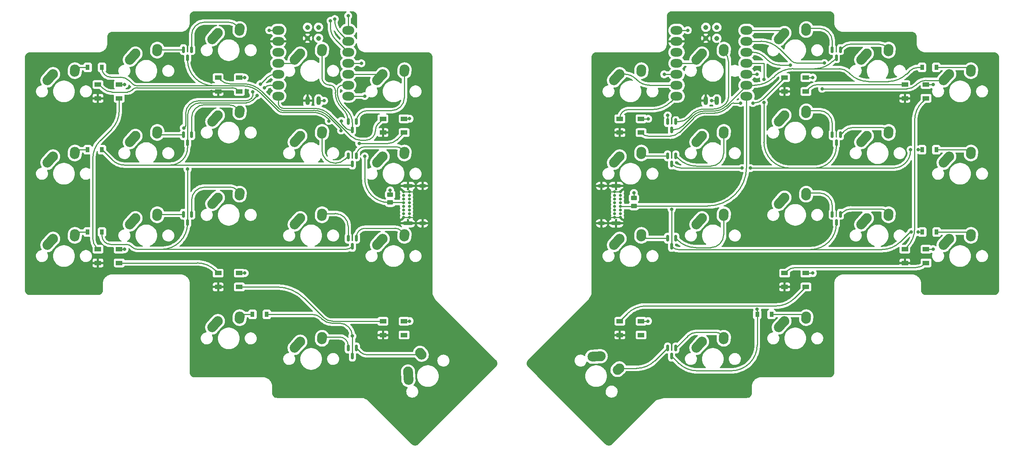
<source format=gbl>
%TF.GenerationSoftware,KiCad,Pcbnew,(5.99.0-13276-g0b59246279)*%
%TF.CreationDate,2021-11-22T01:28:43-07:00*%
%TF.ProjectId,sui,7375692e-6b69-4636-9164-5f7063625858,1*%
%TF.SameCoordinates,Original*%
%TF.FileFunction,Copper,L2,Bot*%
%TF.FilePolarity,Positive*%
%FSLAX46Y46*%
G04 Gerber Fmt 4.6, Leading zero omitted, Abs format (unit mm)*
G04 Created by KiCad (PCBNEW (5.99.0-13276-g0b59246279)) date 2021-11-22 01:28:43*
%MOMM*%
%LPD*%
G01*
G04 APERTURE LIST*
G04 Aperture macros list*
%AMRoundRect*
0 Rectangle with rounded corners*
0 $1 Rounding radius*
0 $2 $3 $4 $5 $6 $7 $8 $9 X,Y pos of 4 corners*
0 Add a 4 corners polygon primitive as box body*
4,1,4,$2,$3,$4,$5,$6,$7,$8,$9,$2,$3,0*
0 Add four circle primitives for the rounded corners*
1,1,$1+$1,$2,$3*
1,1,$1+$1,$4,$5*
1,1,$1+$1,$6,$7*
1,1,$1+$1,$8,$9*
0 Add four rect primitives between the rounded corners*
20,1,$1+$1,$2,$3,$4,$5,0*
20,1,$1+$1,$4,$5,$6,$7,0*
20,1,$1+$1,$6,$7,$8,$9,0*
20,1,$1+$1,$8,$9,$2,$3,0*%
%AMHorizOval*
0 Thick line with rounded ends*
0 $1 width*
0 $2 $3 position (X,Y) of the first rounded end (center of the circle)*
0 $4 $5 position (X,Y) of the second rounded end (center of the circle)*
0 Add line between two ends*
20,1,$1,$2,$3,$4,$5,0*
0 Add two circle primitives to create the rounded ends*
1,1,$1,$2,$3*
1,1,$1,$4,$5*%
G04 Aperture macros list end*
%TA.AperFunction,ComponentPad*%
%ADD10C,2.250000*%
%TD*%
%TA.AperFunction,ComponentPad*%
%ADD11HorizOval,2.250000X0.655001X0.730000X-0.655001X-0.730000X0*%
%TD*%
%TA.AperFunction,ComponentPad*%
%ADD12HorizOval,2.250000X0.020000X0.290000X-0.020000X-0.290000X0*%
%TD*%
%TA.AperFunction,ComponentPad*%
%ADD13HorizOval,2.250000X-0.053032X0.979343X0.053032X-0.979343X0*%
%TD*%
%TA.AperFunction,ComponentPad*%
%ADD14HorizOval,2.250000X-0.190919X0.219203X0.190919X-0.219203X0*%
%TD*%
%TA.AperFunction,ComponentPad*%
%ADD15C,0.700000*%
%TD*%
%TA.AperFunction,ComponentPad*%
%ADD16O,1.700000X0.900000*%
%TD*%
%TA.AperFunction,ComponentPad*%
%ADD17O,2.400000X0.900000*%
%TD*%
%TA.AperFunction,ComponentPad*%
%ADD18HorizOval,2.250000X0.979343X0.053032X-0.979343X-0.053032X0*%
%TD*%
%TA.AperFunction,ComponentPad*%
%ADD19HorizOval,2.250000X0.219203X0.190919X-0.219203X-0.190919X0*%
%TD*%
%TA.AperFunction,SMDPad,CuDef*%
%ADD20R,0.900000X1.200000*%
%TD*%
%TA.AperFunction,SMDPad,CuDef*%
%ADD21R,1.500000X1.000000*%
%TD*%
%TA.AperFunction,SMDPad,CuDef*%
%ADD22RoundRect,0.150000X-0.150000X0.587500X-0.150000X-0.587500X0.150000X-0.587500X0.150000X0.587500X0*%
%TD*%
%TA.AperFunction,SMDPad,CuDef*%
%ADD23O,2.748280X1.998980*%
%TD*%
%TA.AperFunction,SMDPad,CuDef*%
%ADD24O,1.016000X2.032000*%
%TD*%
%TA.AperFunction,SMDPad,CuDef*%
%ADD25C,1.143000*%
%TD*%
%TA.AperFunction,SMDPad,CuDef*%
%ADD26RoundRect,0.250000X-0.450000X0.262500X-0.450000X-0.262500X0.450000X-0.262500X0.450000X0.262500X0*%
%TD*%
%TA.AperFunction,ViaPad*%
%ADD27C,0.800000*%
%TD*%
%TA.AperFunction,Conductor*%
%ADD28C,0.250000*%
%TD*%
G04 APERTURE END LIST*
D10*
%TO.P,MX13,1,COL*%
%TO.N,COL3_L*%
X101481250Y-92837500D03*
D11*
X100826251Y-93567500D03*
D10*
%TO.P,MX13,2,ROW*%
%TO.N,Net-(D10-Pad1)*%
X106521250Y-91757500D03*
D12*
X106501250Y-92047500D03*
%TD*%
D11*
%TO.P,MX30,1,COL*%
%TO.N,COL2_R*%
X212745001Y-117380000D03*
D10*
X213400000Y-116650000D03*
D12*
%TO.P,MX30,2,ROW*%
%TO.N,Net-(D16-Pad2)*%
X218420000Y-115860000D03*
D10*
X218440000Y-115570000D03*
%TD*%
D11*
%TO.P,MX34,1,COL*%
%TO.N,COL0_R*%
X250845001Y-60230000D03*
D10*
X251500000Y-59500000D03*
D12*
%TO.P,MX34,2,ROW*%
%TO.N,Net-(D20-Pad2)*%
X256520000Y-58710000D03*
D10*
X256540000Y-58420000D03*
%TD*%
%TO.P,MX15,1,COL*%
%TO.N,COL4_L*%
X120531250Y-59500000D03*
D11*
X119876251Y-60230000D03*
D12*
%TO.P,MX15,2,ROW*%
%TO.N,Net-(D8-Pad2)*%
X125551250Y-58710000D03*
D10*
X125571250Y-58420000D03*
%TD*%
%TO.P,MX11,1,COL*%
%TO.N,COL3_L*%
X101481250Y-54737500D03*
D11*
X100826251Y-55467500D03*
D10*
%TO.P,MX11,2,ROW*%
%TO.N,Net-(D8-Pad1)*%
X106521250Y-53657500D03*
D12*
X106501250Y-53947500D03*
%TD*%
D10*
%TO.P,MX29,1,COL*%
%TO.N,COL2_R*%
X213400000Y-88075000D03*
D11*
X212745001Y-88805000D03*
D10*
%TO.P,MX29,2,ROW*%
%TO.N,Net-(D19-Pad2)*%
X218440000Y-86995000D03*
D12*
X218420000Y-87285000D03*
%TD*%
D11*
%TO.P,MX2,1,COL*%
%TO.N,COL0_L*%
X43676251Y-79280000D03*
D10*
X44331250Y-78550000D03*
D12*
%TO.P,MX2,2,ROW*%
%TO.N,Net-(D2-Pad2)*%
X49351250Y-77760000D03*
D10*
X49371250Y-77470000D03*
%TD*%
D13*
%TO.P,MX18,1,COL*%
%TO.N,COL4_L*%
X126425590Y-129299933D03*
D10*
X126372556Y-128320590D03*
%TO.P,MX18,2,ROW*%
%TO.N,Net-(D11-Pad2)*%
X129172699Y-123993096D03*
D14*
X129363617Y-124212300D03*
%TD*%
D10*
%TO.P,MX7,1,COL*%
%TO.N,COL2_L*%
X82431250Y-49975000D03*
D11*
X81776251Y-50705000D03*
D12*
%TO.P,MX7,2,ROW*%
%TO.N,Net-(D4-Pad2)*%
X87451250Y-49185000D03*
D10*
X87471250Y-48895000D03*
%TD*%
%TO.P,MX8,1,COL*%
%TO.N,COL2_L*%
X82431250Y-69025000D03*
D11*
X81776251Y-69755000D03*
D10*
%TO.P,MX8,2,ROW*%
%TO.N,Net-(D5-Pad2)*%
X87471250Y-67945000D03*
D12*
X87451250Y-68235000D03*
%TD*%
D10*
%TO.P,MX28,1,COL*%
%TO.N,COL2_R*%
X213400000Y-69025000D03*
D11*
X212745001Y-69755000D03*
D12*
%TO.P,MX28,2,ROW*%
%TO.N,Net-(D18-Pad2)*%
X218420000Y-68235000D03*
D10*
X218440000Y-67945000D03*
%TD*%
%TO.P,MX36,1,COL*%
%TO.N,COL0_R*%
X251500000Y-97600000D03*
D11*
X250845001Y-98330000D03*
D10*
%TO.P,MX36,2,ROW*%
%TO.N,Net-(D22-Pad2)*%
X256540000Y-96520000D03*
D12*
X256520000Y-96810000D03*
%TD*%
D10*
%TO.P,MX1,1,COL*%
%TO.N,COL0_L*%
X44331250Y-59500000D03*
D11*
X43676251Y-60230000D03*
D12*
%TO.P,MX1,2,ROW*%
%TO.N,Net-(D1-Pad2)*%
X49351250Y-58710000D03*
D10*
X49371250Y-58420000D03*
%TD*%
D15*
%TO.P,J2,A1,GND*%
%TO.N,GND*%
X175475000Y-86718750D03*
%TO.P,J2,A4,VBUS*%
%TO.N,+5V*%
X175475000Y-87568750D03*
%TO.P,J2,A5,CC1*%
%TO.N,unconnected-(J2-PadA5)*%
X175475000Y-88418750D03*
%TO.P,J2,A6,D+*%
%TO.N,unconnected-(J2-PadA6)*%
X175475000Y-89268750D03*
%TO.P,J2,A7,D-*%
%TO.N,SERIAL_R*%
X175475000Y-90118750D03*
%TO.P,J2,A8,SBU1*%
%TO.N,unconnected-(J2-PadA8)*%
X175475000Y-90968750D03*
%TO.P,J2,A9,VBUS*%
%TO.N,+5V*%
X175475000Y-91818750D03*
%TO.P,J2,A12,GND*%
%TO.N,GND*%
X175475000Y-92668750D03*
%TO.P,J2,B1,GND*%
X174125000Y-92668750D03*
%TO.P,J2,B4,VBUS*%
%TO.N,+5V*%
X174125000Y-91818750D03*
%TO.P,J2,B5,CC2*%
%TO.N,unconnected-(J2-PadB5)*%
X174125000Y-90968750D03*
%TO.P,J2,B6,D+*%
%TO.N,unconnected-(J2-PadB6)*%
X174125000Y-90118750D03*
%TO.P,J2,B7,D-*%
%TO.N,unconnected-(J2-PadB7)*%
X174125000Y-89268750D03*
%TO.P,J2,B8,SBU2*%
%TO.N,unconnected-(J2-PadB8)*%
X174125000Y-88418750D03*
%TO.P,J2,B9,VBUS*%
%TO.N,+5V*%
X174125000Y-87568750D03*
%TO.P,J2,B12,GND*%
%TO.N,GND*%
X174125000Y-86718750D03*
D16*
%TO.P,J2,S1,SHIELD*%
X171115000Y-85368750D03*
X171115000Y-94018750D03*
D17*
X174495000Y-85368750D03*
X174495000Y-94018750D03*
%TD*%
D10*
%TO.P,MX27,1,COL*%
%TO.N,COL2_R*%
X213400000Y-49975000D03*
D11*
X212745001Y-50705000D03*
D10*
%TO.P,MX27,2,ROW*%
%TO.N,Net-(D17-Pad2)*%
X218440000Y-48895000D03*
D12*
X218420000Y-49185000D03*
%TD*%
D11*
%TO.P,MX5,1,COL*%
%TO.N,COL1_L*%
X62726251Y-74517500D03*
D10*
X63381250Y-73787500D03*
%TO.P,MX5,2,ROW*%
%TO.N,Net-(D5-Pad1)*%
X68421250Y-72707500D03*
D12*
X68401250Y-72997500D03*
%TD*%
D11*
%TO.P,MX9,1,COL*%
%TO.N,COL2_L*%
X81776251Y-88805000D03*
D10*
X82431250Y-88075000D03*
D12*
%TO.P,MX9,2,ROW*%
%TO.N,Net-(D6-Pad2)*%
X87451250Y-87285000D03*
D10*
X87471250Y-86995000D03*
%TD*%
%TO.P,MX24,1,COL*%
%TO.N,COL3_R*%
X194350000Y-73787500D03*
D11*
X193695001Y-74517500D03*
D10*
%TO.P,MX24,2,ROW*%
%TO.N,Net-(D13-Pad1)*%
X199390000Y-72707500D03*
D12*
X199370000Y-72997500D03*
%TD*%
D18*
%TO.P,MX22,1,COL*%
%TO.N,COL4_R*%
X169943817Y-124838090D03*
D10*
X170923160Y-124785056D03*
%TO.P,MX22,2,ROW*%
%TO.N,Net-(D15-Pad2)*%
X175250654Y-127585199D03*
D19*
X175031450Y-127776117D03*
%TD*%
D10*
%TO.P,MX3,1,COL*%
%TO.N,COL0_L*%
X44331250Y-97600000D03*
D11*
X43676251Y-98330000D03*
D10*
%TO.P,MX3,2,ROW*%
%TO.N,Net-(D3-Pad2)*%
X49371250Y-96520000D03*
D12*
X49351250Y-96810000D03*
%TD*%
D10*
%TO.P,MX33,1,COL*%
%TO.N,COL1_R*%
X232450000Y-92837500D03*
D11*
X231795001Y-93567500D03*
D10*
%TO.P,MX33,2,ROW*%
%TO.N,Net-(D19-Pad1)*%
X237490000Y-91757500D03*
D12*
X237470000Y-92047500D03*
%TD*%
D10*
%TO.P,MX6,1,COL*%
%TO.N,COL1_L*%
X63381250Y-92837500D03*
D11*
X62726251Y-93567500D03*
D10*
%TO.P,MX6,2,ROW*%
%TO.N,Net-(D6-Pad1)*%
X68421250Y-91757500D03*
D12*
X68401250Y-92047500D03*
%TD*%
D10*
%TO.P,MX35,1,COL*%
%TO.N,COL0_R*%
X251500000Y-78550000D03*
D11*
X250845001Y-79280000D03*
D10*
%TO.P,MX35,2,ROW*%
%TO.N,Net-(D21-Pad2)*%
X256540000Y-77470000D03*
D12*
X256520000Y-77760000D03*
%TD*%
D10*
%TO.P,MX32,1,COL*%
%TO.N,COL1_R*%
X232450000Y-73787500D03*
D11*
X231795001Y-74517500D03*
D12*
%TO.P,MX32,2,ROW*%
%TO.N,Net-(D18-Pad1)*%
X237470000Y-72997500D03*
D10*
X237490000Y-72707500D03*
%TD*%
%TO.P,MX31,1,COL*%
%TO.N,COL1_R*%
X232450000Y-54737500D03*
D11*
X231795001Y-55467500D03*
D10*
%TO.P,MX31,2,ROW*%
%TO.N,Net-(D17-Pad1)*%
X237490000Y-53657500D03*
D12*
X237470000Y-53947500D03*
%TD*%
D11*
%TO.P,MX19,1,COL*%
%TO.N,COL4_R*%
X174645001Y-60230000D03*
D10*
X175300000Y-59500000D03*
D12*
%TO.P,MX19,2,ROW*%
%TO.N,Net-(MX19-Pad2)*%
X180320000Y-58710000D03*
D10*
X180340000Y-58420000D03*
%TD*%
%TO.P,MX23,1,COL*%
%TO.N,COL3_R*%
X194350000Y-54737500D03*
D11*
X193695001Y-55467500D03*
D12*
%TO.P,MX23,2,ROW*%
%TO.N,Net-(MX23-Pad2)*%
X199370000Y-53947500D03*
D10*
X199390000Y-53657500D03*
%TD*%
%TO.P,MX21,1,COL*%
%TO.N,COL4_R*%
X175300000Y-97600000D03*
D11*
X174645001Y-98330000D03*
D12*
%TO.P,MX21,2,ROW*%
%TO.N,Net-(D14-Pad2)*%
X180320000Y-96810000D03*
D10*
X180340000Y-96520000D03*
%TD*%
D15*
%TO.P,J1,A1,GND*%
%TO.N,GND*%
X125356250Y-92668750D03*
%TO.P,J1,A4,VBUS*%
%TO.N,+5V*%
X125356250Y-91818750D03*
%TO.P,J1,A5,CC1*%
%TO.N,unconnected-(J1-PadA5)*%
X125356250Y-90968750D03*
%TO.P,J1,A6,D+*%
%TO.N,unconnected-(J1-PadA6)*%
X125356250Y-90118750D03*
%TO.P,J1,A7,D-*%
%TO.N,SERIAL_L*%
X125356250Y-89268750D03*
%TO.P,J1,A8,SBU1*%
%TO.N,unconnected-(J1-PadA8)*%
X125356250Y-88418750D03*
%TO.P,J1,A9,VBUS*%
%TO.N,+5V*%
X125356250Y-87568750D03*
%TO.P,J1,A12,GND*%
%TO.N,GND*%
X125356250Y-86718750D03*
%TO.P,J1,B1,GND*%
X126706250Y-86718750D03*
%TO.P,J1,B4,VBUS*%
%TO.N,+5V*%
X126706250Y-87568750D03*
%TO.P,J1,B5,CC2*%
%TO.N,unconnected-(J1-PadB5)*%
X126706250Y-88418750D03*
%TO.P,J1,B6,D+*%
%TO.N,unconnected-(J1-PadB6)*%
X126706250Y-89268750D03*
%TO.P,J1,B7,D-*%
%TO.N,unconnected-(J1-PadB7)*%
X126706250Y-90118750D03*
%TO.P,J1,B8,SBU2*%
%TO.N,unconnected-(J1-PadB8)*%
X126706250Y-90968750D03*
%TO.P,J1,B9,VBUS*%
%TO.N,+5V*%
X126706250Y-91818750D03*
%TO.P,J1,B12,GND*%
%TO.N,GND*%
X126706250Y-92668750D03*
D16*
%TO.P,J1,S1,SHIELD*%
X129716250Y-94018750D03*
X129716250Y-85368750D03*
D17*
X126336250Y-85368750D03*
X126336250Y-94018750D03*
%TD*%
D11*
%TO.P,MX14,1,COL*%
%TO.N,COL3_L*%
X100826251Y-122142500D03*
D10*
X101481250Y-121412500D03*
%TO.P,MX14,2,ROW*%
%TO.N,Net-(D11-Pad1)*%
X106521250Y-120332500D03*
D12*
X106501250Y-120622500D03*
%TD*%
D11*
%TO.P,MX12,1,COL*%
%TO.N,COL3_L*%
X100826251Y-74517500D03*
D10*
X101481250Y-73787500D03*
%TO.P,MX12,2,ROW*%
%TO.N,Net-(D9-Pad1)*%
X106521250Y-72707500D03*
D12*
X106501250Y-72997500D03*
%TD*%
D11*
%TO.P,MX16,1,COL*%
%TO.N,COL4_L*%
X119876251Y-79280000D03*
D10*
X120531250Y-78550000D03*
D12*
%TO.P,MX16,2,ROW*%
%TO.N,Net-(D9-Pad2)*%
X125551250Y-77760000D03*
D10*
X125571250Y-77470000D03*
%TD*%
D11*
%TO.P,MX25,1,COL*%
%TO.N,COL3_R*%
X193695001Y-93567500D03*
D10*
X194350000Y-92837500D03*
%TO.P,MX25,2,ROW*%
%TO.N,Net-(D14-Pad1)*%
X199390000Y-91757500D03*
D12*
X199370000Y-92047500D03*
%TD*%
D11*
%TO.P,MX10,1,COL*%
%TO.N,COL2_L*%
X81776251Y-117380000D03*
D10*
X82431250Y-116650000D03*
%TO.P,MX10,2,ROW*%
%TO.N,Net-(D7-Pad2)*%
X87471250Y-115570000D03*
D12*
X87451250Y-115860000D03*
%TD*%
D11*
%TO.P,MX4,1,COL*%
%TO.N,COL1_L*%
X62726251Y-55467500D03*
D10*
X63381250Y-54737500D03*
D12*
%TO.P,MX4,2,ROW*%
%TO.N,Net-(D4-Pad1)*%
X68401250Y-53947500D03*
D10*
X68421250Y-53657500D03*
%TD*%
%TO.P,MX20,1,COL*%
%TO.N,COL4_R*%
X175300000Y-78550000D03*
D11*
X174645001Y-79280000D03*
D10*
%TO.P,MX20,2,ROW*%
%TO.N,Net-(D13-Pad2)*%
X180340000Y-77470000D03*
D12*
X180320000Y-77760000D03*
%TD*%
D10*
%TO.P,MX26,1,COL*%
%TO.N,COL3_R*%
X194350000Y-121412500D03*
D11*
X193695001Y-122142500D03*
D10*
%TO.P,MX26,2,ROW*%
%TO.N,Net-(D15-Pad1)*%
X199390000Y-120332500D03*
D12*
X199370000Y-120622500D03*
%TD*%
D11*
%TO.P,MX17,1,COL*%
%TO.N,COL4_L*%
X119876251Y-98330000D03*
D10*
X120531250Y-97600000D03*
D12*
%TO.P,MX17,2,ROW*%
%TO.N,Net-(D10-Pad2)*%
X125551250Y-96810000D03*
D10*
X125571250Y-96520000D03*
%TD*%
D20*
%TO.P,D2,1,K*%
%TO.N,ROW1_L*%
X55625000Y-76993750D03*
%TO.P,D2,2,A*%
%TO.N,Net-(D2-Pad2)*%
X52325000Y-76993750D03*
%TD*%
D21*
%TO.P,D33,1,VDD*%
%TO.N,+5V*%
X125481250Y-116668750D03*
%TO.P,D33,2,DOUT*%
%TO.N,unconnected-(D33-Pad2)*%
X125481250Y-119868750D03*
%TO.P,D33,3,VSS*%
%TO.N,GND*%
X120581250Y-119868750D03*
%TO.P,D33,4,DIN*%
%TO.N,Net-(D23-Pad2)*%
X120581250Y-116668750D03*
%TD*%
%TO.P,D27,1,VDD*%
%TO.N,+5V*%
X125481250Y-69837500D03*
%TO.P,D27,2,DOUT*%
%TO.N,Net-(D26-Pad4)*%
X125481250Y-73037500D03*
%TO.P,D27,3,VSS*%
%TO.N,GND*%
X120581250Y-73037500D03*
%TO.P,D27,4,DIN*%
%TO.N,RGB_L*%
X120581250Y-69837500D03*
%TD*%
D20*
%TO.P,D22,1,K*%
%TO.N,ROW2_R*%
X245268750Y-96043750D03*
%TO.P,D22,2,A*%
%TO.N,Net-(D22-Pad2)*%
X248568750Y-96043750D03*
%TD*%
D21*
%TO.P,D29,1,VDD*%
%TO.N,+5V*%
X246131250Y-100000000D03*
%TO.P,D29,2,DOUT*%
%TO.N,Net-(D28-Pad4)*%
X246131250Y-103200000D03*
%TO.P,D29,3,VSS*%
%TO.N,GND*%
X241231250Y-103200000D03*
%TO.P,D29,4,DIN*%
%TO.N,Net-(D29-Pad4)*%
X241231250Y-100000000D03*
%TD*%
D22*
%TO.P,D5,1,A*%
%TO.N,Net-(D5-Pad1)*%
X74456250Y-73531250D03*
%TO.P,D5,2,A*%
%TO.N,Net-(D5-Pad2)*%
X76356250Y-73531250D03*
%TO.P,D5,3,K*%
%TO.N,ROW1_L*%
X75406250Y-75406250D03*
%TD*%
D23*
%TO.P,U1,1,PA02_A0_D0*%
%TO.N,COL0_L*%
X112556290Y-49356740D03*
%TO.P,U1,2,PA4_A1_D1*%
%TO.N,COL1_L*%
X112556290Y-51896740D03*
%TO.P,U1,3,PA10_A2_D2*%
%TO.N,COL2_L*%
X112556290Y-54436740D03*
%TO.P,U1,4,PA11_A3_D3*%
%TO.N,ROW3_L*%
X112556290Y-56976740D03*
%TO.P,U1,5,PA8_A4_D4_SDA*%
%TO.N,COL4_L*%
X112556290Y-59516740D03*
%TO.P,U1,6,PA9_A5_D5_SCL*%
%TO.N,ROW0_L*%
X112556290Y-62056740D03*
%TO.P,U1,7,PB08_A6_D6_TX*%
%TO.N,SERIAL_L*%
X112556290Y-64596740D03*
%TO.P,U1,8,PB09_A7_D7_RX*%
%TO.N,RGB_L*%
X96391730Y-64596740D03*
%TO.P,U1,9,PA7_A8_D8_SCK*%
%TO.N,ROW1_L*%
X96391730Y-62056740D03*
%TO.P,U1,10,PA5_A9_D9_MISO*%
%TO.N,ROW2_L*%
X96391730Y-59516740D03*
%TO.P,U1,11,PA6_A10_D10_MOSI*%
%TO.N,COL3_L*%
X96391730Y-56976740D03*
%TO.P,U1,12,3V3*%
%TO.N,unconnected-(U1-Pad12)*%
X96391730Y-54436740D03*
%TO.P,U1,13,GND*%
%TO.N,GND*%
X96391730Y-51896740D03*
%TO.P,U1,14,5V*%
%TO.N,+5V*%
X96391730Y-49356740D03*
D24*
%TO.P,U1,15,5V*%
X105689410Y-65674560D03*
%TO.P,U1,16,GND*%
%TO.N,GND*%
X103139410Y-65674560D03*
D25*
%TO.P,U1,17,PA31_SWDIO*%
%TO.N,unconnected-(U1-Pad17)*%
X105690607Y-48670373D03*
%TO.P,U1,18,PA30_SWCLK*%
%TO.N,unconnected-(U1-Pad18)*%
X103150607Y-48670373D03*
%TO.P,U1,19,RESET*%
%TO.N,unconnected-(U1-Pad19)*%
X105690607Y-51210373D03*
%TO.P,U1,20,GND*%
%TO.N,GND*%
X103150607Y-51210373D03*
%TD*%
D21*
%TO.P,D30,1,VDD*%
%TO.N,+5V*%
X246131250Y-61900000D03*
%TO.P,D30,2,DOUT*%
%TO.N,Net-(D29-Pad4)*%
X246131250Y-65100000D03*
%TO.P,D30,3,VSS*%
%TO.N,GND*%
X241231250Y-65100000D03*
%TO.P,D30,4,DIN*%
%TO.N,Net-(D30-Pad4)*%
X241231250Y-61900000D03*
%TD*%
D22*
%TO.P,D18,1,A*%
%TO.N,Net-(D18-Pad2)*%
X224456250Y-73531250D03*
%TO.P,D18,2,A*%
%TO.N,Net-(D18-Pad1)*%
X226356250Y-73531250D03*
%TO.P,D18,3,K*%
%TO.N,ROW1_R*%
X225406250Y-75406250D03*
%TD*%
D26*
%TO.P,R2,1*%
%TO.N,+5V*%
X178593750Y-88187500D03*
%TO.P,R2,2*%
%TO.N,SERIAL_R*%
X178593750Y-90012500D03*
%TD*%
D22*
%TO.P,D15,1,A*%
%TO.N,Net-(D15-Pad2)*%
X186375000Y-122887500D03*
%TO.P,D15,2,A*%
%TO.N,Net-(D15-Pad1)*%
X188275000Y-122887500D03*
%TO.P,D15,3,K*%
%TO.N,ROW3_R*%
X187325000Y-124762500D03*
%TD*%
%TO.P,D12,1,A*%
%TO.N,Net-(MX19-Pad2)*%
X186375000Y-70500000D03*
%TO.P,D12,2,A*%
%TO.N,Net-(MX23-Pad2)*%
X188275000Y-70500000D03*
%TO.P,D12,3,K*%
%TO.N,ROW0_R*%
X187325000Y-72375000D03*
%TD*%
%TO.P,D17,1,A*%
%TO.N,Net-(D17-Pad2)*%
X224456250Y-53831250D03*
%TO.P,D17,2,A*%
%TO.N,Net-(D17-Pad1)*%
X226356250Y-53831250D03*
%TO.P,D17,3,K*%
%TO.N,ROW0_R*%
X225406250Y-55706250D03*
%TD*%
D21*
%TO.P,D32,1,VDD*%
%TO.N,+5V*%
X180250000Y-69837500D03*
%TO.P,D32,2,DOUT*%
%TO.N,Net-(D31-Pad4)*%
X180250000Y-73037500D03*
%TO.P,D32,3,VSS*%
%TO.N,GND*%
X175350000Y-73037500D03*
%TO.P,D32,4,DIN*%
%TO.N,RGB_R*%
X175350000Y-69837500D03*
%TD*%
%TO.P,D25,1,VDD*%
%TO.N,+5V*%
X59600000Y-61900000D03*
%TO.P,D25,2,DOUT*%
%TO.N,Net-(D24-Pad4)*%
X59600000Y-65100000D03*
%TO.P,D25,3,VSS*%
%TO.N,GND*%
X54700000Y-65100000D03*
%TO.P,D25,4,DIN*%
%TO.N,Net-(D25-Pad4)*%
X54700000Y-61900000D03*
%TD*%
D20*
%TO.P,D1,1,K*%
%TO.N,ROW0_L*%
X55625000Y-57943750D03*
%TO.P,D1,2,A*%
%TO.N,Net-(D1-Pad2)*%
X52325000Y-57943750D03*
%TD*%
%TO.P,D16,1,K*%
%TO.N,ROW3_R*%
X207106250Y-115093750D03*
%TO.P,D16,2,A*%
%TO.N,Net-(D16-Pad2)*%
X210406250Y-115093750D03*
%TD*%
D22*
%TO.P,D10,1,A*%
%TO.N,Net-(D10-Pad1)*%
X112556250Y-97487500D03*
%TO.P,D10,2,A*%
%TO.N,Net-(D10-Pad2)*%
X114456250Y-97487500D03*
%TO.P,D10,3,K*%
%TO.N,ROW2_L*%
X113506250Y-99362500D03*
%TD*%
%TO.P,D11,1,A*%
%TO.N,Net-(D11-Pad1)*%
X112556250Y-122887500D03*
%TO.P,D11,2,A*%
%TO.N,Net-(D11-Pad2)*%
X114456250Y-122887500D03*
%TO.P,D11,3,K*%
%TO.N,ROW3_L*%
X113506250Y-124762500D03*
%TD*%
D23*
%TO.P,U2,1,PA02_A0_D0*%
%TO.N,COL2_R*%
X204631290Y-49356740D03*
%TO.P,U2,2,PA4_A1_D1*%
%TO.N,COL1_R*%
X204631290Y-51896740D03*
%TO.P,U2,3,PA10_A2_D2*%
%TO.N,COL0_R*%
X204631290Y-54436740D03*
%TO.P,U2,4,PA11_A3_D3*%
%TO.N,ROW1_R*%
X204631290Y-56976740D03*
%TO.P,U2,5,PA8_A4_D4_SDA*%
%TO.N,ROW3_R*%
X204631290Y-59516740D03*
%TO.P,U2,6,PA9_A5_D5_SCL*%
%TO.N,ROW0_R*%
X204631290Y-62056740D03*
%TO.P,U2,7,PB08_A6_D6_TX*%
%TO.N,SERIAL_R*%
X204631290Y-64596740D03*
%TO.P,U2,8,PB09_A7_D7_RX*%
%TO.N,RGB_R*%
X188466730Y-64596740D03*
%TO.P,U2,9,PA7_A8_D8_SCK*%
%TO.N,COL4_R*%
X188466730Y-62056740D03*
%TO.P,U2,10,PA5_A9_D9_MISO*%
%TO.N,ROW2_R*%
X188466730Y-59516740D03*
%TO.P,U2,11,PA6_A10_D10_MOSI*%
%TO.N,COL3_R*%
X188466730Y-56976740D03*
%TO.P,U2,12,3V3*%
%TO.N,unconnected-(U2-Pad12)*%
X188466730Y-54436740D03*
%TO.P,U2,13,GND*%
%TO.N,GND*%
X188466730Y-51896740D03*
%TO.P,U2,14,5V*%
%TO.N,+5V*%
X188466730Y-49356740D03*
D24*
%TO.P,U2,15,5V*%
X197764410Y-65674560D03*
%TO.P,U2,16,GND*%
%TO.N,GND*%
X195214410Y-65674560D03*
D25*
%TO.P,U2,17,PA31_SWDIO*%
%TO.N,unconnected-(U2-Pad17)*%
X197765607Y-48670373D03*
%TO.P,U2,18,PA30_SWCLK*%
%TO.N,unconnected-(U2-Pad18)*%
X195225607Y-48670373D03*
%TO.P,U2,19,RESET*%
%TO.N,unconnected-(U2-Pad19)*%
X197765607Y-51210373D03*
%TO.P,U2,20,GND*%
%TO.N,GND*%
X195225607Y-51210373D03*
%TD*%
D21*
%TO.P,D28,1,VDD*%
%TO.N,+5V*%
X218350000Y-105556250D03*
%TO.P,D28,2,DOUT*%
%TO.N,Net-(D28-Pad2)*%
X218350000Y-108756250D03*
%TO.P,D28,3,VSS*%
%TO.N,GND*%
X213450000Y-108756250D03*
%TO.P,D28,4,DIN*%
%TO.N,Net-(D28-Pad4)*%
X213450000Y-105556250D03*
%TD*%
D20*
%TO.P,D3,1,K*%
%TO.N,ROW2_L*%
X55625000Y-96043750D03*
%TO.P,D3,2,A*%
%TO.N,Net-(D3-Pad2)*%
X52325000Y-96043750D03*
%TD*%
D22*
%TO.P,D19,1,A*%
%TO.N,Net-(D19-Pad2)*%
X224456250Y-91931250D03*
%TO.P,D19,2,A*%
%TO.N,Net-(D19-Pad1)*%
X226356250Y-91931250D03*
%TO.P,D19,3,K*%
%TO.N,ROW2_R*%
X225406250Y-93806250D03*
%TD*%
%TO.P,D9,1,A*%
%TO.N,Net-(D9-Pad1)*%
X112556250Y-78437500D03*
%TO.P,D9,2,A*%
%TO.N,Net-(D9-Pad2)*%
X114456250Y-78437500D03*
%TO.P,D9,3,K*%
%TO.N,ROW1_L*%
X113506250Y-80312500D03*
%TD*%
D21*
%TO.P,D34,1,VDD*%
%TO.N,+5V*%
X180250000Y-116668750D03*
%TO.P,D34,2,DOUT*%
%TO.N,unconnected-(D34-Pad2)*%
X180250000Y-119868750D03*
%TO.P,D34,3,VSS*%
%TO.N,GND*%
X175350000Y-119868750D03*
%TO.P,D34,4,DIN*%
%TO.N,Net-(D28-Pad2)*%
X175350000Y-116668750D03*
%TD*%
%TO.P,D26,1,VDD*%
%TO.N,+5V*%
X87381250Y-60312500D03*
%TO.P,D26,2,DOUT*%
%TO.N,Net-(D25-Pad4)*%
X87381250Y-63512500D03*
%TO.P,D26,3,VSS*%
%TO.N,GND*%
X82481250Y-63512500D03*
%TO.P,D26,4,DIN*%
%TO.N,Net-(D26-Pad4)*%
X82481250Y-60312500D03*
%TD*%
D20*
%TO.P,D21,1,K*%
%TO.N,ROW1_R*%
X245206250Y-76993750D03*
%TO.P,D21,2,A*%
%TO.N,Net-(D21-Pad2)*%
X248506250Y-76993750D03*
%TD*%
%TO.P,D7,1,K*%
%TO.N,ROW3_L*%
X93725000Y-115093750D03*
%TO.P,D7,2,A*%
%TO.N,Net-(D7-Pad2)*%
X90425000Y-115093750D03*
%TD*%
D22*
%TO.P,D4,1,A*%
%TO.N,Net-(D4-Pad1)*%
X74456250Y-53831250D03*
%TO.P,D4,2,A*%
%TO.N,Net-(D4-Pad2)*%
X76356250Y-53831250D03*
%TO.P,D4,3,K*%
%TO.N,ROW0_L*%
X75406250Y-55706250D03*
%TD*%
D20*
%TO.P,D20,1,K*%
%TO.N,ROW0_R*%
X245206250Y-57943750D03*
%TO.P,D20,2,A*%
%TO.N,Net-(D20-Pad2)*%
X248506250Y-57943750D03*
%TD*%
D21*
%TO.P,D24,1,VDD*%
%TO.N,+5V*%
X59600000Y-100000000D03*
%TO.P,D24,2,DOUT*%
%TO.N,Net-(D23-Pad4)*%
X59600000Y-103200000D03*
%TO.P,D24,3,VSS*%
%TO.N,GND*%
X54700000Y-103200000D03*
%TO.P,D24,4,DIN*%
%TO.N,Net-(D24-Pad4)*%
X54700000Y-100000000D03*
%TD*%
D22*
%TO.P,D13,1,A*%
%TO.N,Net-(D13-Pad2)*%
X186375000Y-78437500D03*
%TO.P,D13,2,A*%
%TO.N,Net-(D13-Pad1)*%
X188275000Y-78437500D03*
%TO.P,D13,3,K*%
%TO.N,ROW1_R*%
X187325000Y-80312500D03*
%TD*%
D21*
%TO.P,D31,1,VDD*%
%TO.N,+5V*%
X218350000Y-60312500D03*
%TO.P,D31,2,DOUT*%
%TO.N,Net-(D30-Pad4)*%
X218350000Y-63512500D03*
%TO.P,D31,3,VSS*%
%TO.N,GND*%
X213450000Y-63512500D03*
%TO.P,D31,4,DIN*%
%TO.N,Net-(D31-Pad4)*%
X213450000Y-60312500D03*
%TD*%
D22*
%TO.P,D6,1,A*%
%TO.N,Net-(D6-Pad1)*%
X74456250Y-91931250D03*
%TO.P,D6,2,A*%
%TO.N,Net-(D6-Pad2)*%
X76356250Y-91931250D03*
%TO.P,D6,3,K*%
%TO.N,ROW2_L*%
X75406250Y-93806250D03*
%TD*%
D21*
%TO.P,D23,1,VDD*%
%TO.N,+5V*%
X87381250Y-105556250D03*
%TO.P,D23,2,DOUT*%
%TO.N,Net-(D23-Pad2)*%
X87381250Y-108756250D03*
%TO.P,D23,3,VSS*%
%TO.N,GND*%
X82481250Y-108756250D03*
%TO.P,D23,4,DIN*%
%TO.N,Net-(D23-Pad4)*%
X82481250Y-105556250D03*
%TD*%
D22*
%TO.P,D14,1,A*%
%TO.N,Net-(D14-Pad2)*%
X186375000Y-97487500D03*
%TO.P,D14,2,A*%
%TO.N,Net-(D14-Pad1)*%
X188275000Y-97487500D03*
%TO.P,D14,3,K*%
%TO.N,ROW2_R*%
X187325000Y-99362500D03*
%TD*%
D26*
%TO.P,R1,1*%
%TO.N,+5V*%
X122237500Y-87387500D03*
%TO.P,R1,2*%
%TO.N,SERIAL_L*%
X122237500Y-89212500D03*
%TD*%
D22*
%TO.P,D8,1,A*%
%TO.N,Net-(D8-Pad1)*%
X112556250Y-70500000D03*
%TO.P,D8,2,A*%
%TO.N,Net-(D8-Pad2)*%
X114456250Y-70500000D03*
%TO.P,D8,3,K*%
%TO.N,ROW0_L*%
X113506250Y-72375000D03*
%TD*%
D27*
%TO.N,ROW0_L*%
X110950000Y-70350000D03*
X108050000Y-70350000D03*
%TO.N,ROW1_L*%
X91500000Y-64450000D03*
X93200000Y-62650000D03*
%TO.N,ROW2_L*%
X90450000Y-63600000D03*
X75406250Y-81506250D03*
X74550000Y-71950000D03*
X92250000Y-61800000D03*
%TO.N,ROW3_L*%
X113506250Y-120118270D03*
X115600000Y-57000000D03*
%TO.N,ROW1_R*%
X244306250Y-76993750D03*
X205500000Y-81250000D03*
X208650000Y-60700000D03*
X208650000Y-66100000D03*
X203599520Y-81249520D03*
X242550000Y-77000000D03*
%TO.N,ROW2_R*%
X244300000Y-96050000D03*
X242700000Y-96050000D03*
X185600000Y-59550000D03*
X187325000Y-90750000D03*
%TO.N,ROW3_R*%
X207100000Y-59550000D03*
X207100000Y-113874500D03*
%TO.N,COL0_L*%
X112550000Y-46000000D03*
%TO.N,COL1_L*%
X109450000Y-46750000D03*
%TO.N,COL2_L*%
X108450000Y-47174500D03*
%TO.N,COL1_R*%
X222650000Y-56950000D03*
%TO.N,COL0_R*%
X222100000Y-62900000D03*
X214750000Y-57400000D03*
%TO.N,+5V*%
X219968750Y-105550000D03*
X122250000Y-86400000D03*
X247768750Y-100000000D03*
X60837500Y-100012500D03*
X60837500Y-61912500D03*
X126750000Y-69825000D03*
X247768750Y-61900000D03*
X181900000Y-69850000D03*
X196575440Y-65674560D03*
X94300000Y-49350000D03*
X181868750Y-116650000D03*
X219968750Y-60300000D03*
X88612500Y-60312500D03*
X106974560Y-65674560D03*
X126750000Y-116650000D03*
X191050000Y-49350000D03*
X178600000Y-87000000D03*
X88612500Y-105537500D03*
%TO.N,GND*%
X80912500Y-63512500D03*
X80900000Y-61350000D03*
%TO.N,SERIAL_L*%
X116375000Y-78525000D03*
X116375000Y-64600000D03*
%TO.N,Net-(D26-Pad4)*%
X115100000Y-75550000D03*
X110893060Y-72556940D03*
%TO.N,Net-(D31-Pad4)*%
X203250000Y-66200000D03*
X206100000Y-66200000D03*
%TO.N,Net-(MX19-Pad2)*%
X186400000Y-69050000D03*
%TD*%
D28*
%TO.N,ROW0_L*%
X108050000Y-69960718D02*
X107902788Y-69813506D01*
X63720840Y-62199520D02*
X81406250Y-62199520D01*
X104367254Y-68349040D02*
X97266807Y-68349040D01*
X61978679Y-61078679D02*
X62660180Y-61760180D01*
X113506250Y-72375000D02*
X113506250Y-70788104D01*
X96382923Y-67982923D02*
X95400000Y-67000000D01*
X112078543Y-72082107D02*
X111242893Y-71246457D01*
X111275000Y-62056740D02*
X112556290Y-62056740D01*
X75406250Y-56199520D02*
X75406250Y-55706250D01*
X112334677Y-67959677D02*
X111489466Y-67114466D01*
X95400000Y-67000000D02*
X95400000Y-66985718D01*
X110025000Y-63578932D02*
X110025000Y-63306740D01*
X110950000Y-70539350D02*
X110950000Y-70350000D01*
X95400000Y-66985718D02*
X92371161Y-63956879D01*
X55625000Y-57943750D02*
X55625000Y-58200000D01*
X57625000Y-60200000D02*
X59857359Y-60200000D01*
X108050000Y-70350000D02*
X108050000Y-69960718D01*
X113506250Y-72375000D02*
X112785650Y-72375000D01*
X88128521Y-62199520D02*
X81406250Y-62199520D01*
X107902788Y-69813506D02*
G75*
G03*
X104367254Y-68349040I-3535533J-3535532D01*
G01*
X111275000Y-62056740D02*
G75*
G03*
X110025000Y-63306740I2J-1250002D01*
G01*
X61978679Y-61078679D02*
G75*
G03*
X59857359Y-60200000I-2121319J-2121319D01*
G01*
X112785650Y-72374999D02*
G75*
G02*
X112078544Y-72082106I-3J999993D01*
G01*
X112334677Y-67959677D02*
G75*
G02*
X113506250Y-70788104I-2828426J-2828427D01*
G01*
X57625000Y-60200000D02*
G75*
G02*
X55625000Y-58200000I-1J1999999D01*
G01*
X92371161Y-63956879D02*
G75*
G03*
X88128521Y-62199520I-4242642J-4242644D01*
G01*
X111489466Y-67114466D02*
G75*
G02*
X110025000Y-63578932I3535532J3535533D01*
G01*
X63720840Y-62199519D02*
G75*
G02*
X62660181Y-61760179I1J1500001D01*
G01*
X96382923Y-67982923D02*
G75*
G03*
X97266807Y-68349040I883885J883885D01*
G01*
X110950001Y-70539350D02*
G75*
G03*
X111242894Y-71246456I999993J-3D01*
G01*
X81406250Y-62199520D02*
G75*
G02*
X75406250Y-56199520I-1J5999999D01*
G01*
%TO.N,Net-(D1-Pad2)*%
X52325000Y-57943750D02*
X49847500Y-57943750D01*
X49847500Y-57943750D02*
X49371250Y-58420000D01*
%TO.N,ROW1_L*%
X75406250Y-76550000D02*
X75406250Y-75406250D01*
X55643750Y-76993750D02*
X58028427Y-79378427D01*
X78406250Y-66125480D02*
X88996093Y-66125480D01*
X93200000Y-62650000D02*
X93207474Y-62642526D01*
X94621687Y-62056740D02*
X96391730Y-62056740D01*
X90410307Y-65539693D02*
X91500000Y-64450000D01*
X71406250Y-80550000D02*
X113268750Y-80550000D01*
X75406250Y-75406250D02*
X75406250Y-69125480D01*
X113268750Y-80550000D02*
X113506250Y-80312500D01*
X60856854Y-80550000D02*
X71406250Y-80550000D01*
X55625000Y-76993750D02*
X55643750Y-76993750D01*
X75406250Y-76550000D02*
G75*
G02*
X71406250Y-80550000I-4000000J0D01*
G01*
X58028427Y-79378427D02*
G75*
G03*
X60856854Y-80550000I2828427J2828426D01*
G01*
X90410307Y-65539693D02*
G75*
G02*
X88996093Y-66125480I-1414214J1414213D01*
G01*
X75406250Y-69125480D02*
G75*
G02*
X78406250Y-66125480I3000001J-1D01*
G01*
X94621687Y-62056741D02*
G75*
G03*
X93207475Y-62642527I0J-1999999D01*
G01*
%TO.N,Net-(D2-Pad2)*%
X52325000Y-76993750D02*
X49847500Y-76993750D01*
X49847500Y-76993750D02*
X49371250Y-77470000D01*
%TO.N,ROW2_L*%
X75406250Y-93806250D02*
X75406250Y-94050000D01*
X90224108Y-65090174D02*
X90230330Y-65083952D01*
X74956730Y-71439717D02*
X74956730Y-68675960D01*
X75406250Y-93806250D02*
X75406250Y-81506250D01*
X96391730Y-59516740D02*
X95775901Y-59516740D01*
X74850000Y-71650000D02*
X74883507Y-71616493D01*
X62572792Y-99522792D02*
X62477208Y-99427208D01*
X90450000Y-64553622D02*
X90450000Y-63600000D01*
X55625000Y-96900000D02*
X55625000Y-96043750D01*
X75406250Y-81506250D02*
X75400000Y-81500000D01*
X61204416Y-98900000D02*
X57625000Y-98900000D01*
X77956730Y-65675960D02*
X88809895Y-65675960D01*
X69406250Y-100050000D02*
X111990323Y-100050000D01*
X93654580Y-60395420D02*
X92250000Y-61800000D01*
X69406250Y-100050000D02*
X63845584Y-100050000D01*
X113404537Y-99464213D02*
X113506250Y-99362500D01*
X55625000Y-96900000D02*
G75*
G03*
X57625000Y-98900000I1999999J-1D01*
G01*
X69406250Y-100050000D02*
G75*
G03*
X75406250Y-94050000I1J5999999D01*
G01*
X113404537Y-99464213D02*
G75*
G02*
X111990323Y-100050000I-1414214J1414213D01*
G01*
X61204416Y-98900000D02*
G75*
G02*
X62477208Y-99427208I-1J-1800001D01*
G01*
X62572792Y-99522792D02*
G75*
G03*
X63845584Y-100050000I1272793J1272793D01*
G01*
X90224108Y-65090174D02*
G75*
G02*
X88809895Y-65675960I-1414213J1414214D01*
G01*
X93654580Y-60395420D02*
G75*
G02*
X95775901Y-59516740I2121323J-2121325D01*
G01*
X74883507Y-71616493D02*
G75*
G03*
X74956730Y-71439717I-176773J176775D01*
G01*
X77956730Y-65675960D02*
G75*
G03*
X74956730Y-68675960I1J-3000001D01*
G01*
X90449999Y-64553622D02*
G75*
G02*
X90230329Y-65083951I-749992J-3D01*
G01*
%TO.N,Net-(D3-Pad2)*%
X49847500Y-96043750D02*
X49371250Y-96520000D01*
X52325000Y-96043750D02*
X49847500Y-96043750D01*
%TO.N,Net-(D4-Pad1)*%
X68595000Y-53831250D02*
X68421250Y-53657500D01*
X74456250Y-53831250D02*
X68595000Y-53831250D01*
%TO.N,Net-(D4-Pad2)*%
X84808609Y-47475000D02*
X79356250Y-47475000D01*
X76356250Y-50475000D02*
X76356250Y-53831250D01*
X87471250Y-48895000D02*
X86929929Y-48353679D01*
X76356250Y-50475000D02*
G75*
G02*
X79356250Y-47475000I3000001J-1D01*
G01*
X84808609Y-47475000D02*
G75*
G02*
X86929929Y-48353679I1J-2999998D01*
G01*
%TO.N,Net-(D5-Pad1)*%
X74456250Y-73531250D02*
X68625000Y-73531250D01*
X68625000Y-73531250D02*
X68381250Y-73287500D01*
%TO.N,Net-(D5-Pad2)*%
X76356250Y-73531250D02*
X76356250Y-69575000D01*
X86979929Y-67453679D02*
X87471250Y-67945000D01*
X79356250Y-66575000D02*
X84858609Y-66575000D01*
X76356250Y-69575000D02*
G75*
G02*
X79356250Y-66575000I3000001J-1D01*
G01*
X86979929Y-67453679D02*
G75*
G03*
X84858609Y-66575000I-2121319J-2121319D01*
G01*
%TO.N,Net-(D6-Pad1)*%
X68595000Y-91931250D02*
X68421250Y-91757500D01*
X74456250Y-91931250D02*
X68595000Y-91931250D01*
%TO.N,Net-(D6-Pad2)*%
X76356250Y-88650000D02*
X76356250Y-91931250D01*
X85297823Y-85650000D02*
X79356250Y-85650000D01*
X87471250Y-86995000D02*
X86712036Y-86235786D01*
X86712036Y-86235786D02*
G75*
G03*
X85297823Y-85650000I-1414213J-1414214D01*
G01*
X79356250Y-85650000D02*
G75*
G03*
X76356250Y-88650000I1J-3000001D01*
G01*
%TO.N,ROW3_L*%
X110506250Y-117118270D02*
X108710911Y-117118270D01*
X106589590Y-116239590D02*
X106322429Y-115972429D01*
X115576740Y-56976740D02*
X115600000Y-57000000D01*
X112556290Y-56976740D02*
X115576740Y-56976740D01*
X104201109Y-115093750D02*
X93725000Y-115093750D01*
X113506250Y-124762500D02*
X113506250Y-120118270D01*
X104201109Y-115093750D02*
G75*
G02*
X106322429Y-115972429I1J-2999998D01*
G01*
X106589590Y-116239590D02*
G75*
G03*
X108710911Y-117118270I2121323J2121325D01*
G01*
X113506250Y-120118270D02*
G75*
G03*
X110506250Y-117118270I-3000001J-1D01*
G01*
%TO.N,Net-(D7-Pad2)*%
X87947500Y-115093750D02*
X87471250Y-115570000D01*
X90425000Y-115093750D02*
X87947500Y-115093750D01*
%TO.N,Net-(D8-Pad1)*%
X109575480Y-63765129D02*
X109575480Y-63300000D01*
X106481250Y-60300000D02*
X106481250Y-54237500D01*
X111384678Y-67645395D02*
X111039946Y-67300663D01*
X112556250Y-70500000D02*
X112556250Y-70473822D01*
X108325480Y-62050000D02*
X108231250Y-62050000D01*
X108325480Y-62050000D02*
G75*
G02*
X109575480Y-63300000I-2J-1250002D01*
G01*
X106481250Y-60300000D02*
G75*
G03*
X108231250Y-62050000I1750000J0D01*
G01*
X111039946Y-67300663D02*
G75*
G02*
X109575480Y-63765129I3535532J3535533D01*
G01*
X111384678Y-67645395D02*
G75*
G02*
X112556250Y-70473822I-2828436J-2828430D01*
G01*
%TO.N,Net-(D8-Pad2)*%
X122531250Y-67950000D02*
X116956250Y-67950000D01*
X114456250Y-70450000D02*
X114456250Y-70500000D01*
X125531250Y-59000000D02*
X125531250Y-64950000D01*
X125725000Y-59193750D02*
X125531250Y-59000000D01*
X125531250Y-64950000D02*
G75*
G02*
X122531250Y-67950000I-3000001J1D01*
G01*
X114456250Y-70450000D02*
G75*
G02*
X116956250Y-67950000I2500000J0D01*
G01*
%TO.N,Net-(D9-Pad1)*%
X112556250Y-78437500D02*
X111771949Y-79221801D01*
X109650629Y-80100480D02*
X109481250Y-80100480D01*
X106481250Y-77100480D02*
X106481250Y-73287500D01*
X106587500Y-73287500D02*
X106481250Y-73287500D01*
X109650629Y-80100480D02*
G75*
G03*
X111771949Y-79221801I1J2999998D01*
G01*
X109481250Y-80100480D02*
G75*
G02*
X106481250Y-77100480I1J3000001D01*
G01*
%TO.N,Net-(D9-Pad2)*%
X123572823Y-76300000D02*
X116456250Y-76300000D01*
X114456250Y-78300000D02*
X114456250Y-78437500D01*
X125571250Y-77470000D02*
X124987036Y-76885786D01*
X124987036Y-76885786D02*
G75*
G03*
X123572823Y-76300000I-1414213J-1414214D01*
G01*
X114456250Y-78300000D02*
G75*
G02*
X116456250Y-76300000I1999999J1D01*
G01*
%TO.N,Net-(D10-Pad1)*%
X112556250Y-97487500D02*
X112556250Y-94757500D01*
X109556250Y-91757500D02*
X106521250Y-91757500D01*
X112556250Y-94757500D02*
G75*
G03*
X109556250Y-91757500I-3000001J-1D01*
G01*
%TO.N,Net-(D10-Pad2)*%
X125571250Y-96520000D02*
X124812036Y-95760786D01*
X123397823Y-95175000D02*
X116456250Y-95175000D01*
X114456250Y-97175000D02*
X114456250Y-97487500D01*
X114456250Y-97175000D02*
G75*
G02*
X116456250Y-95175000I1999999J1D01*
G01*
X124812036Y-95760786D02*
G75*
G03*
X123397823Y-95175000I-1414213J-1414214D01*
G01*
%TO.N,Net-(D11-Pad1)*%
X106521250Y-120332500D02*
X110556250Y-120332500D01*
X112556250Y-122332500D02*
X112556250Y-122887500D01*
X110556250Y-120332500D02*
G75*
G02*
X112556250Y-122332500I1J-1999999D01*
G01*
%TO.N,Net-(D11-Pad2)*%
X129554536Y-124431503D02*
X116828680Y-124431503D01*
X115414466Y-123845716D02*
X114456250Y-122887500D01*
X116828680Y-124431502D02*
G75*
G02*
X115414467Y-123845715I0J1999999D01*
G01*
%TO.N,ROW0_R*%
X228542640Y-59442640D02*
X228228679Y-59128679D01*
X242277570Y-58822430D02*
X241657359Y-59442641D01*
X245206250Y-57943750D02*
X244398891Y-57943750D01*
X195006854Y-68050000D02*
X197093146Y-68050000D01*
X206557979Y-62056740D02*
X204631290Y-62056740D01*
X187325000Y-72375000D02*
X187782359Y-72375000D01*
X225406250Y-55706250D02*
X224619859Y-56492641D01*
X237414719Y-61200000D02*
X232785281Y-61200000D01*
X204631290Y-62168710D02*
X204631290Y-62056740D01*
X199921573Y-66878427D02*
X204631290Y-62168710D01*
X226107359Y-58250000D02*
X220377219Y-58250000D01*
X211092640Y-60007360D02*
X210800619Y-60299381D01*
X220377219Y-58250000D02*
X215335281Y-58250000D01*
X189903680Y-71496320D02*
X192178427Y-69221573D01*
X210800619Y-60299381D02*
G75*
G02*
X206557979Y-62056740I-4242642J4242644D01*
G01*
X211092640Y-60007360D02*
G75*
G02*
X215335281Y-58250000I4242641J-4242639D01*
G01*
X241657359Y-59442641D02*
G75*
G02*
X237414719Y-61200000I-4242642J4242644D01*
G01*
X226107359Y-58250000D02*
G75*
G02*
X228228679Y-59128679I1J-2999998D01*
G01*
X220377219Y-58250000D02*
G75*
G03*
X224619859Y-56492641I-2J6000003D01*
G01*
X195006854Y-68050000D02*
G75*
G03*
X192178427Y-69221573I0J-3999999D01*
G01*
X199921573Y-66878427D02*
G75*
G02*
X197093146Y-68050000I-2828427J2828426D01*
G01*
X189903680Y-71496320D02*
G75*
G02*
X187782359Y-72375000I-2121318J2121314D01*
G01*
X232785281Y-61200000D02*
G75*
G02*
X228542640Y-59442640I0J5999999D01*
G01*
X242277570Y-58822430D02*
G75*
G02*
X244398891Y-57943750I2121323J-2121325D01*
G01*
%TO.N,Net-(D13-Pad1)*%
X199350000Y-77800000D02*
X199350000Y-73287500D01*
X188275000Y-78437500D02*
X188880141Y-79042641D01*
X193122781Y-80800000D02*
X196350000Y-80800000D01*
X193122781Y-80800000D02*
G75*
G02*
X188880141Y-79042641I2J6000003D01*
G01*
X199350000Y-77800000D02*
G75*
G02*
X196350000Y-80800000I-3000001J1D01*
G01*
%TO.N,Net-(D13-Pad2)*%
X186375000Y-78437500D02*
X181387500Y-78437500D01*
X181000000Y-78050000D02*
X180300000Y-78050000D01*
X181387500Y-78437500D02*
X181000000Y-78050000D01*
%TO.N,ROW1_R*%
X220406250Y-81250000D02*
X214650000Y-81250000D01*
X204631290Y-56976740D02*
X208650000Y-56976740D01*
X245206250Y-76993750D02*
X244306250Y-76993750D01*
X189504661Y-81249520D02*
X193850000Y-81249520D01*
X225406250Y-76250000D02*
X225406250Y-75406250D01*
X208650000Y-56976740D02*
X208650000Y-60700000D01*
X242550000Y-77000000D02*
X242550000Y-77250000D01*
X244306250Y-76993750D02*
X244300000Y-77000000D01*
X187325000Y-80312500D02*
X187383341Y-80370841D01*
X203599520Y-81249520D02*
X203600000Y-81250000D01*
X214650000Y-81250000D02*
X205500000Y-81250000D01*
X208650000Y-75250000D02*
X208650000Y-66100000D01*
X238550000Y-81250000D02*
X220406250Y-81250000D01*
X193850000Y-81249520D02*
X203599520Y-81249520D01*
X187383341Y-80370841D02*
G75*
G03*
X189504661Y-81249520I2121319J2121319D01*
G01*
X225406250Y-76250000D02*
G75*
G02*
X220406250Y-81250000I-5000000J0D01*
G01*
X208650000Y-75250000D02*
G75*
G03*
X214650000Y-81250000I5999999J-1D01*
G01*
X242550000Y-77250000D02*
G75*
G02*
X238550000Y-81250000I-4000000J0D01*
G01*
%TO.N,Net-(D14-Pad1)*%
X199350000Y-96650000D02*
X199350000Y-92337500D01*
X188275000Y-97487500D02*
X188680141Y-97892641D01*
X192922781Y-99650000D02*
X196350000Y-99650000D01*
X192922781Y-99650000D02*
G75*
G02*
X188680141Y-97892641I2J6000003D01*
G01*
X199350000Y-96650000D02*
G75*
G02*
X196350000Y-99650000I-3000001J1D01*
G01*
%TO.N,Net-(D14-Pad2)*%
X186375000Y-97487500D02*
X181437500Y-97487500D01*
X181437500Y-97487500D02*
X181050000Y-97100000D01*
X181050000Y-97100000D02*
X180300000Y-97100000D01*
%TO.N,ROW2_R*%
X187325000Y-99362500D02*
X187325000Y-90750000D01*
X188890927Y-100100000D02*
X219406250Y-100100000D01*
X242700000Y-96050000D02*
X242450000Y-96050000D01*
X188466730Y-59516740D02*
X185633260Y-59516740D01*
X245268750Y-96043750D02*
X244306250Y-96043750D01*
X242450000Y-96050000D02*
X240157359Y-98342641D01*
X235914719Y-100100000D02*
X219406250Y-100100000D01*
X244306250Y-96043750D02*
X244300000Y-96050000D01*
X225406250Y-94100000D02*
X225406250Y-93806250D01*
X185633260Y-59516740D02*
X185600000Y-59550000D01*
X187325000Y-99362500D02*
X187476714Y-99514214D01*
X235914719Y-100100000D02*
G75*
G03*
X240157359Y-98342641I-2J6000003D01*
G01*
X225406250Y-94100000D02*
G75*
G02*
X219406250Y-100100000I-5999999J-1D01*
G01*
X187476714Y-99514214D02*
G75*
G03*
X188890927Y-100100000I1414213J1414214D01*
G01*
%TO.N,Net-(D15-Pad1)*%
X188275000Y-122887500D02*
X191033821Y-120128679D01*
X193155141Y-119250000D02*
X197471573Y-119250000D01*
X198885787Y-119835787D02*
X199382500Y-120332500D01*
X199382500Y-120332500D02*
X199390000Y-120332500D01*
X193155141Y-119250000D02*
G75*
G03*
X191033821Y-120128679I-1J-2999998D01*
G01*
X197471573Y-119250001D02*
G75*
G02*
X198885786Y-119835788I0J-1999999D01*
G01*
%TO.N,Net-(D15-Pad2)*%
X183434661Y-125827839D02*
X186375000Y-122887500D01*
X175250654Y-127585199D02*
X179192020Y-127585199D01*
X183434661Y-125827839D02*
G75*
G02*
X179192020Y-127585199I-4242641J4242639D01*
G01*
%TO.N,ROW3_R*%
X207106250Y-113880750D02*
X207106250Y-115093750D01*
X187325000Y-124762500D02*
X188955141Y-126392641D01*
X204631290Y-59516740D02*
X207066740Y-59516740D01*
X207106250Y-122150000D02*
X207106250Y-115093750D01*
X193197781Y-128150000D02*
X201106250Y-128150000D01*
X207100000Y-113874500D02*
X207106250Y-113880750D01*
X207066740Y-59516740D02*
X207100000Y-59550000D01*
X201106250Y-128150000D02*
G75*
G03*
X207106250Y-122150000I1J5999999D01*
G01*
X193197781Y-128150000D02*
G75*
G02*
X188955141Y-126392641I2J6000003D01*
G01*
%TO.N,Net-(D16-Pad2)*%
X210406250Y-115093750D02*
X217963750Y-115093750D01*
X217963750Y-115093750D02*
X218440000Y-115570000D01*
X218916250Y-115093750D02*
X218440000Y-115570000D01*
%TO.N,Net-(D17-Pad1)*%
X228897641Y-52532500D02*
X235122359Y-52532500D01*
X226356250Y-53831250D02*
X226776321Y-53411179D01*
X237243680Y-53411180D02*
X237490000Y-53657500D01*
X226776321Y-53411179D02*
G75*
G02*
X228897641Y-52532500I2121319J-2121319D01*
G01*
X237243680Y-53411180D02*
G75*
G03*
X235122359Y-52532500I-2121323J-2121325D01*
G01*
%TO.N,Net-(D17-Pad2)*%
X224456250Y-53831250D02*
X224456250Y-51895000D01*
X221456250Y-48895000D02*
X218440000Y-48895000D01*
X224456250Y-51895000D02*
G75*
G03*
X221456250Y-48895000I-3000001J-1D01*
G01*
%TO.N,Net-(D18-Pad1)*%
X237218287Y-72435787D02*
X237490000Y-72707500D01*
X226356250Y-73531250D02*
X227158821Y-72728679D01*
X229280141Y-71850000D02*
X235804073Y-71850000D01*
X237218287Y-72435787D02*
G75*
G03*
X235804073Y-71850000I-1414214J-1414213D01*
G01*
X227158821Y-72728679D02*
G75*
G02*
X229280141Y-71850000I2121319J-2121319D01*
G01*
%TO.N,Net-(D18-Pad2)*%
X224456250Y-73531250D02*
X224456250Y-70945000D01*
X221456250Y-67945000D02*
X218440000Y-67945000D01*
X221456250Y-67945000D02*
G75*
G02*
X224456250Y-70945000I-1J-3000001D01*
G01*
%TO.N,Net-(D19-Pad1)*%
X226356250Y-91931250D02*
X226708821Y-91578679D01*
X237085787Y-91285787D02*
X237490000Y-91690000D01*
X228830141Y-90700000D02*
X235671573Y-90700000D01*
X237490000Y-91690000D02*
X237490000Y-91757500D01*
X228830141Y-90700000D02*
G75*
G03*
X226708821Y-91578679I-1J-2999998D01*
G01*
X235671573Y-90700001D02*
G75*
G02*
X237085786Y-91285788I0J-1999999D01*
G01*
%TO.N,Net-(D19-Pad2)*%
X224456250Y-91931250D02*
X224456250Y-89995000D01*
X221456250Y-86995000D02*
X218440000Y-86995000D01*
X221456250Y-86995000D02*
G75*
G02*
X224456250Y-89995000I-1J-3000001D01*
G01*
%TO.N,Net-(D20-Pad2)*%
X256063750Y-57943750D02*
X256540000Y-58420000D01*
X248506250Y-57943750D02*
X256063750Y-57943750D01*
%TO.N,Net-(D21-Pad2)*%
X256063750Y-76993750D02*
X256540000Y-77470000D01*
X248506250Y-76993750D02*
X256063750Y-76993750D01*
%TO.N,Net-(D22-Pad2)*%
X248568750Y-96043750D02*
X256063750Y-96043750D01*
X256063750Y-96043750D02*
X256540000Y-96520000D01*
%TO.N,COL0_L*%
X112556290Y-49356740D02*
X112556290Y-46006290D01*
X112556290Y-46006290D02*
X112550000Y-46000000D01*
%TO.N,COL1_L*%
X109450000Y-47133596D02*
X109450000Y-46750000D01*
X112556290Y-51896740D02*
X110621573Y-49962023D01*
X110621573Y-49962023D02*
G75*
G02*
X109450000Y-47133596I2828426J2828427D01*
G01*
%TO.N,COL2_L*%
X108450000Y-48673596D02*
X108450000Y-47174500D01*
X112556290Y-54436740D02*
X109621573Y-51502023D01*
X112556290Y-54436740D02*
X111436740Y-54436740D01*
X108450000Y-48673596D02*
G75*
G03*
X109621573Y-51502023I3999999J0D01*
G01*
%TO.N,COL3_L*%
X99392010Y-56976740D02*
X100171250Y-56197500D01*
X96391730Y-56976740D02*
X99392010Y-56976740D01*
%TO.N,COL4_L*%
X112556290Y-59516740D02*
X118916740Y-59516740D01*
X118916740Y-59516740D02*
X119221250Y-59821250D01*
X119221250Y-59821250D02*
X119221250Y-60960000D01*
%TO.N,COL4_R*%
X188466730Y-62056740D02*
X182163594Y-62056740D01*
X176293146Y-59500000D02*
X175300000Y-59500000D01*
X179335167Y-60885167D02*
X179121573Y-60671573D01*
X182163594Y-62056740D02*
G75*
G02*
X179335167Y-60885167I0J3999999D01*
G01*
X179121573Y-60671573D02*
G75*
G03*
X176293146Y-59500000I-2828427J-2828426D01*
G01*
%TO.N,COL3_R*%
X192260760Y-56976740D02*
X193040000Y-56197500D01*
X188466730Y-56976740D02*
X192260760Y-56976740D01*
%TO.N,COL2_R*%
X212781740Y-49356740D02*
X213400000Y-49975000D01*
X204631290Y-49356740D02*
X212781740Y-49356740D01*
%TO.N,COL1_R*%
X207961459Y-51896740D02*
X204631290Y-51896740D01*
X222650000Y-56950000D02*
X216328427Y-56950000D01*
X214914214Y-56364214D02*
X212204100Y-53654100D01*
X214914214Y-56364214D02*
G75*
G03*
X216328427Y-56950000I1414213J1414214D01*
G01*
X207961459Y-51896740D02*
G75*
G02*
X212204100Y-53654100I0J-5999999D01*
G01*
%TO.N,COL0_R*%
X208858313Y-55608313D02*
X209478427Y-56228427D01*
X244011320Y-61838680D02*
X243828679Y-62021321D01*
X250190000Y-60960000D02*
X246132641Y-60960000D01*
X212306854Y-57400000D02*
X214750000Y-57400000D01*
X204631290Y-54436740D02*
X206029886Y-54436740D01*
X231750000Y-62900000D02*
X222100000Y-62900000D01*
X241707359Y-62900000D02*
X231750000Y-62900000D01*
X241707359Y-62900000D02*
G75*
G03*
X243828679Y-62021321I1J2999998D01*
G01*
X212306854Y-57400000D02*
G75*
G02*
X209478427Y-56228427I0J3999999D01*
G01*
X246132641Y-60960001D02*
G75*
G03*
X244011321Y-61838681I-3J-2999993D01*
G01*
X208858313Y-55608313D02*
G75*
G03*
X206029886Y-54436740I-2828427J-2828426D01*
G01*
%TO.N,+5V*%
X126737500Y-69837500D02*
X126750000Y-69825000D01*
X60825000Y-100025000D02*
X60837500Y-100012500D01*
X88600000Y-60325000D02*
X88612500Y-60312500D01*
X197764410Y-65674560D02*
X196575440Y-65674560D01*
X60825000Y-61925000D02*
X60837500Y-61912500D01*
X180250000Y-69837500D02*
X181887500Y-69837500D01*
X180231250Y-116650000D02*
X181868750Y-116650000D01*
X178593750Y-87987500D02*
X178593750Y-87006250D01*
X122237500Y-86412500D02*
X122250000Y-86400000D01*
X122237500Y-87387500D02*
X122237500Y-86412500D01*
X59568750Y-100025000D02*
X60825000Y-100025000D01*
X105689410Y-65674560D02*
X106974560Y-65674560D01*
X188466730Y-49356740D02*
X191043260Y-49356740D01*
X246131250Y-100000000D02*
X247768750Y-100000000D01*
X96391730Y-49356740D02*
X94306740Y-49356740D01*
X94306740Y-49356740D02*
X94300000Y-49350000D01*
X181887500Y-69837500D02*
X181900000Y-69850000D01*
X88600000Y-105550000D02*
X88612500Y-105537500D01*
X218331250Y-60300000D02*
X219968750Y-60300000D01*
X87343750Y-105550000D02*
X88600000Y-105550000D01*
X59568750Y-61925000D02*
X60825000Y-61925000D01*
X125481250Y-69837500D02*
X126737500Y-69837500D01*
X126737500Y-116662500D02*
X126750000Y-116650000D01*
X125481250Y-116662500D02*
X126737500Y-116662500D01*
X87343750Y-60325000D02*
X88600000Y-60325000D01*
X246131250Y-61900000D02*
X247768750Y-61900000D01*
X218331250Y-105550000D02*
X219968750Y-105550000D01*
X178593750Y-87006250D02*
X178600000Y-87000000D01*
X191043260Y-49356740D02*
X191050000Y-49350000D01*
%TO.N,GND*%
X82481250Y-63512500D02*
X80912500Y-63512500D01*
X125356250Y-92668750D02*
X127931250Y-92668750D01*
X175475000Y-86718750D02*
X173018750Y-86718750D01*
X175475000Y-92668750D02*
X172968750Y-92668750D01*
X125356250Y-86718750D02*
X127981250Y-86718750D01*
%TO.N,Net-(D23-Pad4)*%
X59600000Y-103200000D02*
X77639719Y-103200000D01*
X81882360Y-104957360D02*
X82481250Y-105556250D01*
X81882360Y-104957360D02*
G75*
G03*
X77639719Y-103200000I-4242641J-4242639D01*
G01*
%TO.N,SERIAL_L*%
X125300000Y-89212500D02*
X125356250Y-89268750D01*
X116375000Y-83712500D02*
X116375000Y-78525000D01*
X116371740Y-64596740D02*
X116375000Y-64600000D01*
X112556290Y-64596740D02*
X116371740Y-64596740D01*
X122237500Y-89212500D02*
X125300000Y-89212500D01*
X122237500Y-89212500D02*
X121875000Y-89212500D01*
X116375000Y-83712500D02*
G75*
G03*
X121875000Y-89212500I5500001J1D01*
G01*
%TO.N,Net-(D23-Pad2)*%
X120581250Y-116668750D02*
X108911391Y-116668750D01*
X96028328Y-108756250D02*
X87381250Y-108756250D01*
X106790070Y-115790070D02*
X102392289Y-111392289D01*
X96028328Y-108756250D02*
G75*
G02*
X102392289Y-111392289I1J-8999997D01*
G01*
X108911391Y-116668749D02*
G75*
G02*
X106790071Y-115790069I-3J2999993D01*
G01*
%TO.N,SERIAL_R*%
X204631290Y-81012500D02*
X204631290Y-64596740D01*
X178593750Y-90012500D02*
X195631290Y-90012500D01*
X178487500Y-90118750D02*
X178593750Y-90012500D01*
X175475000Y-90118750D02*
X178487500Y-90118750D01*
X195631290Y-90012500D02*
G75*
G03*
X204631290Y-81012500I0J9000000D01*
G01*
%TO.N,Net-(D24-Pad4)*%
X55257360Y-74842640D02*
X57842641Y-72257359D01*
X53500000Y-97557359D02*
X53500000Y-79085281D01*
X59600000Y-68014719D02*
X59600000Y-65100000D01*
X54700000Y-100000000D02*
X54378679Y-99678679D01*
X59600000Y-68014719D02*
G75*
G02*
X57842641Y-72257359I-6000003J2D01*
G01*
X53500000Y-79085281D02*
G75*
G02*
X55257360Y-74842640I5999999J0D01*
G01*
X54378679Y-99678679D02*
G75*
G02*
X53500000Y-97557359I2121319J2121319D01*
G01*
%TO.N,Net-(D25-Pad4)*%
X85689363Y-62649040D02*
X63722280Y-62649040D01*
X61478680Y-63650000D02*
X57942641Y-63650000D01*
X87381250Y-63512500D02*
X87103576Y-63234826D01*
X55821320Y-62771320D02*
X54950000Y-61900000D01*
X62661620Y-63088380D02*
X62539340Y-63210660D01*
X54950000Y-61900000D02*
X54700000Y-61900000D01*
X61478680Y-63649999D02*
G75*
G03*
X62539339Y-63210659I-1J1500001D01*
G01*
X87103576Y-63234826D02*
G75*
G03*
X85689363Y-62649040I-1414213J-1414214D01*
G01*
X63722280Y-62649041D02*
G75*
G03*
X62661621Y-63088381I1J-1500001D01*
G01*
X57942641Y-63649999D02*
G75*
G02*
X55821321Y-62771319I-3J2999993D01*
G01*
%TO.N,Net-(D26-Pad4)*%
X104553452Y-67899520D02*
X97467287Y-67899520D01*
X123847430Y-74671320D02*
X125481250Y-73037500D01*
X110893060Y-72556940D02*
X110893060Y-72168060D01*
X88314719Y-61750000D02*
X85161391Y-61750000D01*
X96583403Y-67533403D02*
X92557359Y-63507359D01*
X115100000Y-75550000D02*
X121726109Y-75550000D01*
X83040070Y-60871320D02*
X82481250Y-60312500D01*
X110893060Y-72168060D02*
X108088986Y-69363986D01*
X123847430Y-74671320D02*
G75*
G02*
X121726109Y-75550000I-2121323J2121325D01*
G01*
X83040070Y-60871320D02*
G75*
G03*
X85161391Y-61750000I2121323J2121325D01*
G01*
X96583403Y-67533403D02*
G75*
G03*
X97467287Y-67899520I883885J883885D01*
G01*
X104553452Y-67899520D02*
G75*
G02*
X108088986Y-69363986I1J-4999998D01*
G01*
X88314719Y-61750000D02*
G75*
G02*
X92557359Y-63507359I-2J-6000003D01*
G01*
%TO.N,RGB_L*%
X113282519Y-73921801D02*
X110325000Y-70964282D01*
X118850000Y-72500731D02*
X118850000Y-72550480D01*
X116600000Y-74800480D02*
X115403839Y-74800480D01*
X96391730Y-66188245D02*
X96391730Y-64596740D01*
X120581250Y-69837500D02*
X119509010Y-70909740D01*
X104753932Y-67450000D02*
X97653485Y-67450000D01*
X110325000Y-70950000D02*
X108289466Y-68914466D01*
X110325000Y-70964282D02*
X110325000Y-70950000D01*
X96769601Y-67083883D02*
X96757846Y-67072128D01*
X96391730Y-66188245D02*
G75*
G03*
X96757846Y-67072128I1249995J-2D01*
G01*
X116600000Y-74800480D02*
G75*
G03*
X118850000Y-72550480I-1J2250001D01*
G01*
X104753932Y-67450000D02*
G75*
G02*
X108289466Y-68914466I1J-4999998D01*
G01*
X118850000Y-72500731D02*
G75*
G02*
X119509010Y-70909740I2250000J0D01*
G01*
X113282519Y-73921801D02*
G75*
G03*
X115403839Y-74800480I2121319J2121319D01*
G01*
X96769601Y-67083883D02*
G75*
G03*
X97653485Y-67450000I883885J883885D01*
G01*
%TO.N,Net-(D28-Pad4)*%
X213450000Y-105556250D02*
X213877571Y-105128679D01*
X215998891Y-104250000D02*
X243838609Y-104250000D01*
X245959930Y-103371320D02*
X246131250Y-103200000D01*
X213877571Y-105128679D02*
G75*
G02*
X215998891Y-104250000I2121319J-2121319D01*
G01*
X245959930Y-103371320D02*
G75*
G02*
X243838609Y-104250000I-2121323J2121325D01*
G01*
%TO.N,Net-(D28-Pad2)*%
X211464719Y-113150000D02*
X181354031Y-113150000D01*
X218343750Y-108756250D02*
X215707359Y-111392641D01*
X177111390Y-114907360D02*
X175350000Y-116668750D01*
X218350000Y-108756250D02*
X218343750Y-108756250D01*
X211464719Y-113150000D02*
G75*
G03*
X215707359Y-111392641I-2J6000003D01*
G01*
X181354031Y-113150000D02*
G75*
G03*
X177111390Y-114907360I0J-5999999D01*
G01*
%TO.N,Net-(D29-Pad4)*%
X241231250Y-100000000D02*
X241250000Y-100000000D01*
X243500000Y-95264719D02*
X243500000Y-70216531D01*
X241250000Y-100000000D02*
X241742641Y-99507359D01*
X245257360Y-65973890D02*
X246131250Y-65100000D01*
X243500000Y-70216531D02*
G75*
G02*
X245257360Y-65973890I5999999J0D01*
G01*
X241742641Y-99507359D02*
G75*
G03*
X243500000Y-95264719I-4242644J4242642D01*
G01*
%TO.N,Net-(D30-Pad4)*%
X241231250Y-61900000D02*
X221205141Y-61900000D01*
X219083820Y-62778680D02*
X218350000Y-63512500D01*
X221205141Y-61900001D02*
G75*
G03*
X219083821Y-62778681I-3J-2999993D01*
G01*
%TO.N,Net-(D31-Pad4)*%
X200107771Y-67327947D02*
X200942825Y-66492893D01*
X213437500Y-60312500D02*
X208428679Y-65321321D01*
X195207334Y-68499520D02*
X197279344Y-68499520D01*
X213450000Y-60312500D02*
X213437500Y-60312500D01*
X206307359Y-66200000D02*
X206100000Y-66200000D01*
X181890927Y-73850000D02*
X186957359Y-73850000D01*
X189078680Y-72971320D02*
X192378907Y-69671093D01*
X201649932Y-66200000D02*
X203250000Y-66200000D01*
X208428679Y-65321321D02*
G75*
G02*
X206307359Y-66200000I-2121319J2121319D01*
G01*
X201649932Y-66200001D02*
G75*
G03*
X200942826Y-66492894I-1J-999998D01*
G01*
X189078680Y-72971320D02*
G75*
G02*
X186957359Y-73850000I-2121323J2121325D01*
G01*
X181890927Y-73849999D02*
G75*
G02*
X180476714Y-73264212I0J1999999D01*
G01*
X197279344Y-68499520D02*
G75*
G03*
X200107771Y-67327947I0J3999999D01*
G01*
X192378907Y-69671093D02*
G75*
G02*
X195207334Y-68499520I2828427J-2828426D01*
G01*
%TO.N,RGB_R*%
X175350000Y-69700000D02*
X175350000Y-69837500D01*
X182864719Y-67700000D02*
X177350000Y-67700000D01*
X188453260Y-64596740D02*
X187107359Y-65942641D01*
X188466730Y-64596740D02*
X188453260Y-64596740D01*
X187107359Y-65942641D02*
G75*
G02*
X182864719Y-67700000I-4242642J4242644D01*
G01*
X175350000Y-69700000D02*
G75*
G02*
X177350000Y-67700000I1999999J1D01*
G01*
%TO.N,Net-(MX23-Pad2)*%
X199735375Y-66428907D02*
X199864214Y-66300068D01*
X200450000Y-64885855D02*
X200450000Y-56580141D01*
X188275000Y-70500000D02*
X189021641Y-70500000D01*
X194820657Y-67600480D02*
X196906948Y-67600480D01*
X199571320Y-54458820D02*
X199350000Y-54237500D01*
X191142962Y-69621320D02*
X191992230Y-68772052D01*
X191142962Y-69621320D02*
G75*
G02*
X189021641Y-70500000I-2121323J2121325D01*
G01*
X199571320Y-54458820D02*
G75*
G02*
X200450000Y-56580141I-2121325J-2121323D01*
G01*
X196906948Y-67600480D02*
G75*
G03*
X199735375Y-66428907I0J3999999D01*
G01*
X200449999Y-64885855D02*
G75*
G02*
X199864213Y-66300067I-1999999J0D01*
G01*
X194820657Y-67600480D02*
G75*
G03*
X191992230Y-68772052I-4J-3999992D01*
G01*
%TO.N,Net-(MX19-Pad2)*%
X186375000Y-69075000D02*
X186400000Y-69050000D01*
X186375000Y-70500000D02*
X186375000Y-69075000D01*
%TD*%
%TA.AperFunction,Conductor*%
%TO.N,GND*%
G36*
X112132075Y-44978002D02*
G01*
X112178568Y-45031658D01*
X112188672Y-45101932D01*
X112159178Y-45166512D01*
X112115203Y-45199107D01*
X112099278Y-45206197D01*
X112099276Y-45206198D01*
X112093248Y-45208882D01*
X112087907Y-45212762D01*
X112087906Y-45212763D01*
X112037843Y-45249136D01*
X111938747Y-45321134D01*
X111810960Y-45463056D01*
X111715473Y-45628444D01*
X111656458Y-45810072D01*
X111655768Y-45816633D01*
X111655768Y-45816635D01*
X111648699Y-45883891D01*
X111636496Y-46000000D01*
X111637186Y-46006565D01*
X111646030Y-46090707D01*
X111656458Y-46189928D01*
X111715473Y-46371556D01*
X111718776Y-46377278D01*
X111718777Y-46377279D01*
X111722301Y-46383382D01*
X111810960Y-46536944D01*
X111815378Y-46541851D01*
X111815379Y-46541852D01*
X111890426Y-46625200D01*
X111921144Y-46689207D01*
X111922790Y-46709510D01*
X111922790Y-47768675D01*
X111902788Y-47836796D01*
X111849132Y-47883289D01*
X111826846Y-47891038D01*
X111788089Y-47900558D01*
X111704096Y-47921189D01*
X111699448Y-47923162D01*
X111699445Y-47923163D01*
X111668963Y-47936102D01*
X111480721Y-48016006D01*
X111476437Y-48018704D01*
X111279659Y-48142622D01*
X111279656Y-48142624D01*
X111275380Y-48145317D01*
X111244631Y-48172426D01*
X111097151Y-48302446D01*
X111097148Y-48302449D01*
X111093354Y-48305794D01*
X111090144Y-48309702D01*
X111090143Y-48309703D01*
X111051277Y-48357019D01*
X110939327Y-48493310D01*
X110817261Y-48703039D01*
X110815447Y-48707765D01*
X110815445Y-48707769D01*
X110808499Y-48725864D01*
X110774990Y-48813162D01*
X110774598Y-48814182D01*
X110731513Y-48870610D01*
X110664760Y-48894787D01*
X110595532Y-48879036D01*
X110548893Y-48833805D01*
X110513045Y-48773997D01*
X110484193Y-48725859D01*
X110478366Y-48714959D01*
X110475569Y-48709044D01*
X110413720Y-48578276D01*
X110342403Y-48427487D01*
X110337672Y-48416063D01*
X110230548Y-48116674D01*
X110226958Y-48104842D01*
X110183634Y-47931884D01*
X110149688Y-47796366D01*
X110147277Y-47784241D01*
X110139700Y-47733161D01*
X110100619Y-47469689D01*
X110099407Y-47457391D01*
X110099145Y-47452055D01*
X110098653Y-47442047D01*
X110115287Y-47373028D01*
X110130865Y-47351554D01*
X110184621Y-47291852D01*
X110184622Y-47291851D01*
X110189040Y-47286944D01*
X110284527Y-47121556D01*
X110343542Y-46939928D01*
X110347049Y-46906566D01*
X110362814Y-46756565D01*
X110363504Y-46750000D01*
X110357780Y-46695539D01*
X110344232Y-46566635D01*
X110344232Y-46566633D01*
X110343542Y-46560072D01*
X110284527Y-46378444D01*
X110189040Y-46213056D01*
X110168216Y-46189928D01*
X110065675Y-46076045D01*
X110065674Y-46076044D01*
X110061253Y-46071134D01*
X109906752Y-45958882D01*
X109900724Y-45956198D01*
X109900722Y-45956197D01*
X109738319Y-45883891D01*
X109738318Y-45883891D01*
X109732288Y-45881206D01*
X109637359Y-45861028D01*
X109551944Y-45842872D01*
X109551939Y-45842872D01*
X109545487Y-45841500D01*
X109354513Y-45841500D01*
X109348061Y-45842872D01*
X109348056Y-45842872D01*
X109262641Y-45861028D01*
X109167712Y-45881206D01*
X109161682Y-45883891D01*
X109161681Y-45883891D01*
X108999278Y-45956197D01*
X108999276Y-45956198D01*
X108993248Y-45958882D01*
X108838747Y-46071134D01*
X108710960Y-46213056D01*
X108707659Y-46218774D01*
X108704339Y-46223344D01*
X108648117Y-46266698D01*
X108576204Y-46272529D01*
X108551948Y-46267373D01*
X108551945Y-46267373D01*
X108545487Y-46266000D01*
X108354513Y-46266000D01*
X108348061Y-46267372D01*
X108348056Y-46267372D01*
X108261113Y-46285853D01*
X108167712Y-46305706D01*
X108161682Y-46308391D01*
X108161681Y-46308391D01*
X107999278Y-46380697D01*
X107999276Y-46380698D01*
X107993248Y-46383382D01*
X107838747Y-46495634D01*
X107834326Y-46500544D01*
X107834325Y-46500545D01*
X107786380Y-46553794D01*
X107710960Y-46637556D01*
X107615473Y-46802944D01*
X107556458Y-46984572D01*
X107555768Y-46991133D01*
X107555768Y-46991135D01*
X107555382Y-46994806D01*
X107536496Y-47174500D01*
X107537186Y-47181065D01*
X107553417Y-47335491D01*
X107556458Y-47364428D01*
X107615473Y-47546056D01*
X107618776Y-47551778D01*
X107618777Y-47551779D01*
X107628941Y-47569384D01*
X107710960Y-47711444D01*
X107784137Y-47792715D01*
X107814853Y-47856721D01*
X107816500Y-47877024D01*
X107816500Y-48623578D01*
X107815422Y-48640024D01*
X107813767Y-48652597D01*
X107811882Y-48666913D01*
X107812620Y-48673596D01*
X107812086Y-48673596D01*
X107812397Y-48680719D01*
X107829303Y-49067917D01*
X107829735Y-49077817D01*
X107844938Y-49193293D01*
X107876480Y-49432882D01*
X107882546Y-49478961D01*
X107970119Y-49873976D01*
X107970947Y-49876601D01*
X107970948Y-49876606D01*
X108090927Y-50257128D01*
X108091787Y-50259856D01*
X108246623Y-50633663D01*
X108433449Y-50992553D01*
X108650843Y-51333794D01*
X108652509Y-51335965D01*
X108652511Y-51335968D01*
X108890456Y-51646063D01*
X108897152Y-51654790D01*
X109150474Y-51931241D01*
X109152620Y-51933583D01*
X109155743Y-51937345D01*
X109155813Y-51937285D01*
X109158505Y-51940420D01*
X109160980Y-51943717D01*
X109170331Y-51953265D01*
X109194833Y-51972477D01*
X109206182Y-51982536D01*
X110818336Y-53594690D01*
X110852362Y-53657002D01*
X110847297Y-53727817D01*
X110838139Y-53747166D01*
X110819808Y-53778662D01*
X110817261Y-53783039D01*
X110815448Y-53787762D01*
X110743575Y-53975000D01*
X110730298Y-54009587D01*
X110680674Y-54247124D01*
X110680445Y-54252173D01*
X110680444Y-54252179D01*
X110678941Y-54285291D01*
X110669666Y-54489539D01*
X110670247Y-54494559D01*
X110670247Y-54494563D01*
X110677309Y-54555598D01*
X110697557Y-54730596D01*
X110698936Y-54735470D01*
X110698937Y-54735474D01*
X110762252Y-54959224D01*
X110763630Y-54964093D01*
X110765764Y-54968668D01*
X110765766Y-54968675D01*
X110864000Y-55179338D01*
X110866185Y-55184023D01*
X110869027Y-55188204D01*
X110869027Y-55188205D01*
X110999737Y-55380539D01*
X110999740Y-55380543D01*
X111002583Y-55384726D01*
X111169315Y-55561041D01*
X111228353Y-55606179D01*
X111270319Y-55663441D01*
X111274664Y-55734305D01*
X111235147Y-55800787D01*
X111097151Y-55922446D01*
X111097148Y-55922449D01*
X111093354Y-55925794D01*
X110939327Y-56113310D01*
X110817261Y-56323039D01*
X110815447Y-56327765D01*
X110815445Y-56327769D01*
X110732113Y-56544858D01*
X110730298Y-56549587D01*
X110680674Y-56787124D01*
X110680445Y-56792173D01*
X110680444Y-56792179D01*
X110678056Y-56844769D01*
X110669666Y-57029539D01*
X110670247Y-57034559D01*
X110670247Y-57034563D01*
X110675046Y-57076038D01*
X110697557Y-57270596D01*
X110698936Y-57275470D01*
X110698937Y-57275474D01*
X110753850Y-57469531D01*
X110763630Y-57504093D01*
X110765764Y-57508668D01*
X110765766Y-57508675D01*
X110864048Y-57719441D01*
X110866185Y-57724023D01*
X110869027Y-57728204D01*
X110869027Y-57728205D01*
X110999737Y-57920539D01*
X110999740Y-57920543D01*
X111002583Y-57924726D01*
X111169315Y-58101041D01*
X111228353Y-58146179D01*
X111270319Y-58203441D01*
X111274664Y-58274305D01*
X111235147Y-58340787D01*
X111097151Y-58462446D01*
X111097148Y-58462449D01*
X111093354Y-58465794D01*
X110939327Y-58653310D01*
X110817261Y-58863039D01*
X110815447Y-58867765D01*
X110815445Y-58867769D01*
X110732113Y-59084858D01*
X110730298Y-59089587D01*
X110680674Y-59327124D01*
X110680445Y-59332173D01*
X110680444Y-59332179D01*
X110676211Y-59425413D01*
X110669666Y-59569539D01*
X110670247Y-59574559D01*
X110670247Y-59574563D01*
X110673930Y-59606390D01*
X110697557Y-59810596D01*
X110698936Y-59815470D01*
X110698937Y-59815474D01*
X110751586Y-60001532D01*
X110763630Y-60044093D01*
X110765764Y-60048668D01*
X110765766Y-60048675D01*
X110864048Y-60259441D01*
X110866185Y-60264023D01*
X110869027Y-60268204D01*
X110869027Y-60268205D01*
X110999737Y-60460539D01*
X110999740Y-60460543D01*
X111002583Y-60464726D01*
X111169315Y-60641041D01*
X111228353Y-60686179D01*
X111270319Y-60743441D01*
X111274664Y-60814305D01*
X111235147Y-60880787D01*
X111097151Y-61002446D01*
X111097148Y-61002449D01*
X111093354Y-61005794D01*
X111090144Y-61009702D01*
X111090143Y-61009703D01*
X111063672Y-61041930D01*
X110939327Y-61193310D01*
X110817261Y-61403039D01*
X110807529Y-61428391D01*
X110764445Y-61484818D01*
X110730401Y-61502548D01*
X110552669Y-61562880D01*
X110548973Y-61564703D01*
X110548965Y-61564706D01*
X110426990Y-61624858D01*
X110331230Y-61672082D01*
X110327797Y-61674376D01*
X110327795Y-61674377D01*
X110129369Y-61806961D01*
X110129364Y-61806965D01*
X110125938Y-61809254D01*
X110122844Y-61811968D01*
X110122838Y-61811972D01*
X109957670Y-61956822D01*
X109940308Y-61972048D01*
X109897925Y-62020376D01*
X109837974Y-62058401D01*
X109766979Y-62057979D01*
X109708465Y-62020374D01*
X109662889Y-61968405D01*
X109662881Y-61968397D01*
X109660172Y-61965308D01*
X109636790Y-61944802D01*
X109477642Y-61805232D01*
X109477636Y-61805228D01*
X109474542Y-61802514D01*
X109471116Y-61800225D01*
X109471111Y-61800221D01*
X109272685Y-61667637D01*
X109272683Y-61667636D01*
X109269250Y-61665342D01*
X109206804Y-61634547D01*
X109051515Y-61557966D01*
X109051507Y-61557963D01*
X109047811Y-61556140D01*
X109029317Y-61549862D01*
X108817919Y-61478102D01*
X108817916Y-61478101D01*
X108814012Y-61476776D01*
X108809973Y-61475973D01*
X108809967Y-61475971D01*
X108575897Y-61429412D01*
X108575894Y-61429412D01*
X108571854Y-61428608D01*
X108567743Y-61428339D01*
X108567739Y-61428338D01*
X108454911Y-61420943D01*
X108412643Y-61418173D01*
X108411654Y-61418078D01*
X108405510Y-61416500D01*
X108391251Y-61416500D01*
X108383011Y-61416230D01*
X108377191Y-61415849D01*
X108361182Y-61414799D01*
X108351674Y-61413812D01*
X108342936Y-61412569D01*
X108342931Y-61412569D01*
X108338845Y-61411987D01*
X108331933Y-61411915D01*
X108329601Y-61411890D01*
X108329599Y-61411890D01*
X108325481Y-61411847D01*
X108295526Y-61415472D01*
X108263948Y-61415307D01*
X108246068Y-61412953D01*
X108245461Y-61412873D01*
X108245460Y-61412873D01*
X108237933Y-61411882D01*
X108230380Y-61412716D01*
X108224038Y-61413416D01*
X108199229Y-61413699D01*
X108048348Y-61400498D01*
X108026729Y-61396686D01*
X107860031Y-61352019D01*
X107839394Y-61344508D01*
X107682987Y-61271574D01*
X107663967Y-61260592D01*
X107522607Y-61161611D01*
X107505782Y-61147493D01*
X107383757Y-61025468D01*
X107369639Y-61008643D01*
X107270658Y-60867283D01*
X107259676Y-60848263D01*
X107186742Y-60691856D01*
X107179230Y-60671218D01*
X107178029Y-60666734D01*
X107134564Y-60504521D01*
X107130751Y-60482897D01*
X107130390Y-60478764D01*
X107122834Y-60392403D01*
X107118453Y-60342325D01*
X107119013Y-60321612D01*
X107118369Y-60321563D01*
X107118682Y-60317445D01*
X107119263Y-60313364D01*
X107119403Y-60300000D01*
X107115663Y-60269093D01*
X107114750Y-60253958D01*
X107114750Y-58703582D01*
X107673422Y-58703582D01*
X107673719Y-58708734D01*
X107673719Y-58708738D01*
X107683893Y-58885186D01*
X107686518Y-58930706D01*
X107687655Y-58935752D01*
X107687656Y-58935758D01*
X107703970Y-59008148D01*
X107736533Y-59152641D01*
X107822125Y-59363427D01*
X107940994Y-59557404D01*
X107944378Y-59561310D01*
X107944379Y-59561312D01*
X107964087Y-59584063D01*
X108089948Y-59729361D01*
X108264987Y-59874681D01*
X108269439Y-59877283D01*
X108269444Y-59877286D01*
X108436074Y-59974657D01*
X108461410Y-59989462D01*
X108673943Y-60070620D01*
X108679009Y-60071651D01*
X108679010Y-60071651D01*
X108728831Y-60081787D01*
X108896877Y-60115976D01*
X109024687Y-60120663D01*
X109119061Y-60124124D01*
X109119065Y-60124124D01*
X109124225Y-60124313D01*
X109129345Y-60123657D01*
X109129347Y-60123657D01*
X109344754Y-60096063D01*
X109344755Y-60096063D01*
X109349882Y-60095406D01*
X109378087Y-60086944D01*
X109562841Y-60031515D01*
X109562842Y-60031514D01*
X109567787Y-60030031D01*
X109772089Y-59929944D01*
X109776293Y-59926946D01*
X109776297Y-59926943D01*
X109953097Y-59800833D01*
X109953099Y-59800831D01*
X109957301Y-59797834D01*
X110118449Y-59637247D01*
X110124983Y-59628154D01*
X110248188Y-59456698D01*
X110248192Y-59456692D01*
X110251206Y-59452497D01*
X110321286Y-59310701D01*
X110349711Y-59253188D01*
X110349712Y-59253186D01*
X110352005Y-59248546D01*
X110412999Y-59047791D01*
X110416638Y-59035814D01*
X110416638Y-59035813D01*
X110418140Y-59030870D01*
X110419446Y-59020948D01*
X110447398Y-58808636D01*
X110447398Y-58808632D01*
X110447835Y-58805315D01*
X110448711Y-58769457D01*
X110449410Y-58740865D01*
X110449410Y-58740861D01*
X110449492Y-58737500D01*
X110430851Y-58510764D01*
X110375428Y-58290117D01*
X110298929Y-58114182D01*
X110286772Y-58086222D01*
X110286770Y-58086219D01*
X110284712Y-58081485D01*
X110185679Y-57928403D01*
X110163948Y-57894811D01*
X110163946Y-57894808D01*
X110161140Y-57890471D01*
X110008029Y-57722204D01*
X109829491Y-57581204D01*
X109791787Y-57560390D01*
X109758205Y-57541852D01*
X109630322Y-57471257D01*
X109625453Y-57469533D01*
X109625449Y-57469531D01*
X109420746Y-57397041D01*
X109420742Y-57397040D01*
X109415871Y-57395315D01*
X109410778Y-57394408D01*
X109410775Y-57394407D01*
X109196984Y-57356325D01*
X109196978Y-57356324D01*
X109191895Y-57355419D01*
X109118446Y-57354522D01*
X108969581Y-57352703D01*
X108969579Y-57352703D01*
X108964411Y-57352640D01*
X108739528Y-57387052D01*
X108523285Y-57457731D01*
X108518697Y-57460119D01*
X108518693Y-57460121D01*
X108326078Y-57560390D01*
X108321489Y-57562779D01*
X108317356Y-57565882D01*
X108317353Y-57565884D01*
X108161677Y-57682769D01*
X108139560Y-57699375D01*
X108106367Y-57734109D01*
X107989694Y-57856201D01*
X107982383Y-57863851D01*
X107907624Y-57973444D01*
X107860432Y-58042626D01*
X107854181Y-58051789D01*
X107852008Y-58056471D01*
X107852006Y-58056474D01*
X107762417Y-58249479D01*
X107758395Y-58258143D01*
X107721151Y-58392439D01*
X107700581Y-58466614D01*
X107697598Y-58477369D01*
X107697049Y-58482506D01*
X107674384Y-58694581D01*
X107673422Y-58703582D01*
X107114750Y-58703582D01*
X107114750Y-55825824D01*
X107134752Y-55757703D01*
X107182463Y-55714116D01*
X107346487Y-55628531D01*
X107346490Y-55628529D01*
X107350879Y-55626239D01*
X107355008Y-55623178D01*
X107430292Y-55567359D01*
X107557419Y-55473102D01*
X107737460Y-55289539D01*
X107752070Y-55269015D01*
X107883697Y-55084108D01*
X107883699Y-55084105D01*
X107886569Y-55080073D01*
X107889183Y-55074817D01*
X107998870Y-54854292D01*
X107998872Y-54854288D01*
X108001075Y-54849858D01*
X108008712Y-54825557D01*
X108037933Y-54732568D01*
X108078157Y-54604566D01*
X108106463Y-54413916D01*
X108107260Y-54402371D01*
X108150287Y-53778471D01*
X108150376Y-53777254D01*
X108159413Y-53662430D01*
X108159801Y-53657500D01*
X108154469Y-53589747D01*
X108154087Y-53581082D01*
X108153477Y-53518080D01*
X108153477Y-53518079D01*
X108153429Y-53513129D01*
X108148035Y-53481084D01*
X108144981Y-53462941D01*
X108143621Y-53451912D01*
X108142195Y-53433794D01*
X108139628Y-53401174D01*
X108131220Y-53366152D01*
X108123763Y-53335089D01*
X108122030Y-53326592D01*
X108116788Y-53295454D01*
X108110749Y-53259578D01*
X108105445Y-53243775D01*
X108094556Y-53211337D01*
X108091487Y-53200654D01*
X108080759Y-53155967D01*
X108080759Y-53155966D01*
X108079605Y-53151160D01*
X108053591Y-53088356D01*
X108050557Y-53080253D01*
X108048020Y-53072693D01*
X108042335Y-53055757D01*
X108030507Y-53020518D01*
X108030505Y-53020513D01*
X108028931Y-53015824D01*
X108026642Y-53011437D01*
X108026639Y-53011430D01*
X108005391Y-52970709D01*
X108000689Y-52960639D01*
X107983107Y-52918191D01*
X107983103Y-52918184D01*
X107981210Y-52913613D01*
X107945694Y-52855657D01*
X107941430Y-52848128D01*
X107912279Y-52792260D01*
X107909989Y-52787871D01*
X107907041Y-52783894D01*
X107907036Y-52783887D01*
X107879674Y-52746983D01*
X107873464Y-52737787D01*
X107846866Y-52694384D01*
X107802728Y-52642705D01*
X107797340Y-52635938D01*
X107796352Y-52634605D01*
X107756852Y-52581330D01*
X107720510Y-52545684D01*
X107712929Y-52537563D01*
X107683089Y-52502625D01*
X107679881Y-52498869D01*
X107676125Y-52495661D01*
X107676120Y-52495656D01*
X107628211Y-52454738D01*
X107621813Y-52448881D01*
X107576823Y-52404754D01*
X107576815Y-52404747D01*
X107573289Y-52401289D01*
X107564702Y-52395176D01*
X107531822Y-52371771D01*
X107523061Y-52364933D01*
X107488133Y-52335101D01*
X107488130Y-52335099D01*
X107484366Y-52331884D01*
X107426425Y-52296378D01*
X107419218Y-52291614D01*
X107363823Y-52252180D01*
X107318243Y-52229510D01*
X107308521Y-52224126D01*
X107269360Y-52200128D01*
X107265137Y-52197540D01*
X107260567Y-52195647D01*
X107260565Y-52195646D01*
X107202351Y-52171533D01*
X107194457Y-52167940D01*
X107138041Y-52139880D01*
X107138042Y-52139880D01*
X107133608Y-52137675D01*
X107085049Y-52122415D01*
X107074610Y-52118621D01*
X107027590Y-52099145D01*
X106965326Y-52084197D01*
X106961507Y-52083280D01*
X106953146Y-52080965D01*
X106893042Y-52062077D01*
X106893040Y-52062077D01*
X106888316Y-52060592D01*
X106837971Y-52053117D01*
X106827060Y-52051002D01*
X106805251Y-52045766D01*
X106777576Y-52039122D01*
X106756534Y-52037466D01*
X106709825Y-52033790D01*
X106701207Y-52032812D01*
X106664592Y-52027376D01*
X106600148Y-51997587D01*
X106562038Y-51937685D01*
X106562364Y-51866689D01*
X106579258Y-51831372D01*
X106580782Y-51829155D01*
X106584477Y-51824712D01*
X106681463Y-51651531D01*
X106726573Y-51518642D01*
X106743410Y-51469042D01*
X106743410Y-51469041D01*
X106745266Y-51463574D01*
X106746094Y-51457865D01*
X106746095Y-51457860D01*
X106760628Y-51357626D01*
X106773748Y-51267138D01*
X106775234Y-51210373D01*
X106757072Y-51012715D01*
X106753389Y-50999654D01*
X106720355Y-50882526D01*
X106703194Y-50821677D01*
X106615404Y-50643657D01*
X106520645Y-50516760D01*
X106500095Y-50489240D01*
X106500095Y-50489239D01*
X106496642Y-50484616D01*
X106487897Y-50476532D01*
X106355127Y-50353801D01*
X106355125Y-50353799D01*
X106350886Y-50349881D01*
X106299681Y-50317573D01*
X106187897Y-50247042D01*
X106187896Y-50247042D01*
X106183017Y-50243963D01*
X106177657Y-50241825D01*
X106177654Y-50241823D01*
X106058270Y-50194194D01*
X105998658Y-50170411D01*
X105993001Y-50169286D01*
X105992995Y-50169284D01*
X105809648Y-50132815D01*
X105809646Y-50132815D01*
X105803981Y-50131688D01*
X105798206Y-50131612D01*
X105798202Y-50131612D01*
X105699245Y-50130317D01*
X105605508Y-50129090D01*
X105599811Y-50130069D01*
X105599810Y-50130069D01*
X105415582Y-50161725D01*
X105409885Y-50162704D01*
X105223663Y-50231405D01*
X105053079Y-50332891D01*
X104903846Y-50463765D01*
X104900271Y-50468300D01*
X104900270Y-50468301D01*
X104890227Y-50481041D01*
X104780962Y-50619643D01*
X104778273Y-50624754D01*
X104778271Y-50624757D01*
X104753318Y-50672185D01*
X104688542Y-50795304D01*
X104629682Y-50984866D01*
X104606352Y-51181981D01*
X104619334Y-51380046D01*
X104668193Y-51572429D01*
X104751292Y-51752686D01*
X104762160Y-51768064D01*
X104858400Y-51904240D01*
X104865850Y-51914782D01*
X104869992Y-51918817D01*
X104907965Y-51955808D01*
X105008029Y-52053286D01*
X105173068Y-52163562D01*
X105178371Y-52165840D01*
X105178374Y-52165842D01*
X105340077Y-52235315D01*
X105355439Y-52241915D01*
X105361070Y-52243189D01*
X105364258Y-52244225D01*
X105422863Y-52284299D01*
X105450500Y-52349696D01*
X105438393Y-52419652D01*
X105415274Y-52452287D01*
X105409441Y-52458234D01*
X105401320Y-52465815D01*
X105362619Y-52498869D01*
X105359411Y-52502625D01*
X105359406Y-52502630D01*
X105318481Y-52550547D01*
X105312624Y-52556945D01*
X105268505Y-52601927D01*
X105268498Y-52601935D01*
X105265040Y-52605461D01*
X105262175Y-52609486D01*
X105262174Y-52609487D01*
X105235527Y-52646921D01*
X105228689Y-52655682D01*
X105195634Y-52694384D01*
X105163401Y-52746983D01*
X105160130Y-52752321D01*
X105155347Y-52759555D01*
X105126358Y-52800279D01*
X105115931Y-52814927D01*
X105113729Y-52819354D01*
X105113726Y-52819359D01*
X105093264Y-52860498D01*
X105087892Y-52870202D01*
X105061290Y-52913613D01*
X105059399Y-52918178D01*
X105059396Y-52918184D01*
X105035281Y-52976403D01*
X105031697Y-52984279D01*
X105001425Y-53045141D01*
X104999943Y-53049857D01*
X104999939Y-53049867D01*
X104986164Y-53093701D01*
X104982369Y-53104145D01*
X104977303Y-53116375D01*
X104962895Y-53151160D01*
X104947024Y-53217265D01*
X104944725Y-53225573D01*
X104924343Y-53290433D01*
X104922667Y-53301722D01*
X104916868Y-53340776D01*
X104914753Y-53351682D01*
X104904029Y-53396354D01*
X104902872Y-53401174D01*
X104902484Y-53406105D01*
X104902483Y-53406111D01*
X104897539Y-53468932D01*
X104896563Y-53477537D01*
X104896401Y-53478631D01*
X104896037Y-53481084D01*
X104892751Y-53528727D01*
X104892215Y-53536497D01*
X104892126Y-53537708D01*
X104882699Y-53657500D01*
X104883087Y-53662430D01*
X104883087Y-53664520D01*
X104882788Y-53673189D01*
X104848649Y-54168206D01*
X104847205Y-54189140D01*
X104847229Y-54191624D01*
X104847229Y-54191626D01*
X104847612Y-54231160D01*
X104849071Y-54381871D01*
X104891751Y-54635422D01*
X104893323Y-54640106D01*
X104893324Y-54640109D01*
X104970673Y-54870547D01*
X104973569Y-54879176D01*
X104975859Y-54883564D01*
X104975859Y-54883565D01*
X105082862Y-55088636D01*
X105092511Y-55107129D01*
X105095463Y-55111111D01*
X105095464Y-55111112D01*
X105098188Y-55114786D01*
X105245648Y-55313669D01*
X105429211Y-55493710D01*
X105433250Y-55496585D01*
X105433251Y-55496586D01*
X105471929Y-55524119D01*
X105638677Y-55642819D01*
X105754879Y-55700616D01*
X105777863Y-55712048D01*
X105829948Y-55760294D01*
X105847750Y-55824864D01*
X105847750Y-56766295D01*
X105827748Y-56834416D01*
X105774092Y-56880909D01*
X105703818Y-56891013D01*
X105635497Y-56858145D01*
X105582381Y-56808266D01*
X105582380Y-56808265D01*
X105579494Y-56805555D01*
X105575671Y-56802777D01*
X105457962Y-56717257D01*
X105324754Y-56620476D01*
X105315316Y-56615287D01*
X105052289Y-56470687D01*
X105052286Y-56470686D01*
X105048827Y-56468784D01*
X104780911Y-56362708D01*
X104759733Y-56354323D01*
X104759732Y-56354323D01*
X104756063Y-56352870D01*
X104451080Y-56274564D01*
X104138688Y-56235100D01*
X103823812Y-56235100D01*
X103511420Y-56274564D01*
X103206437Y-56352870D01*
X103202768Y-56354323D01*
X103202767Y-56354323D01*
X103181589Y-56362708D01*
X102913673Y-56468784D01*
X102910214Y-56470686D01*
X102910211Y-56470687D01*
X102647185Y-56615287D01*
X102637746Y-56620476D01*
X102504538Y-56717257D01*
X102386830Y-56802777D01*
X102383006Y-56805555D01*
X102153472Y-57021102D01*
X101952763Y-57263718D01*
X101867267Y-57398438D01*
X101788912Y-57521906D01*
X101784044Y-57529576D01*
X101782360Y-57533155D01*
X101782356Y-57533162D01*
X101655278Y-57803219D01*
X101649977Y-57814484D01*
X101648751Y-57818256D01*
X101648751Y-57818257D01*
X101628728Y-57879881D01*
X101552675Y-58113948D01*
X101493673Y-58423246D01*
X101473902Y-58737500D01*
X101493673Y-59051754D01*
X101552675Y-59361052D01*
X101649977Y-59660516D01*
X101651664Y-59664102D01*
X101651666Y-59664106D01*
X101782356Y-59941838D01*
X101782360Y-59941845D01*
X101784044Y-59945424D01*
X101952763Y-60211282D01*
X102153472Y-60453898D01*
X102383006Y-60669445D01*
X102386208Y-60671772D01*
X102386210Y-60671773D01*
X102425061Y-60700000D01*
X102637746Y-60854524D01*
X102641215Y-60856431D01*
X102641218Y-60856433D01*
X102906815Y-61002446D01*
X102913673Y-61006216D01*
X103118308Y-61087237D01*
X103189495Y-61115422D01*
X103206437Y-61122130D01*
X103511420Y-61200436D01*
X103823812Y-61239900D01*
X104138688Y-61239900D01*
X104451080Y-61200436D01*
X104756063Y-61122130D01*
X104773006Y-61115422D01*
X104844192Y-61087237D01*
X105048827Y-61006216D01*
X105055685Y-61002446D01*
X105321282Y-60856433D01*
X105321285Y-60856431D01*
X105324754Y-60854524D01*
X105537439Y-60700000D01*
X105576290Y-60671773D01*
X105576292Y-60671772D01*
X105579494Y-60669445D01*
X105583939Y-60665271D01*
X105663743Y-60590330D01*
X105727093Y-60558279D01*
X105797715Y-60565566D01*
X105853186Y-60609877D01*
X105873932Y-60659468D01*
X105885052Y-60720147D01*
X105912780Y-60871452D01*
X105913912Y-60875084D01*
X105913912Y-60875085D01*
X105947758Y-60983699D01*
X105998565Y-61146746D01*
X106000127Y-61150216D01*
X106000129Y-61150222D01*
X106063808Y-61291710D01*
X106116908Y-61409692D01*
X106118877Y-61412949D01*
X106118879Y-61412953D01*
X106209870Y-61563470D01*
X106266082Y-61656457D01*
X106443913Y-61883442D01*
X106647808Y-62087337D01*
X106874793Y-62265168D01*
X107121558Y-62414342D01*
X107146559Y-62425594D01*
X107381028Y-62531121D01*
X107381034Y-62531123D01*
X107384504Y-62532685D01*
X107388140Y-62533818D01*
X107635239Y-62610817D01*
X107659798Y-62618470D01*
X107943426Y-62670447D01*
X107947218Y-62670676D01*
X107947223Y-62670677D01*
X108148755Y-62682867D01*
X108148672Y-62684231D01*
X108151220Y-62683922D01*
X108151220Y-62683500D01*
X108159151Y-62683500D01*
X108160323Y-62683648D01*
X108163019Y-62683730D01*
X108201010Y-62686028D01*
X108211154Y-62687055D01*
X108213801Y-62687432D01*
X108213806Y-62687432D01*
X108217886Y-62688013D01*
X108224929Y-62688087D01*
X108227130Y-62688110D01*
X108227132Y-62688110D01*
X108231250Y-62688153D01*
X108261205Y-62684528D01*
X108292780Y-62684693D01*
X108309257Y-62686862D01*
X108311268Y-62687127D01*
X108311269Y-62687127D01*
X108318796Y-62688118D01*
X108328905Y-62687002D01*
X108356834Y-62687033D01*
X108411420Y-62693183D01*
X108448558Y-62697368D01*
X108476065Y-62703647D01*
X108579568Y-62739864D01*
X108604989Y-62752106D01*
X108697842Y-62810449D01*
X108719901Y-62828041D01*
X108797439Y-62905579D01*
X108815031Y-62927638D01*
X108873374Y-63020491D01*
X108885616Y-63045912D01*
X108921833Y-63149414D01*
X108928112Y-63176921D01*
X108937721Y-63262203D01*
X108937578Y-63278179D01*
X108938433Y-63278188D01*
X108938354Y-63285788D01*
X108937362Y-63293318D01*
X108940836Y-63324784D01*
X108941219Y-63328254D01*
X108941980Y-63342081D01*
X108941980Y-63711134D01*
X108940723Y-63728888D01*
X108937467Y-63751765D01*
X108937327Y-63765129D01*
X108937593Y-63767330D01*
X108937226Y-63768895D01*
X108937780Y-63768873D01*
X108955013Y-64207469D01*
X108955302Y-64209912D01*
X108955303Y-64209923D01*
X108988415Y-64489684D01*
X109007044Y-64647083D01*
X109029263Y-64758786D01*
X109091629Y-65072317D01*
X109093407Y-65081258D01*
X109094077Y-65083634D01*
X109094080Y-65083646D01*
X109207753Y-65486698D01*
X109213569Y-65507320D01*
X109366788Y-65922640D01*
X109367818Y-65924875D01*
X109367820Y-65924879D01*
X109551084Y-66322410D01*
X109551091Y-66322423D01*
X109552121Y-66324658D01*
X109768425Y-66710896D01*
X109904134Y-66913998D01*
X110005193Y-67065243D01*
X110014366Y-67078972D01*
X110037644Y-67108500D01*
X110286900Y-67424682D01*
X110286910Y-67424694D01*
X110288427Y-67426618D01*
X110570912Y-67732207D01*
X110574080Y-67736004D01*
X110574180Y-67735918D01*
X110576876Y-67739058D01*
X110579353Y-67742357D01*
X110588704Y-67751905D01*
X110605452Y-67765037D01*
X110613206Y-67771117D01*
X110624555Y-67781176D01*
X110901351Y-68057972D01*
X110912219Y-68070364D01*
X110924109Y-68085859D01*
X110928734Y-68091886D01*
X110934659Y-68096633D01*
X110934662Y-68096636D01*
X110945239Y-68105110D01*
X110959815Y-68118825D01*
X111154437Y-68333555D01*
X111162264Y-68343091D01*
X111351709Y-68598529D01*
X111358572Y-68608801D01*
X111431227Y-68730017D01*
X111504780Y-68852732D01*
X111522055Y-68881554D01*
X111527882Y-68892455D01*
X111572669Y-68987150D01*
X111663843Y-69179923D01*
X111668575Y-69191347D01*
X111775705Y-69490755D01*
X111779293Y-69502585D01*
X111798743Y-69580232D01*
X111795893Y-69651169D01*
X111755142Y-69709306D01*
X111689429Y-69736183D01*
X111619618Y-69723266D01*
X111582884Y-69695158D01*
X111581128Y-69693207D01*
X111561253Y-69671134D01*
X111427742Y-69574132D01*
X111412094Y-69562763D01*
X111412093Y-69562762D01*
X111406752Y-69558882D01*
X111400724Y-69556198D01*
X111400722Y-69556197D01*
X111238319Y-69483891D01*
X111238318Y-69483891D01*
X111232288Y-69481206D01*
X111131247Y-69459729D01*
X111051944Y-69442872D01*
X111051939Y-69442872D01*
X111045487Y-69441500D01*
X110854513Y-69441500D01*
X110848061Y-69442872D01*
X110848056Y-69442872D01*
X110768753Y-69459729D01*
X110667712Y-69481206D01*
X110661682Y-69483891D01*
X110661681Y-69483891D01*
X110499278Y-69556197D01*
X110499276Y-69556198D01*
X110493248Y-69558882D01*
X110487907Y-69562762D01*
X110487906Y-69562763D01*
X110472258Y-69574132D01*
X110338747Y-69671134D01*
X110239632Y-69781213D01*
X110179186Y-69818452D01*
X110108202Y-69817100D01*
X110056901Y-69785997D01*
X109466808Y-69195903D01*
X108775597Y-68504692D01*
X108763932Y-68491250D01*
X108752534Y-68476069D01*
X108752532Y-68476066D01*
X108750059Y-68472773D01*
X108740708Y-68463224D01*
X108738967Y-68461859D01*
X108738121Y-68460494D01*
X108737745Y-68460901D01*
X108417241Y-68164629D01*
X108417235Y-68164624D01*
X108415421Y-68162947D01*
X108411228Y-68159641D01*
X108215980Y-68005721D01*
X108067775Y-67888886D01*
X108029277Y-67863162D01*
X107942063Y-67804888D01*
X107699699Y-67642945D01*
X107313461Y-67426641D01*
X107311226Y-67425611D01*
X107311213Y-67425604D01*
X106913682Y-67242340D01*
X106913678Y-67242338D01*
X106911443Y-67241308D01*
X106867328Y-67225033D01*
X106831241Y-67211720D01*
X106496123Y-67088089D01*
X106490056Y-67086378D01*
X106429924Y-67048638D01*
X106399740Y-66984377D01*
X106409090Y-66913998D01*
X106427736Y-66884118D01*
X106498585Y-66799683D01*
X106532196Y-66759627D01*
X106535666Y-66753316D01*
X106607526Y-66622601D01*
X106610320Y-66617519D01*
X106660665Y-66567460D01*
X106730082Y-66552566D01*
X106746932Y-66554973D01*
X106872607Y-66581687D01*
X106872620Y-66581688D01*
X106879073Y-66583060D01*
X107070047Y-66583060D01*
X107076499Y-66581688D01*
X107076504Y-66581688D01*
X107173995Y-66560965D01*
X107256848Y-66543354D01*
X107262879Y-66540669D01*
X107425282Y-66468363D01*
X107425284Y-66468362D01*
X107431312Y-66465678D01*
X107437937Y-66460865D01*
X107522230Y-66399622D01*
X107585813Y-66353426D01*
X107594752Y-66343498D01*
X107709181Y-66216412D01*
X107709182Y-66216411D01*
X107713600Y-66211504D01*
X107783415Y-66090581D01*
X107805783Y-66051839D01*
X107805784Y-66051838D01*
X107809087Y-66046116D01*
X107868102Y-65864488D01*
X107874374Y-65804818D01*
X107887374Y-65681125D01*
X107888064Y-65674560D01*
X107872830Y-65529614D01*
X107868792Y-65491195D01*
X107868792Y-65491193D01*
X107868102Y-65484632D01*
X107809087Y-65303004D01*
X107713600Y-65137616D01*
X107707847Y-65131226D01*
X107590235Y-65000605D01*
X107590234Y-65000604D01*
X107585813Y-64995694D01*
X107431312Y-64883442D01*
X107425284Y-64880758D01*
X107425282Y-64880757D01*
X107262879Y-64808451D01*
X107262878Y-64808451D01*
X107256848Y-64805766D01*
X107141750Y-64781301D01*
X107076504Y-64767432D01*
X107076499Y-64767432D01*
X107070047Y-64766060D01*
X106879073Y-64766060D01*
X106872621Y-64767432D01*
X106872616Y-64767432D01*
X106746157Y-64794312D01*
X106675366Y-64788910D01*
X106618733Y-64746093D01*
X106608716Y-64730230D01*
X106540171Y-64601316D01*
X106536281Y-64596546D01*
X106536278Y-64596542D01*
X106418073Y-64451609D01*
X106418070Y-64451606D01*
X106414178Y-64446834D01*
X106380827Y-64419243D01*
X106319155Y-64368224D01*
X106260580Y-64319766D01*
X106085225Y-64224952D01*
X105894795Y-64166004D01*
X105888670Y-64165360D01*
X105888669Y-64165360D01*
X105702670Y-64145811D01*
X105702668Y-64145811D01*
X105696541Y-64145167D01*
X105573662Y-64156350D01*
X105504156Y-64162675D01*
X105504155Y-64162675D01*
X105498015Y-64163234D01*
X105492101Y-64164975D01*
X105492099Y-64164975D01*
X105372094Y-64200295D01*
X105306780Y-64219518D01*
X105130119Y-64311874D01*
X105125319Y-64315734D01*
X105125318Y-64315734D01*
X105123430Y-64317252D01*
X104974761Y-64436785D01*
X104846624Y-64589493D01*
X104750589Y-64764181D01*
X104748728Y-64770048D01*
X104748727Y-64770050D01*
X104692941Y-64945909D01*
X104690312Y-64954195D01*
X104672910Y-65109344D01*
X104672910Y-66232717D01*
X104673209Y-66235763D01*
X104673210Y-66235780D01*
X104676794Y-66272326D01*
X104687445Y-66380954D01*
X104689226Y-66386853D01*
X104689227Y-66386858D01*
X104724374Y-66503271D01*
X104745062Y-66571792D01*
X104772078Y-66622601D01*
X104776728Y-66631347D01*
X104791048Y-66700884D01*
X104765500Y-66767125D01*
X104708196Y-66809037D01*
X104665477Y-66816500D01*
X104163415Y-66816500D01*
X104095294Y-66796498D01*
X104048801Y-66742842D01*
X104038697Y-66672568D01*
X104053000Y-66629800D01*
X104074802Y-66590142D01*
X104079632Y-66578873D01*
X104136153Y-66400698D01*
X104138704Y-66388692D01*
X104155017Y-66243253D01*
X104155410Y-66236226D01*
X104155410Y-65946675D01*
X104150935Y-65931436D01*
X104149545Y-65930231D01*
X104141862Y-65928560D01*
X102141525Y-65928560D01*
X102126286Y-65933035D01*
X102125081Y-65934425D01*
X102123410Y-65942108D01*
X102123410Y-66229615D01*
X102123711Y-66235763D01*
X102137336Y-66374724D01*
X102139719Y-66386759D01*
X102193745Y-66565702D01*
X102198418Y-66577039D01*
X102227294Y-66631346D01*
X102241614Y-66700883D01*
X102216067Y-66767124D01*
X102158762Y-66809037D01*
X102116043Y-66816500D01*
X97703504Y-66816500D01*
X97687057Y-66815422D01*
X97667700Y-66812873D01*
X97667696Y-66812873D01*
X97660169Y-66811882D01*
X97652616Y-66812716D01*
X97647994Y-66813226D01*
X97621814Y-66813381D01*
X97573660Y-66808638D01*
X97545560Y-66805870D01*
X97521336Y-66801051D01*
X97429436Y-66773173D01*
X97406622Y-66763724D01*
X97321915Y-66718448D01*
X97301385Y-66704730D01*
X97296698Y-66700883D01*
X97247313Y-66660354D01*
X97235834Y-66648494D01*
X97235480Y-66648841D01*
X97230167Y-66643415D01*
X97225544Y-66637391D01*
X97219617Y-66632642D01*
X97217530Y-66630511D01*
X97213789Y-66625636D01*
X97207864Y-66620889D01*
X97207861Y-66620886D01*
X97204227Y-66617975D01*
X97185610Y-66599576D01*
X97137000Y-66540345D01*
X97123277Y-66519807D01*
X97104694Y-66485040D01*
X97078006Y-66435109D01*
X97068559Y-66412305D01*
X97040676Y-66320388D01*
X97035860Y-66296170D01*
X97029004Y-66226560D01*
X97029273Y-66210061D01*
X97028777Y-66210056D01*
X97028857Y-66202460D01*
X97029848Y-66194929D01*
X97029014Y-66187378D01*
X97029065Y-66182545D01*
X97049779Y-66114637D01*
X97103918Y-66068709D01*
X97125002Y-66061501D01*
X97243924Y-66032291D01*
X97248572Y-66030318D01*
X97248575Y-66030317D01*
X97393872Y-65968642D01*
X97467299Y-65937474D01*
X97543603Y-65889423D01*
X97668361Y-65810858D01*
X97668364Y-65810856D01*
X97672640Y-65808163D01*
X97763064Y-65728444D01*
X97850869Y-65651034D01*
X97850872Y-65651031D01*
X97854666Y-65647686D01*
X98008693Y-65460170D01*
X98042290Y-65402445D01*
X102123410Y-65402445D01*
X102127885Y-65417684D01*
X102129275Y-65418889D01*
X102136958Y-65420560D01*
X102867295Y-65420560D01*
X102882534Y-65416085D01*
X102883739Y-65414695D01*
X102885410Y-65407012D01*
X102885410Y-65402445D01*
X103393410Y-65402445D01*
X103397885Y-65417684D01*
X103399275Y-65418889D01*
X103406958Y-65420560D01*
X104137295Y-65420560D01*
X104152534Y-65416085D01*
X104153739Y-65414695D01*
X104155410Y-65407012D01*
X104155410Y-65119505D01*
X104155109Y-65113357D01*
X104141484Y-64974396D01*
X104139101Y-64962361D01*
X104085075Y-64783418D01*
X104080400Y-64772077D01*
X103992647Y-64607036D01*
X103985860Y-64596820D01*
X103867717Y-64451963D01*
X103859073Y-64443259D01*
X103715048Y-64324111D01*
X103704880Y-64317252D01*
X103540449Y-64228345D01*
X103529144Y-64223593D01*
X103410718Y-64186934D01*
X103396615Y-64186728D01*
X103393410Y-64193483D01*
X103393410Y-65402445D01*
X102885410Y-65402445D01*
X102885410Y-64200295D01*
X102881437Y-64186764D01*
X102873642Y-64185644D01*
X102762887Y-64218241D01*
X102751503Y-64222840D01*
X102585854Y-64309439D01*
X102575593Y-64316154D01*
X102429913Y-64433284D01*
X102421153Y-64441862D01*
X102300996Y-64585059D01*
X102294072Y-64595170D01*
X102204016Y-64758983D01*
X102199188Y-64770247D01*
X102142667Y-64948422D01*
X102140116Y-64960428D01*
X102123803Y-65105867D01*
X102123410Y-65112894D01*
X102123410Y-65402445D01*
X98042290Y-65402445D01*
X98130759Y-65250441D01*
X98136591Y-65235250D01*
X98215907Y-65028622D01*
X98215908Y-65028619D01*
X98217722Y-65023893D01*
X98267346Y-64786356D01*
X98267715Y-64778249D01*
X98274002Y-64639786D01*
X98278354Y-64543941D01*
X98275449Y-64518828D01*
X98262524Y-64407124D01*
X98250463Y-64302884D01*
X98246283Y-64288110D01*
X98185768Y-64074256D01*
X98185767Y-64074254D01*
X98184390Y-64069387D01*
X98182256Y-64064812D01*
X98182254Y-64064805D01*
X98083972Y-63854039D01*
X98083970Y-63854035D01*
X98081835Y-63849457D01*
X98060670Y-63818313D01*
X97948283Y-63652941D01*
X97948280Y-63652937D01*
X97945437Y-63648754D01*
X97778705Y-63472439D01*
X97719667Y-63427301D01*
X97677701Y-63370039D01*
X97673356Y-63299175D01*
X97712873Y-63232693D01*
X97850869Y-63111034D01*
X97850872Y-63111031D01*
X97854666Y-63107686D01*
X97874644Y-63083365D01*
X97931257Y-63014442D01*
X98008693Y-62920170D01*
X98130759Y-62710441D01*
X98134026Y-62701932D01*
X98215907Y-62488622D01*
X98215908Y-62488619D01*
X98217722Y-62483893D01*
X98267346Y-62246356D01*
X98267919Y-62233757D01*
X98274052Y-62098683D01*
X98278354Y-62003941D01*
X98274350Y-61969330D01*
X98258276Y-61830409D01*
X98250463Y-61762884D01*
X98248034Y-61754298D01*
X98185768Y-61534256D01*
X98185767Y-61534254D01*
X98184390Y-61529387D01*
X98182256Y-61524812D01*
X98182254Y-61524805D01*
X98083972Y-61314039D01*
X98083970Y-61314035D01*
X98081835Y-61309457D01*
X98078993Y-61305275D01*
X97948283Y-61112941D01*
X97948280Y-61112937D01*
X97945437Y-61108754D01*
X97778705Y-60932439D01*
X97719667Y-60887301D01*
X97677701Y-60830039D01*
X97673356Y-60759175D01*
X97712873Y-60692693D01*
X97850869Y-60571034D01*
X97850872Y-60571031D01*
X97854666Y-60567686D01*
X97858620Y-60562873D01*
X97924312Y-60482897D01*
X98008693Y-60380170D01*
X98130759Y-60170441D01*
X98134878Y-60159712D01*
X98156342Y-60103794D01*
X98168090Y-60073190D01*
X98211174Y-60016763D01*
X98277927Y-59992586D01*
X98330669Y-60000635D01*
X98345609Y-60006340D01*
X98513943Y-60070620D01*
X98519009Y-60071651D01*
X98519010Y-60071651D01*
X98568831Y-60081787D01*
X98736877Y-60115976D01*
X98864687Y-60120663D01*
X98959061Y-60124124D01*
X98959065Y-60124124D01*
X98964225Y-60124313D01*
X98969345Y-60123657D01*
X98969347Y-60123657D01*
X99184754Y-60096063D01*
X99184755Y-60096063D01*
X99189882Y-60095406D01*
X99218087Y-60086944D01*
X99402841Y-60031515D01*
X99402842Y-60031514D01*
X99407787Y-60030031D01*
X99612089Y-59929944D01*
X99616293Y-59926946D01*
X99616297Y-59926943D01*
X99793097Y-59800833D01*
X99793099Y-59800831D01*
X99797301Y-59797834D01*
X99958449Y-59637247D01*
X99964983Y-59628154D01*
X100088188Y-59456698D01*
X100088192Y-59456692D01*
X100091206Y-59452497D01*
X100161286Y-59310701D01*
X100189711Y-59253188D01*
X100189712Y-59253186D01*
X100192005Y-59248546D01*
X100252999Y-59047791D01*
X100256638Y-59035814D01*
X100256638Y-59035813D01*
X100258140Y-59030870D01*
X100259446Y-59020948D01*
X100287398Y-58808636D01*
X100287398Y-58808632D01*
X100287835Y-58805315D01*
X100288711Y-58769457D01*
X100289410Y-58740865D01*
X100289410Y-58740861D01*
X100289492Y-58737500D01*
X100270851Y-58510764D01*
X100215428Y-58290117D01*
X100138929Y-58114182D01*
X100126772Y-58086222D01*
X100126770Y-58086219D01*
X100124712Y-58081485D01*
X100114717Y-58066034D01*
X100096673Y-58038143D01*
X100089170Y-58026545D01*
X100068963Y-57958486D01*
X100088759Y-57890306D01*
X100142274Y-57843651D01*
X100198041Y-57832144D01*
X100254892Y-57833534D01*
X100254895Y-57833534D01*
X100259849Y-57833655D01*
X100514710Y-57799650D01*
X100761112Y-57726197D01*
X100776130Y-57719002D01*
X100934925Y-57642921D01*
X100992991Y-57615101D01*
X100997568Y-57611944D01*
X101064336Y-57565884D01*
X101204635Y-57469099D01*
X101344213Y-57336183D01*
X101355288Y-57323840D01*
X102619038Y-55915388D01*
X102630988Y-55903727D01*
X102636122Y-55899342D01*
X102636125Y-55899339D01*
X102639881Y-55896131D01*
X102643088Y-55892376D01*
X102643095Y-55892369D01*
X102709384Y-55814754D01*
X102711413Y-55812436D01*
X102738283Y-55782490D01*
X102738298Y-55782471D01*
X102739939Y-55780643D01*
X102741434Y-55778687D01*
X102741442Y-55778678D01*
X102750025Y-55767452D01*
X102754308Y-55762154D01*
X102803650Y-55704381D01*
X102806866Y-55700616D01*
X102809449Y-55696401D01*
X102809457Y-55696390D01*
X102826657Y-55668322D01*
X102833986Y-55657637D01*
X102857006Y-55627529D01*
X102863399Y-55615707D01*
X102895522Y-55556297D01*
X102898924Y-55550393D01*
X102938621Y-55485613D01*
X102938624Y-55485606D01*
X102941210Y-55481387D01*
X102943103Y-55476817D01*
X102943107Y-55476809D01*
X102955703Y-55446398D01*
X102961271Y-55434697D01*
X102979299Y-55401356D01*
X103006202Y-55324963D01*
X103008637Y-55318604D01*
X103037713Y-55248409D01*
X103037715Y-55248403D01*
X103039605Y-55243840D01*
X103040757Y-55239040D01*
X103040760Y-55239032D01*
X103048445Y-55207020D01*
X103052118Y-55194581D01*
X103063064Y-55163500D01*
X103063065Y-55163494D01*
X103064706Y-55158836D01*
X103076009Y-55097252D01*
X103079326Y-55079181D01*
X103080737Y-55072514D01*
X103098473Y-54998638D01*
X103098474Y-54998635D01*
X103099628Y-54993826D01*
X103102599Y-54956077D01*
X103104281Y-54943218D01*
X103110227Y-54910818D01*
X103111122Y-54905943D01*
X103113102Y-54824974D01*
X103113451Y-54818178D01*
X103114976Y-54798812D01*
X103119801Y-54737500D01*
X103116831Y-54699755D01*
X103116481Y-54686793D01*
X103117286Y-54653858D01*
X103117286Y-54653856D01*
X103117407Y-54648901D01*
X103106695Y-54568618D01*
X103105976Y-54561840D01*
X103100016Y-54486104D01*
X103099628Y-54481174D01*
X103098474Y-54476369D01*
X103098472Y-54476354D01*
X103090788Y-54444350D01*
X103088413Y-54431598D01*
X103084057Y-54398946D01*
X103084056Y-54398941D01*
X103083402Y-54394040D01*
X103060265Y-54316427D01*
X103058496Y-54309848D01*
X103053552Y-54289254D01*
X103039605Y-54231160D01*
X103037709Y-54226582D01*
X103025117Y-54196181D01*
X103020777Y-54183961D01*
X103009949Y-54147638D01*
X102974955Y-54074599D01*
X102972179Y-54068379D01*
X102943105Y-53998187D01*
X102943103Y-53998183D01*
X102941210Y-53993613D01*
X102938624Y-53989394D01*
X102938621Y-53989387D01*
X102921426Y-53961327D01*
X102915228Y-53949936D01*
X102900989Y-53920218D01*
X102898853Y-53915759D01*
X102852867Y-53849098D01*
X102849149Y-53843385D01*
X102833591Y-53817996D01*
X102806866Y-53774384D01*
X102793808Y-53759095D01*
X102782280Y-53745597D01*
X102774377Y-53735317D01*
X102755659Y-53708183D01*
X102755652Y-53708175D01*
X102752851Y-53704114D01*
X102697004Y-53645468D01*
X102692441Y-53640409D01*
X102643099Y-53582636D01*
X102643093Y-53582630D01*
X102639881Y-53578869D01*
X102611081Y-53554272D01*
X102601670Y-53545356D01*
X102593883Y-53537178D01*
X102575539Y-53517915D01*
X102571607Y-53514909D01*
X102571604Y-53514906D01*
X102511197Y-53468721D01*
X102505924Y-53464459D01*
X102444366Y-53411884D01*
X102412074Y-53392095D01*
X102401392Y-53384768D01*
X102371281Y-53361746D01*
X102300057Y-53323235D01*
X102294163Y-53319839D01*
X102229357Y-53280126D01*
X102225137Y-53277540D01*
X102220567Y-53275647D01*
X102220559Y-53275643D01*
X102190141Y-53263044D01*
X102178439Y-53257475D01*
X102145108Y-53239453D01*
X102068732Y-53212556D01*
X102062373Y-53210121D01*
X101992163Y-53181039D01*
X101992161Y-53181038D01*
X101987590Y-53179145D01*
X101982779Y-53177990D01*
X101982776Y-53177989D01*
X101952072Y-53170618D01*
X101950761Y-53170303D01*
X101938323Y-53166630D01*
X101907262Y-53155691D01*
X101907254Y-53155689D01*
X101902589Y-53154046D01*
X101822947Y-53139428D01*
X101816303Y-53138022D01*
X101758524Y-53124151D01*
X101742388Y-53120277D01*
X101742385Y-53120277D01*
X101737576Y-53119122D01*
X101716863Y-53117492D01*
X101699813Y-53116150D01*
X101686953Y-53114468D01*
X101654568Y-53108524D01*
X101654563Y-53108523D01*
X101649695Y-53107630D01*
X101568760Y-53105651D01*
X101561979Y-53105303D01*
X101481250Y-53098949D01*
X101476320Y-53099337D01*
X101443488Y-53101921D01*
X101430522Y-53102271D01*
X101397610Y-53101466D01*
X101397607Y-53101466D01*
X101392653Y-53101345D01*
X101312399Y-53112053D01*
X101305649Y-53112769D01*
X101271952Y-53115421D01*
X101229861Y-53118733D01*
X101229855Y-53118734D01*
X101224924Y-53119122D01*
X101220112Y-53120277D01*
X101220107Y-53120278D01*
X101193456Y-53126676D01*
X101188752Y-53127806D01*
X101188081Y-53127967D01*
X101175335Y-53130341D01*
X101137793Y-53135350D01*
X101060223Y-53158473D01*
X101053661Y-53160238D01*
X100974910Y-53179145D01*
X100970344Y-53181036D01*
X100970342Y-53181037D01*
X100939903Y-53193645D01*
X100927680Y-53197985D01*
X100918727Y-53200654D01*
X100891390Y-53208803D01*
X100856922Y-53225317D01*
X100818395Y-53243775D01*
X100812173Y-53246551D01*
X100741941Y-53275643D01*
X100741934Y-53275647D01*
X100737363Y-53277540D01*
X100705047Y-53297343D01*
X100693667Y-53303534D01*
X100663974Y-53317760D01*
X100663967Y-53317764D01*
X100659511Y-53319899D01*
X100649809Y-53326592D01*
X100592902Y-53365849D01*
X100587190Y-53369565D01*
X100522357Y-53409295D01*
X100522347Y-53409302D01*
X100518134Y-53411884D01*
X100496921Y-53430002D01*
X100489316Y-53436497D01*
X100479039Y-53444398D01*
X100447867Y-53465901D01*
X100393247Y-53517915D01*
X100389270Y-53521702D01*
X100384210Y-53526266D01*
X100322619Y-53578869D01*
X100319411Y-53582625D01*
X100319406Y-53582630D01*
X100253049Y-53660324D01*
X100251028Y-53662634D01*
X98912563Y-55154356D01*
X98911066Y-55156314D01*
X98827772Y-55265257D01*
X98795496Y-55307471D01*
X98673203Y-55533644D01*
X98671559Y-55538311D01*
X98671559Y-55538312D01*
X98589438Y-55771499D01*
X98589436Y-55771505D01*
X98587796Y-55776163D01*
X98586904Y-55781024D01*
X98586903Y-55781027D01*
X98542274Y-56024185D01*
X98541380Y-56029057D01*
X98540747Y-56054941D01*
X98536703Y-56220320D01*
X98515042Y-56287932D01*
X98460266Y-56333099D01*
X98410741Y-56343240D01*
X98215164Y-56343240D01*
X98147043Y-56323238D01*
X98100969Y-56270490D01*
X98083972Y-56234039D01*
X98083970Y-56234035D01*
X98081835Y-56229457D01*
X98078993Y-56225275D01*
X97948283Y-56032941D01*
X97948280Y-56032937D01*
X97945437Y-56028754D01*
X97778705Y-55852439D01*
X97719667Y-55807301D01*
X97677701Y-55750039D01*
X97673356Y-55679175D01*
X97712873Y-55612693D01*
X97850869Y-55491034D01*
X97850872Y-55491031D01*
X97854666Y-55487686D01*
X97863601Y-55476809D01*
X98005486Y-55304074D01*
X98008693Y-55300170D01*
X98130759Y-55090441D01*
X98135082Y-55079181D01*
X98215907Y-54868622D01*
X98215908Y-54868619D01*
X98217722Y-54863893D01*
X98267346Y-54626356D01*
X98268122Y-54609284D01*
X98273559Y-54489539D01*
X98278354Y-54383941D01*
X98250463Y-54142884D01*
X98232018Y-54077698D01*
X98185768Y-53914256D01*
X98185767Y-53914254D01*
X98184390Y-53909387D01*
X98182256Y-53904812D01*
X98182254Y-53904805D01*
X98083972Y-53694039D01*
X98083970Y-53694035D01*
X98081835Y-53689457D01*
X98064061Y-53663303D01*
X97948283Y-53492941D01*
X97948280Y-53492937D01*
X97945437Y-53488754D01*
X97778705Y-53312439D01*
X97719264Y-53266993D01*
X97677296Y-53209729D01*
X97672951Y-53138865D01*
X97712468Y-53072383D01*
X97850512Y-52950681D01*
X97857515Y-52943429D01*
X98005069Y-52763794D01*
X98010823Y-52755516D01*
X98127762Y-52554595D01*
X98132119Y-52545500D01*
X98215429Y-52328472D01*
X98218276Y-52318800D01*
X98249680Y-52168476D01*
X98248557Y-52154415D01*
X98238449Y-52150740D01*
X94547004Y-52150740D01*
X94532918Y-52154876D01*
X94530869Y-52167854D01*
X94532907Y-52185467D01*
X94534869Y-52195375D01*
X94598162Y-52419049D01*
X94601676Y-52428500D01*
X94699924Y-52639193D01*
X94704903Y-52647957D01*
X94835566Y-52840221D01*
X94841898Y-52848096D01*
X95001609Y-53016986D01*
X95009112Y-53023742D01*
X95064174Y-53065840D01*
X95106141Y-53123105D01*
X95110486Y-53193969D01*
X95070969Y-53260450D01*
X94932591Y-53382446D01*
X94932588Y-53382449D01*
X94928794Y-53385794D01*
X94774767Y-53573310D01*
X94652701Y-53783039D01*
X94650888Y-53787762D01*
X94650885Y-53787769D01*
X94577723Y-53978365D01*
X94565738Y-54009587D01*
X94516114Y-54247124D01*
X94515885Y-54252173D01*
X94515884Y-54252179D01*
X94514381Y-54285291D01*
X94505106Y-54489539D01*
X94505687Y-54494559D01*
X94505687Y-54494563D01*
X94512749Y-54555598D01*
X94532997Y-54730596D01*
X94534376Y-54735470D01*
X94534377Y-54735474D01*
X94597692Y-54959224D01*
X94599070Y-54964093D01*
X94601204Y-54968668D01*
X94601206Y-54968675D01*
X94699440Y-55179338D01*
X94701625Y-55184023D01*
X94704467Y-55188204D01*
X94704467Y-55188205D01*
X94835177Y-55380539D01*
X94835180Y-55380543D01*
X94838023Y-55384726D01*
X95004755Y-55561041D01*
X95063793Y-55606179D01*
X95105759Y-55663441D01*
X95110104Y-55734305D01*
X95070587Y-55800787D01*
X94932591Y-55922446D01*
X94932588Y-55922449D01*
X94928794Y-55925794D01*
X94774767Y-56113310D01*
X94652701Y-56323039D01*
X94650887Y-56327765D01*
X94650885Y-56327769D01*
X94567553Y-56544858D01*
X94565738Y-56549587D01*
X94516114Y-56787124D01*
X94515885Y-56792173D01*
X94515884Y-56792179D01*
X94513496Y-56844769D01*
X94505106Y-57029539D01*
X94505687Y-57034559D01*
X94505687Y-57034563D01*
X94510486Y-57076038D01*
X94532997Y-57270596D01*
X94534376Y-57275470D01*
X94534377Y-57275474D01*
X94589290Y-57469531D01*
X94599070Y-57504093D01*
X94601204Y-57508668D01*
X94601206Y-57508675D01*
X94699488Y-57719441D01*
X94701625Y-57724023D01*
X94704467Y-57728204D01*
X94704467Y-57728205D01*
X94835177Y-57920539D01*
X94835180Y-57920543D01*
X94838023Y-57924726D01*
X95004755Y-58101041D01*
X95063793Y-58146179D01*
X95105759Y-58203441D01*
X95110104Y-58274305D01*
X95070587Y-58340787D01*
X94932591Y-58462446D01*
X94932588Y-58462449D01*
X94928794Y-58465794D01*
X94774767Y-58653310D01*
X94652701Y-58863039D01*
X94650887Y-58867765D01*
X94650885Y-58867769D01*
X94585989Y-59036831D01*
X94542904Y-59093259D01*
X94510807Y-59110311D01*
X94442596Y-59134718D01*
X94383744Y-59155776D01*
X94380951Y-59157097D01*
X94067132Y-59305522D01*
X94061015Y-59308415D01*
X94058373Y-59309998D01*
X94058374Y-59309998D01*
X93757452Y-59490363D01*
X93757443Y-59490369D01*
X93754802Y-59491952D01*
X93752317Y-59493795D01*
X93471338Y-59702184D01*
X93468053Y-59704620D01*
X93227415Y-59922721D01*
X93224020Y-59925798D01*
X93218726Y-59930169D01*
X93216183Y-59932352D01*
X93212887Y-59934827D01*
X93209950Y-59937703D01*
X93209944Y-59937708D01*
X93206288Y-59941288D01*
X93203338Y-59944177D01*
X93200790Y-59947427D01*
X93184127Y-59968678D01*
X93174068Y-59980028D01*
X92299499Y-60854596D01*
X92237187Y-60888621D01*
X92210404Y-60891500D01*
X92154513Y-60891500D01*
X92148061Y-60892872D01*
X92148056Y-60892872D01*
X92080848Y-60907158D01*
X91967712Y-60931206D01*
X91961682Y-60933891D01*
X91961681Y-60933891D01*
X91799278Y-61006197D01*
X91799276Y-61006198D01*
X91793248Y-61008882D01*
X91787907Y-61012762D01*
X91787906Y-61012763D01*
X91747649Y-61042012D01*
X91638747Y-61121134D01*
X91634326Y-61126044D01*
X91634325Y-61126045D01*
X91527463Y-61244728D01*
X91510960Y-61263056D01*
X91479859Y-61316925D01*
X91420572Y-61419613D01*
X91415473Y-61428444D01*
X91356458Y-61610072D01*
X91355768Y-61616633D01*
X91355768Y-61616635D01*
X91351076Y-61661280D01*
X91324063Y-61726937D01*
X91265842Y-61767567D01*
X91194896Y-61770270D01*
X91169367Y-61760783D01*
X91138811Y-61745488D01*
X91072131Y-61712110D01*
X91070070Y-61711257D01*
X91070065Y-61711254D01*
X90636437Y-61531639D01*
X90636427Y-61531635D01*
X90634367Y-61530782D01*
X90601411Y-61519813D01*
X90522271Y-61493473D01*
X90184783Y-61381146D01*
X90154400Y-61373391D01*
X89947688Y-61320631D01*
X89725670Y-61263964D01*
X89723481Y-61263569D01*
X89723467Y-61263566D01*
X89410647Y-61207128D01*
X89305401Y-61188140D01*
X89241915Y-61156361D01*
X89205688Y-61095303D01*
X89208222Y-61024351D01*
X89234136Y-60979835D01*
X89351540Y-60849444D01*
X89428425Y-60716275D01*
X89443723Y-60689779D01*
X89443724Y-60689778D01*
X89447027Y-60684056D01*
X89506042Y-60502428D01*
X89509619Y-60468400D01*
X89525314Y-60319065D01*
X89526004Y-60312500D01*
X89521442Y-60269096D01*
X89506732Y-60129135D01*
X89506732Y-60129133D01*
X89506042Y-60122572D01*
X89447027Y-59940944D01*
X89443496Y-59934827D01*
X89389717Y-59841680D01*
X89351540Y-59775556D01*
X89345434Y-59768774D01*
X89228175Y-59638545D01*
X89228174Y-59638544D01*
X89223753Y-59633634D01*
X89069252Y-59521382D01*
X89063224Y-59518698D01*
X89063222Y-59518697D01*
X88900819Y-59446391D01*
X88900818Y-59446391D01*
X88894788Y-59443706D01*
X88772544Y-59417722D01*
X88714444Y-59405372D01*
X88714439Y-59405372D01*
X88707987Y-59404000D01*
X88517013Y-59404000D01*
X88510550Y-59405374D01*
X88510548Y-59405374D01*
X88509279Y-59405644D01*
X88508427Y-59405825D01*
X88507173Y-59405729D01*
X88503988Y-59406064D01*
X88503927Y-59405481D01*
X88437637Y-59400422D01*
X88406672Y-59383407D01*
X88377955Y-59361885D01*
X88241566Y-59310755D01*
X88179384Y-59304000D01*
X86583116Y-59304000D01*
X86520934Y-59310755D01*
X86384545Y-59361885D01*
X86267989Y-59449239D01*
X86180635Y-59565795D01*
X86129505Y-59702184D01*
X86122750Y-59764366D01*
X86122750Y-60860634D01*
X86129505Y-60922816D01*
X86132279Y-60930215D01*
X86132279Y-60930216D01*
X86138297Y-60946268D01*
X86143482Y-61017075D01*
X86109562Y-61079445D01*
X86047307Y-61113575D01*
X86020316Y-61116500D01*
X85211409Y-61116500D01*
X85194963Y-61115422D01*
X85175605Y-61112873D01*
X85175601Y-61112873D01*
X85168074Y-61111882D01*
X85153277Y-61113516D01*
X85148518Y-61114041D01*
X85127626Y-61114604D01*
X85076378Y-61111726D01*
X84903488Y-61102017D01*
X84889456Y-61100436D01*
X84719483Y-61071556D01*
X84641765Y-61058351D01*
X84627989Y-61055206D01*
X84386589Y-60985659D01*
X84373253Y-60980993D01*
X84289419Y-60946268D01*
X84141138Y-60884848D01*
X84128415Y-60878721D01*
X83908523Y-60757191D01*
X83896570Y-60749680D01*
X83792838Y-60676078D01*
X83748855Y-60620346D01*
X83739750Y-60573318D01*
X83739750Y-59764366D01*
X83732995Y-59702184D01*
X83681865Y-59565795D01*
X83594511Y-59449239D01*
X83477955Y-59361885D01*
X83341566Y-59310755D01*
X83279384Y-59304000D01*
X81683116Y-59304000D01*
X81620934Y-59310755D01*
X81484545Y-59361885D01*
X81367989Y-59449239D01*
X81280635Y-59565795D01*
X81229505Y-59702184D01*
X81222750Y-59764366D01*
X81222750Y-60860634D01*
X81229505Y-60922816D01*
X81280635Y-61059205D01*
X81367989Y-61175761D01*
X81484545Y-61263115D01*
X81620934Y-61314245D01*
X81628790Y-61315098D01*
X81636472Y-61316925D01*
X81635968Y-61319045D01*
X81691209Y-61341999D01*
X81731635Y-61400362D01*
X81734090Y-61471316D01*
X81697795Y-61532334D01*
X81634273Y-61564043D01*
X81612039Y-61566020D01*
X81456268Y-61566020D01*
X81439822Y-61564942D01*
X81420464Y-61562393D01*
X81420460Y-61562393D01*
X81412933Y-61561402D01*
X81397999Y-61563051D01*
X81390171Y-61563915D01*
X81371137Y-61564568D01*
X80968294Y-61547906D01*
X80957916Y-61547046D01*
X80688543Y-61513469D01*
X80528122Y-61493472D01*
X80517857Y-61491760D01*
X80136735Y-61411847D01*
X80093960Y-61402878D01*
X80083864Y-61400322D01*
X79668746Y-61276735D01*
X79658897Y-61273354D01*
X79408785Y-61175761D01*
X79255393Y-61115907D01*
X79245868Y-61111729D01*
X78856758Y-60921504D01*
X78847614Y-60916556D01*
X78475523Y-60694838D01*
X78466814Y-60689148D01*
X78114321Y-60437473D01*
X78106103Y-60431077D01*
X77775584Y-60151142D01*
X77767923Y-60144088D01*
X77461682Y-59837847D01*
X77454628Y-59830186D01*
X77174693Y-59499667D01*
X77168297Y-59491449D01*
X76916622Y-59138956D01*
X76910932Y-59130247D01*
X76689214Y-58758156D01*
X76684265Y-58749010D01*
X76678638Y-58737500D01*
X76494041Y-58359902D01*
X76489860Y-58350371D01*
X76488664Y-58347304D01*
X76415132Y-58158859D01*
X76332416Y-57946873D01*
X76329035Y-57937024D01*
X76205448Y-57521906D01*
X76202892Y-57511810D01*
X76161889Y-57316256D01*
X76114010Y-57087913D01*
X76112297Y-57077644D01*
X76106883Y-57034212D01*
X76073297Y-56764769D01*
X76084719Y-56694699D01*
X76089876Y-56685046D01*
X76110348Y-56650431D01*
X76165395Y-56557351D01*
X76211812Y-56397581D01*
X76213855Y-56371634D01*
X76214557Y-56362708D01*
X76214557Y-56362700D01*
X76214750Y-56360252D01*
X76214750Y-55203250D01*
X76234752Y-55135129D01*
X76288408Y-55088636D01*
X76340750Y-55077250D01*
X76572752Y-55077250D01*
X76575200Y-55077057D01*
X76575208Y-55077057D01*
X76603671Y-55074817D01*
X76603676Y-55074816D01*
X76610081Y-55074312D01*
X76744246Y-55035334D01*
X76762238Y-55030107D01*
X76762240Y-55030106D01*
X76769851Y-55027895D01*
X76819322Y-54998638D01*
X76906230Y-54947241D01*
X76906233Y-54947239D01*
X76913057Y-54943203D01*
X77030703Y-54825557D01*
X77034739Y-54818733D01*
X77034741Y-54818730D01*
X77111358Y-54689177D01*
X77115395Y-54682351D01*
X77117608Y-54674736D01*
X77137993Y-54604566D01*
X77161812Y-54522581D01*
X77162606Y-54512502D01*
X77164557Y-54487708D01*
X77164557Y-54487700D01*
X77164750Y-54485252D01*
X77164750Y-53177248D01*
X77164557Y-53174792D01*
X77162317Y-53146329D01*
X77162316Y-53146324D01*
X77161812Y-53139919D01*
X77127123Y-53020518D01*
X77117607Y-52987762D01*
X77117606Y-52987760D01*
X77115395Y-52980149D01*
X77093679Y-52943429D01*
X77034741Y-52843770D01*
X77034739Y-52843767D01*
X77030703Y-52836943D01*
X77025094Y-52831334D01*
X77020239Y-52825075D01*
X77021746Y-52823906D01*
X76992629Y-52770583D01*
X76989750Y-52743800D01*
X76989750Y-50525018D01*
X76990828Y-50508572D01*
X76993377Y-50489214D01*
X76993377Y-50489210D01*
X76994368Y-50481683D01*
X76992304Y-50462988D01*
X76991773Y-50441552D01*
X77006545Y-50197357D01*
X77008379Y-50182253D01*
X77057142Y-49916158D01*
X77060783Y-49901385D01*
X77077797Y-49846784D01*
X77141269Y-49643097D01*
X77146663Y-49628875D01*
X77148744Y-49624253D01*
X77257691Y-49382184D01*
X77264760Y-49368714D01*
X77404717Y-49137197D01*
X77413360Y-49124675D01*
X77580204Y-48911715D01*
X77590294Y-48900327D01*
X77781577Y-48709044D01*
X77792965Y-48698954D01*
X78005925Y-48532110D01*
X78018447Y-48523467D01*
X78249964Y-48383510D01*
X78263434Y-48376441D01*
X78510129Y-48265411D01*
X78524347Y-48260019D01*
X78782635Y-48179533D01*
X78797408Y-48175892D01*
X79063503Y-48127129D01*
X79078607Y-48125295D01*
X79315569Y-48110961D01*
X79339621Y-48111809D01*
X79342033Y-48112127D01*
X79342040Y-48112127D01*
X79349567Y-48113118D01*
X79384503Y-48109261D01*
X79398330Y-48108500D01*
X82143857Y-48108500D01*
X82211978Y-48128502D01*
X82258471Y-48182158D01*
X82268575Y-48252432D01*
X82239081Y-48317012D01*
X82173271Y-48357019D01*
X82138076Y-48365468D01*
X82125335Y-48367841D01*
X82087793Y-48372850D01*
X82010223Y-48395973D01*
X82003661Y-48397738D01*
X81924910Y-48416645D01*
X81920344Y-48418536D01*
X81920342Y-48418537D01*
X81889903Y-48431145D01*
X81877680Y-48435485D01*
X81846140Y-48444887D01*
X81841390Y-48446303D01*
X81814972Y-48458960D01*
X81768395Y-48481275D01*
X81762173Y-48484051D01*
X81691941Y-48513143D01*
X81691934Y-48513147D01*
X81687363Y-48515040D01*
X81655047Y-48534843D01*
X81643667Y-48541034D01*
X81613974Y-48555260D01*
X81613967Y-48555264D01*
X81609511Y-48557399D01*
X81599809Y-48564092D01*
X81542902Y-48603349D01*
X81537190Y-48607065D01*
X81472357Y-48646795D01*
X81472347Y-48646802D01*
X81468134Y-48649384D01*
X81456428Y-48659382D01*
X81439316Y-48673997D01*
X81429039Y-48681898D01*
X81397867Y-48703401D01*
X81343247Y-48755415D01*
X81339270Y-48759202D01*
X81334210Y-48763766D01*
X81272619Y-48816369D01*
X81269411Y-48820125D01*
X81269406Y-48820130D01*
X81203049Y-48897824D01*
X81201028Y-48900134D01*
X79862563Y-50391856D01*
X79861066Y-50393814D01*
X79754626Y-50533030D01*
X79745496Y-50544971D01*
X79623203Y-50771144D01*
X79621559Y-50775811D01*
X79621559Y-50775812D01*
X79539438Y-51008999D01*
X79539436Y-51009005D01*
X79537796Y-51013663D01*
X79536904Y-51018524D01*
X79536903Y-51018527D01*
X79492587Y-51259981D01*
X79491380Y-51266557D01*
X79489913Y-51326574D01*
X79486528Y-51465008D01*
X79485095Y-51523599D01*
X79519100Y-51778460D01*
X79592553Y-52024862D01*
X79594695Y-52029332D01*
X79594695Y-52029333D01*
X79622451Y-52087265D01*
X79703649Y-52256741D01*
X79706459Y-52260815D01*
X79706460Y-52260816D01*
X79802252Y-52399676D01*
X79824469Y-52467107D01*
X79806703Y-52535845D01*
X79754595Y-52584066D01*
X79717597Y-52595773D01*
X79529528Y-52624552D01*
X79313285Y-52695231D01*
X79308697Y-52697619D01*
X79308693Y-52697621D01*
X79122385Y-52794607D01*
X79111489Y-52800279D01*
X79107356Y-52803382D01*
X79107353Y-52803384D01*
X78942379Y-52927250D01*
X78929560Y-52936875D01*
X78891786Y-52976403D01*
X78779694Y-53093701D01*
X78772383Y-53101351D01*
X78697624Y-53210944D01*
X78650432Y-53280126D01*
X78644181Y-53289289D01*
X78642008Y-53293971D01*
X78642006Y-53293974D01*
X78551593Y-53488754D01*
X78548395Y-53495643D01*
X78527939Y-53569406D01*
X78490581Y-53704114D01*
X78487598Y-53714869D01*
X78487049Y-53720006D01*
X78465652Y-53920218D01*
X78463422Y-53941082D01*
X78463719Y-53946234D01*
X78463719Y-53946238D01*
X78470762Y-54068379D01*
X78476518Y-54168206D01*
X78477655Y-54173252D01*
X78477656Y-54173258D01*
X78493186Y-54242170D01*
X78526533Y-54390141D01*
X78612125Y-54600927D01*
X78730994Y-54794904D01*
X78734378Y-54798810D01*
X78734379Y-54798812D01*
X78751633Y-54818730D01*
X78879948Y-54966861D01*
X78958035Y-55031690D01*
X79041185Y-55100722D01*
X79054987Y-55112181D01*
X79059439Y-55114783D01*
X79059444Y-55114786D01*
X79231282Y-55215200D01*
X79251410Y-55226962D01*
X79463943Y-55308120D01*
X79469009Y-55309151D01*
X79469010Y-55309151D01*
X79546754Y-55324968D01*
X79686877Y-55353476D01*
X79814687Y-55358163D01*
X79909061Y-55361624D01*
X79909065Y-55361624D01*
X79914225Y-55361813D01*
X79919345Y-55361157D01*
X79919347Y-55361157D01*
X80134754Y-55333563D01*
X80134755Y-55333563D01*
X80139882Y-55332906D01*
X80168194Y-55324412D01*
X80352841Y-55269015D01*
X80352842Y-55269014D01*
X80357787Y-55267531D01*
X80562089Y-55167444D01*
X80566293Y-55164446D01*
X80566297Y-55164443D01*
X80743097Y-55038333D01*
X80743099Y-55038331D01*
X80747301Y-55035334D01*
X80908449Y-54874747D01*
X80919813Y-54858933D01*
X81038188Y-54694198D01*
X81038192Y-54694192D01*
X81041206Y-54689997D01*
X81116126Y-54538408D01*
X81139711Y-54490688D01*
X81139712Y-54490686D01*
X81142005Y-54486046D01*
X81189729Y-54328969D01*
X81206638Y-54273314D01*
X81206638Y-54273313D01*
X81208140Y-54268370D01*
X81212749Y-54233363D01*
X81237398Y-54046136D01*
X81237398Y-54046132D01*
X81237835Y-54042815D01*
X81238647Y-54009587D01*
X81239410Y-53978365D01*
X81239410Y-53978361D01*
X81239492Y-53975000D01*
X82423902Y-53975000D01*
X82443673Y-54289254D01*
X82502675Y-54598552D01*
X82599977Y-54898016D01*
X82601664Y-54901602D01*
X82601666Y-54901606D01*
X82732356Y-55179338D01*
X82732360Y-55179345D01*
X82734044Y-55182924D01*
X82736168Y-55186270D01*
X82736168Y-55186271D01*
X82740622Y-55193289D01*
X82902763Y-55448782D01*
X83103472Y-55691398D01*
X83333006Y-55906945D01*
X83587746Y-56092024D01*
X83591215Y-56093931D01*
X83591218Y-56093933D01*
X83860211Y-56241813D01*
X83863673Y-56243716D01*
X84089428Y-56333099D01*
X84136886Y-56351889D01*
X84156437Y-56359630D01*
X84461420Y-56437936D01*
X84773812Y-56477400D01*
X85088688Y-56477400D01*
X85401080Y-56437936D01*
X85706063Y-56359630D01*
X85725615Y-56351889D01*
X85773072Y-56333099D01*
X85998827Y-56243716D01*
X86002289Y-56241813D01*
X86271282Y-56093933D01*
X86271285Y-56093931D01*
X86274754Y-56092024D01*
X86529494Y-55906945D01*
X86759028Y-55691398D01*
X86959737Y-55448782D01*
X87121878Y-55193289D01*
X87126332Y-55186271D01*
X87126332Y-55186270D01*
X87128456Y-55182924D01*
X87130140Y-55179345D01*
X87130144Y-55179338D01*
X87260834Y-54901606D01*
X87260836Y-54901602D01*
X87262523Y-54898016D01*
X87359825Y-54598552D01*
X87418827Y-54289254D01*
X87438598Y-53975000D01*
X87436464Y-53941082D01*
X88623422Y-53941082D01*
X88623719Y-53946234D01*
X88623719Y-53946238D01*
X88630762Y-54068379D01*
X88636518Y-54168206D01*
X88637655Y-54173252D01*
X88637656Y-54173258D01*
X88653186Y-54242170D01*
X88686533Y-54390141D01*
X88772125Y-54600927D01*
X88890994Y-54794904D01*
X88894378Y-54798810D01*
X88894379Y-54798812D01*
X88911633Y-54818730D01*
X89039948Y-54966861D01*
X89118035Y-55031690D01*
X89201185Y-55100722D01*
X89214987Y-55112181D01*
X89219439Y-55114783D01*
X89219444Y-55114786D01*
X89391282Y-55215200D01*
X89411410Y-55226962D01*
X89623943Y-55308120D01*
X89629009Y-55309151D01*
X89629010Y-55309151D01*
X89706754Y-55324968D01*
X89846877Y-55353476D01*
X89974687Y-55358163D01*
X90069061Y-55361624D01*
X90069065Y-55361624D01*
X90074225Y-55361813D01*
X90079345Y-55361157D01*
X90079347Y-55361157D01*
X90294754Y-55333563D01*
X90294755Y-55333563D01*
X90299882Y-55332906D01*
X90328194Y-55324412D01*
X90512841Y-55269015D01*
X90512842Y-55269014D01*
X90517787Y-55267531D01*
X90722089Y-55167444D01*
X90726293Y-55164446D01*
X90726297Y-55164443D01*
X90903097Y-55038333D01*
X90903099Y-55038331D01*
X90907301Y-55035334D01*
X91068449Y-54874747D01*
X91079813Y-54858933D01*
X91198188Y-54694198D01*
X91198192Y-54694192D01*
X91201206Y-54689997D01*
X91276126Y-54538408D01*
X91299711Y-54490688D01*
X91299712Y-54490686D01*
X91302005Y-54486046D01*
X91349729Y-54328969D01*
X91366638Y-54273314D01*
X91366638Y-54273313D01*
X91368140Y-54268370D01*
X91372749Y-54233363D01*
X91397398Y-54046136D01*
X91397398Y-54046132D01*
X91397835Y-54042815D01*
X91398647Y-54009587D01*
X91399410Y-53978365D01*
X91399410Y-53978361D01*
X91399492Y-53975000D01*
X91380851Y-53748264D01*
X91325428Y-53527617D01*
X91265027Y-53388705D01*
X91236772Y-53323722D01*
X91236770Y-53323719D01*
X91234712Y-53318985D01*
X91139553Y-53171891D01*
X91113948Y-53132311D01*
X91113946Y-53132308D01*
X91111140Y-53127971D01*
X90958029Y-52959704D01*
X90779491Y-52818704D01*
X90741787Y-52797890D01*
X90685967Y-52767076D01*
X90580322Y-52708757D01*
X90575453Y-52707033D01*
X90575449Y-52707031D01*
X90370746Y-52634541D01*
X90370742Y-52634540D01*
X90365871Y-52632815D01*
X90360778Y-52631908D01*
X90360775Y-52631907D01*
X90146984Y-52593825D01*
X90146978Y-52593824D01*
X90141895Y-52592919D01*
X90068446Y-52592022D01*
X89919581Y-52590203D01*
X89919579Y-52590203D01*
X89914411Y-52590140D01*
X89689528Y-52624552D01*
X89473285Y-52695231D01*
X89468697Y-52697619D01*
X89468693Y-52697621D01*
X89282385Y-52794607D01*
X89271489Y-52800279D01*
X89267356Y-52803382D01*
X89267353Y-52803384D01*
X89102379Y-52927250D01*
X89089560Y-52936875D01*
X89051786Y-52976403D01*
X88939694Y-53093701D01*
X88932383Y-53101351D01*
X88857624Y-53210944D01*
X88810432Y-53280126D01*
X88804181Y-53289289D01*
X88802008Y-53293971D01*
X88802006Y-53293974D01*
X88711593Y-53488754D01*
X88708395Y-53495643D01*
X88687939Y-53569406D01*
X88650581Y-53704114D01*
X88647598Y-53714869D01*
X88647049Y-53720006D01*
X88625652Y-53920218D01*
X88623422Y-53941082D01*
X87436464Y-53941082D01*
X87418827Y-53660746D01*
X87359825Y-53351448D01*
X87283372Y-53116150D01*
X87263749Y-53055757D01*
X87263749Y-53055756D01*
X87262523Y-53051984D01*
X87259436Y-53045423D01*
X87130144Y-52770662D01*
X87130140Y-52770655D01*
X87128456Y-52767076D01*
X86959737Y-52501218D01*
X86759028Y-52258602D01*
X86623273Y-52131119D01*
X102594221Y-52131119D01*
X102604101Y-52143606D01*
X102628507Y-52159914D01*
X102638614Y-52165401D01*
X102810291Y-52239159D01*
X102821224Y-52242711D01*
X103003463Y-52283948D01*
X103014873Y-52285450D01*
X103201578Y-52292785D01*
X103213060Y-52292183D01*
X103397970Y-52265374D01*
X103409165Y-52262686D01*
X103586096Y-52202625D01*
X103596593Y-52197951D01*
X103697699Y-52141330D01*
X103707562Y-52131253D01*
X103704607Y-52123583D01*
X103163419Y-51582395D01*
X103149475Y-51574781D01*
X103147642Y-51574912D01*
X103141027Y-51579163D01*
X102600418Y-52119772D01*
X102594221Y-52131119D01*
X86623273Y-52131119D01*
X86529494Y-52043055D01*
X86525671Y-52040277D01*
X86420775Y-51964066D01*
X86274754Y-51857976D01*
X86249225Y-51843941D01*
X86002289Y-51708187D01*
X86002286Y-51708186D01*
X85998827Y-51706284D01*
X85706063Y-51590370D01*
X85401080Y-51512064D01*
X85088688Y-51472600D01*
X84773812Y-51472600D01*
X84461420Y-51512064D01*
X84156437Y-51590370D01*
X83863673Y-51706284D01*
X83860214Y-51708186D01*
X83860211Y-51708187D01*
X83613276Y-51843941D01*
X83587746Y-51857976D01*
X83441725Y-51964066D01*
X83336830Y-52040277D01*
X83333006Y-52043055D01*
X83103472Y-52258602D01*
X82902763Y-52501218D01*
X82734044Y-52767076D01*
X82732360Y-52770655D01*
X82732356Y-52770662D01*
X82603064Y-53045423D01*
X82599977Y-53051984D01*
X82598751Y-53055756D01*
X82598751Y-53055757D01*
X82579128Y-53116150D01*
X82502675Y-53351448D01*
X82443673Y-53660746D01*
X82423902Y-53975000D01*
X81239492Y-53975000D01*
X81220851Y-53748264D01*
X81165428Y-53527617D01*
X81105027Y-53388705D01*
X81076772Y-53323722D01*
X81076770Y-53323719D01*
X81074712Y-53318985D01*
X81070478Y-53312439D01*
X81039433Y-53264452D01*
X81039170Y-53264045D01*
X81018963Y-53195986D01*
X81038759Y-53127806D01*
X81092274Y-53081151D01*
X81148041Y-53069644D01*
X81204892Y-53071034D01*
X81204895Y-53071034D01*
X81209849Y-53071155D01*
X81464710Y-53037150D01*
X81711112Y-52963697D01*
X81726130Y-52956502D01*
X81881047Y-52882279D01*
X81942991Y-52852601D01*
X81949077Y-52848403D01*
X81997603Y-52814927D01*
X82154635Y-52706599D01*
X82294213Y-52573683D01*
X82295866Y-52571841D01*
X83569038Y-51152888D01*
X83580988Y-51141227D01*
X83586122Y-51136842D01*
X83586125Y-51136839D01*
X83589881Y-51133631D01*
X83593088Y-51129876D01*
X83593095Y-51129869D01*
X83659384Y-51052254D01*
X83661413Y-51049936D01*
X83688283Y-51019990D01*
X83688298Y-51019971D01*
X83689939Y-51018143D01*
X83691434Y-51016187D01*
X83691442Y-51016178D01*
X83700025Y-51004952D01*
X83704308Y-50999654D01*
X83721650Y-50979349D01*
X83756866Y-50938116D01*
X83759449Y-50933901D01*
X83759457Y-50933890D01*
X83776657Y-50905822D01*
X83783986Y-50895137D01*
X83807006Y-50865029D01*
X83813399Y-50853207D01*
X83845522Y-50793797D01*
X83848924Y-50787893D01*
X83888621Y-50723113D01*
X83888624Y-50723106D01*
X83891210Y-50718887D01*
X83893103Y-50714317D01*
X83893107Y-50714309D01*
X83905703Y-50683898D01*
X83911271Y-50672197D01*
X83929299Y-50638856D01*
X83956202Y-50562463D01*
X83958637Y-50556104D01*
X83987713Y-50485909D01*
X83987715Y-50485903D01*
X83989605Y-50481340D01*
X83990757Y-50476540D01*
X83990760Y-50476532D01*
X83998445Y-50444520D01*
X84002118Y-50432081D01*
X84013064Y-50401000D01*
X84013065Y-50400994D01*
X84014706Y-50396336D01*
X84029326Y-50316681D01*
X84030737Y-50310014D01*
X84048473Y-50236138D01*
X84048474Y-50236135D01*
X84049628Y-50231326D01*
X84052599Y-50193577D01*
X84054281Y-50180718D01*
X84060227Y-50148318D01*
X84061122Y-50143443D01*
X84063102Y-50062474D01*
X84063451Y-50055678D01*
X84065562Y-50028866D01*
X84069801Y-49975000D01*
X84066831Y-49937255D01*
X84066481Y-49924293D01*
X84067286Y-49891358D01*
X84067286Y-49891356D01*
X84067407Y-49886401D01*
X84056695Y-49806118D01*
X84055976Y-49799340D01*
X84050016Y-49723604D01*
X84049628Y-49718674D01*
X84048474Y-49713869D01*
X84048472Y-49713854D01*
X84040788Y-49681850D01*
X84038413Y-49669098D01*
X84034057Y-49636446D01*
X84034056Y-49636441D01*
X84033402Y-49631540D01*
X84010265Y-49553927D01*
X84008496Y-49547348D01*
X83989605Y-49468660D01*
X83987709Y-49464082D01*
X83975117Y-49433681D01*
X83970777Y-49421461D01*
X83965310Y-49403123D01*
X83959949Y-49385138D01*
X83924955Y-49312099D01*
X83922179Y-49305879D01*
X83893105Y-49235687D01*
X83893103Y-49235683D01*
X83891210Y-49231113D01*
X83888624Y-49226894D01*
X83888621Y-49226887D01*
X83871426Y-49198827D01*
X83865228Y-49187436D01*
X83855496Y-49167124D01*
X83848853Y-49153259D01*
X83835540Y-49133961D01*
X83802867Y-49086598D01*
X83799149Y-49080885D01*
X83756866Y-49011884D01*
X83732280Y-48983097D01*
X83724377Y-48972817D01*
X83705659Y-48945683D01*
X83705652Y-48945675D01*
X83702851Y-48941614D01*
X83647004Y-48882968D01*
X83642441Y-48877909D01*
X83593099Y-48820136D01*
X83593093Y-48820130D01*
X83589881Y-48816369D01*
X83561081Y-48791772D01*
X83551670Y-48782856D01*
X83543883Y-48774678D01*
X83525539Y-48755415D01*
X83521607Y-48752409D01*
X83521604Y-48752406D01*
X83461197Y-48706221D01*
X83455924Y-48701959D01*
X83394366Y-48649384D01*
X83362074Y-48629595D01*
X83351392Y-48622268D01*
X83321281Y-48599246D01*
X83250057Y-48560735D01*
X83244163Y-48557339D01*
X83179357Y-48517626D01*
X83175137Y-48515040D01*
X83170567Y-48513147D01*
X83170559Y-48513143D01*
X83140141Y-48500544D01*
X83128439Y-48494975D01*
X83095108Y-48476953D01*
X83018732Y-48450056D01*
X83012373Y-48447621D01*
X82942163Y-48418539D01*
X82942161Y-48418538D01*
X82937590Y-48416645D01*
X82932779Y-48415490D01*
X82932776Y-48415489D01*
X82912074Y-48410519D01*
X82900761Y-48407803D01*
X82888323Y-48404130D01*
X82857262Y-48393191D01*
X82857254Y-48393189D01*
X82852589Y-48391546D01*
X82772947Y-48376928D01*
X82766303Y-48375522D01*
X82689229Y-48357019D01*
X82627660Y-48321667D01*
X82594977Y-48258640D01*
X82601558Y-48187949D01*
X82645312Y-48132038D01*
X82718643Y-48108500D01*
X84758591Y-48108500D01*
X84775037Y-48109578D01*
X84794395Y-48112127D01*
X84794399Y-48112127D01*
X84801926Y-48113118D01*
X84816723Y-48111484D01*
X84821482Y-48110959D01*
X84842374Y-48110396D01*
X84890844Y-48113118D01*
X85066512Y-48122983D01*
X85080544Y-48124564D01*
X85202685Y-48145317D01*
X85328229Y-48166648D01*
X85342004Y-48169792D01*
X85583416Y-48239342D01*
X85596753Y-48244009D01*
X85814751Y-48334306D01*
X85870032Y-48378854D01*
X85892453Y-48446217D01*
X85886738Y-48488488D01*
X85878458Y-48514837D01*
X85874343Y-48527933D01*
X85873616Y-48532831D01*
X85866868Y-48578276D01*
X85864753Y-48589182D01*
X85854029Y-48633854D01*
X85852872Y-48638674D01*
X85852484Y-48643605D01*
X85852483Y-48643611D01*
X85847539Y-48706432D01*
X85846563Y-48715037D01*
X85846401Y-48716131D01*
X85846037Y-48718584D01*
X85843173Y-48760114D01*
X85842215Y-48773997D01*
X85842126Y-48775208D01*
X85832699Y-48895000D01*
X85833087Y-48899930D01*
X85833087Y-48902020D01*
X85832788Y-48910689D01*
X85799718Y-49390206D01*
X85797205Y-49426640D01*
X85797229Y-49429124D01*
X85797229Y-49429126D01*
X85798737Y-49584855D01*
X85799071Y-49619371D01*
X85841751Y-49872922D01*
X85843323Y-49877606D01*
X85843324Y-49877609D01*
X85920726Y-50108205D01*
X85923569Y-50116676D01*
X85925859Y-50121064D01*
X85925859Y-50121065D01*
X86035773Y-50331715D01*
X86042511Y-50344629D01*
X86195648Y-50551169D01*
X86379211Y-50731210D01*
X86383250Y-50734085D01*
X86383251Y-50734086D01*
X86572712Y-50868954D01*
X86588677Y-50880319D01*
X86593113Y-50882525D01*
X86593114Y-50882526D01*
X86814458Y-50992620D01*
X86814462Y-50992622D01*
X86818892Y-50994825D01*
X87064184Y-51071907D01*
X87318514Y-51109668D01*
X87382301Y-51109050D01*
X87570670Y-51107227D01*
X87570671Y-51107227D01*
X87575621Y-51107179D01*
X87829172Y-51064499D01*
X87833856Y-51062927D01*
X87833859Y-51062926D01*
X88068235Y-50984256D01*
X88068240Y-50984254D01*
X88072926Y-50982681D01*
X88079312Y-50979349D01*
X88296487Y-50866031D01*
X88296490Y-50866029D01*
X88300879Y-50863739D01*
X88305008Y-50860678D01*
X88352789Y-50825251D01*
X88507419Y-50710602D01*
X88681584Y-50533030D01*
X88683986Y-50530581D01*
X88687460Y-50527039D01*
X88721592Y-50479091D01*
X88833697Y-50321608D01*
X88833699Y-50321605D01*
X88836569Y-50317573D01*
X88844541Y-50301546D01*
X88948870Y-50091792D01*
X88948872Y-50091788D01*
X88951075Y-50087358D01*
X89028157Y-49842066D01*
X89056463Y-49651416D01*
X89056917Y-49644842D01*
X89077251Y-49350000D01*
X93386496Y-49350000D01*
X93387186Y-49356565D01*
X93405655Y-49532284D01*
X93406458Y-49539928D01*
X93465473Y-49721556D01*
X93468776Y-49727278D01*
X93468777Y-49727279D01*
X93479425Y-49745721D01*
X93560960Y-49886944D01*
X93565378Y-49891851D01*
X93565379Y-49891852D01*
X93640246Y-49975000D01*
X93688747Y-50028866D01*
X93762759Y-50082639D01*
X93833688Y-50134172D01*
X93843248Y-50141118D01*
X93849276Y-50143802D01*
X93849278Y-50143803D01*
X94010987Y-50215800D01*
X94017712Y-50218794D01*
X94090930Y-50234357D01*
X94198056Y-50257128D01*
X94198061Y-50257128D01*
X94204513Y-50258500D01*
X94395487Y-50258500D01*
X94401939Y-50257128D01*
X94401944Y-50257128D01*
X94509070Y-50234357D01*
X94582288Y-50218794D01*
X94591111Y-50214866D01*
X94603508Y-50209346D01*
X94637541Y-50194194D01*
X94707907Y-50184760D01*
X94772204Y-50214866D01*
X94793001Y-50238479D01*
X94806608Y-50258500D01*
X94838023Y-50304726D01*
X95004755Y-50481041D01*
X95008781Y-50484119D01*
X95008782Y-50484120D01*
X95064196Y-50526487D01*
X95106164Y-50583751D01*
X95110509Y-50654615D01*
X95070992Y-50721097D01*
X94932948Y-50842799D01*
X94925945Y-50850051D01*
X94778391Y-51029686D01*
X94772637Y-51037964D01*
X94655698Y-51238885D01*
X94651341Y-51247980D01*
X94568031Y-51465008D01*
X94565184Y-51474680D01*
X94533780Y-51625004D01*
X94534903Y-51639065D01*
X94545011Y-51642740D01*
X98236456Y-51642740D01*
X98250542Y-51638604D01*
X98252591Y-51625626D01*
X98250553Y-51608013D01*
X98248591Y-51598105D01*
X98185298Y-51374431D01*
X98181784Y-51364980D01*
X98099145Y-51187760D01*
X102067232Y-51187760D01*
X102079451Y-51374201D01*
X102081251Y-51385567D01*
X102127245Y-51566666D01*
X102131083Y-51577504D01*
X102209310Y-51747193D01*
X102215059Y-51757150D01*
X102216844Y-51759676D01*
X102227433Y-51768064D01*
X102240734Y-51761036D01*
X102778585Y-51223185D01*
X102784963Y-51211505D01*
X103515015Y-51211505D01*
X103515146Y-51213338D01*
X103519397Y-51219953D01*
X104059901Y-51760457D01*
X104072281Y-51767217D01*
X104078861Y-51762291D01*
X104138185Y-51656359D01*
X104142859Y-51645862D01*
X104202920Y-51468931D01*
X104205608Y-51457736D01*
X104232713Y-51270786D01*
X104233343Y-51263404D01*
X104234635Y-51214077D01*
X104234392Y-51206678D01*
X104217107Y-51018564D01*
X104215009Y-51007243D01*
X104164294Y-50827421D01*
X104160169Y-50816674D01*
X104083416Y-50661033D01*
X104073869Y-50650656D01*
X104067436Y-50652754D01*
X103522629Y-51197561D01*
X103515015Y-51211505D01*
X102784963Y-51211505D01*
X102786199Y-51209241D01*
X102786068Y-51207408D01*
X102781817Y-51200793D01*
X102240252Y-50659228D01*
X102227872Y-50652468D01*
X102221906Y-50656934D01*
X102151695Y-50790386D01*
X102147294Y-50801010D01*
X102091886Y-50979454D01*
X102089494Y-50990708D01*
X102067533Y-51176259D01*
X102067232Y-51187760D01*
X98099145Y-51187760D01*
X98083536Y-51154287D01*
X98078557Y-51145523D01*
X97947894Y-50953259D01*
X97941562Y-50945384D01*
X97781851Y-50776494D01*
X97774348Y-50769738D01*
X97719286Y-50727640D01*
X97677319Y-50670375D01*
X97672974Y-50599511D01*
X97712491Y-50533030D01*
X97850869Y-50411034D01*
X97850872Y-50411031D01*
X97854666Y-50407686D01*
X97863210Y-50397285D01*
X97951465Y-50289841D01*
X102594187Y-50289841D01*
X102597674Y-50298230D01*
X103137795Y-50838351D01*
X103151739Y-50845965D01*
X103153572Y-50845834D01*
X103160187Y-50841583D01*
X103700224Y-50301546D01*
X103706984Y-50289166D01*
X103700954Y-50281111D01*
X103647675Y-50247494D01*
X103637424Y-50242270D01*
X103463884Y-50173035D01*
X103452847Y-50169766D01*
X103269595Y-50133314D01*
X103258150Y-50132111D01*
X103071330Y-50129666D01*
X103059850Y-50130569D01*
X102875712Y-50162210D01*
X102864592Y-50165190D01*
X102689294Y-50229860D01*
X102678920Y-50234808D01*
X102603784Y-50279509D01*
X102594187Y-50289841D01*
X97951465Y-50289841D01*
X97958636Y-50281111D01*
X98008693Y-50220170D01*
X98130759Y-50010441D01*
X98138514Y-49990240D01*
X98215907Y-49788622D01*
X98215908Y-49788619D01*
X98217722Y-49783893D01*
X98267346Y-49546356D01*
X98267948Y-49533118D01*
X98274954Y-49378817D01*
X98278354Y-49303941D01*
X98250463Y-49062884D01*
X98240261Y-49026829D01*
X98185768Y-48834256D01*
X98185767Y-48834254D01*
X98184390Y-48829387D01*
X98182256Y-48824812D01*
X98182254Y-48824805D01*
X98097002Y-48641981D01*
X102066352Y-48641981D01*
X102079334Y-48840046D01*
X102128193Y-49032429D01*
X102211292Y-49212686D01*
X102237642Y-49249970D01*
X102321562Y-49368714D01*
X102325850Y-49374782D01*
X102329992Y-49378817D01*
X102368229Y-49416066D01*
X102468029Y-49513286D01*
X102633068Y-49623562D01*
X102638371Y-49625840D01*
X102638374Y-49625842D01*
X102810132Y-49699635D01*
X102815439Y-49701915D01*
X102886512Y-49717997D01*
X103003398Y-49744446D01*
X103003403Y-49744447D01*
X103009035Y-49745721D01*
X103014806Y-49745948D01*
X103014808Y-49745948D01*
X103073869Y-49748268D01*
X103207372Y-49753514D01*
X103305590Y-49739273D01*
X103398094Y-49725861D01*
X103398099Y-49725860D01*
X103403808Y-49725032D01*
X103412004Y-49722250D01*
X103531018Y-49681850D01*
X103591765Y-49661229D01*
X103764946Y-49564243D01*
X103917554Y-49437320D01*
X103990177Y-49350000D01*
X104040786Y-49289150D01*
X104044477Y-49284712D01*
X104141463Y-49111531D01*
X104205266Y-48923574D01*
X104206094Y-48917865D01*
X104206095Y-48917860D01*
X104225669Y-48782856D01*
X104233748Y-48727138D01*
X104235234Y-48670373D01*
X104232625Y-48641981D01*
X104606352Y-48641981D01*
X104619334Y-48840046D01*
X104668193Y-49032429D01*
X104751292Y-49212686D01*
X104777642Y-49249970D01*
X104861562Y-49368714D01*
X104865850Y-49374782D01*
X104869992Y-49378817D01*
X104908229Y-49416066D01*
X105008029Y-49513286D01*
X105173068Y-49623562D01*
X105178371Y-49625840D01*
X105178374Y-49625842D01*
X105350132Y-49699635D01*
X105355439Y-49701915D01*
X105426512Y-49717997D01*
X105543398Y-49744446D01*
X105543403Y-49744447D01*
X105549035Y-49745721D01*
X105554806Y-49745948D01*
X105554808Y-49745948D01*
X105613869Y-49748268D01*
X105747372Y-49753514D01*
X105845590Y-49739273D01*
X105938094Y-49725861D01*
X105938099Y-49725860D01*
X105943808Y-49725032D01*
X105952004Y-49722250D01*
X106071018Y-49681850D01*
X106131765Y-49661229D01*
X106304946Y-49564243D01*
X106457554Y-49437320D01*
X106530177Y-49350000D01*
X106580786Y-49289150D01*
X106584477Y-49284712D01*
X106681463Y-49111531D01*
X106745266Y-48923574D01*
X106746094Y-48917865D01*
X106746095Y-48917860D01*
X106765669Y-48782856D01*
X106773748Y-48727138D01*
X106775234Y-48670373D01*
X106757072Y-48472715D01*
X106754359Y-48463093D01*
X106733366Y-48388660D01*
X106703194Y-48281677D01*
X106615404Y-48103657D01*
X106535800Y-47997055D01*
X106500095Y-47949240D01*
X106500095Y-47949239D01*
X106496642Y-47944616D01*
X106487432Y-47936102D01*
X106355127Y-47813801D01*
X106355125Y-47813799D01*
X106350886Y-47809881D01*
X106346003Y-47806800D01*
X106187897Y-47707042D01*
X106187896Y-47707042D01*
X106183017Y-47703963D01*
X106177657Y-47701825D01*
X106177654Y-47701823D01*
X106090837Y-47667187D01*
X105998658Y-47630411D01*
X105993001Y-47629286D01*
X105992995Y-47629284D01*
X105809648Y-47592815D01*
X105809646Y-47592815D01*
X105803981Y-47591688D01*
X105798206Y-47591612D01*
X105798202Y-47591612D01*
X105699245Y-47590317D01*
X105605508Y-47589090D01*
X105599811Y-47590069D01*
X105599810Y-47590069D01*
X105415582Y-47621725D01*
X105409885Y-47622704D01*
X105223663Y-47691405D01*
X105218701Y-47694357D01*
X105206152Y-47701823D01*
X105053079Y-47792891D01*
X104903846Y-47923765D01*
X104900271Y-47928300D01*
X104900270Y-47928301D01*
X104887408Y-47944616D01*
X104780962Y-48079643D01*
X104778273Y-48084754D01*
X104778271Y-48084757D01*
X104747827Y-48142622D01*
X104688542Y-48255304D01*
X104629682Y-48444866D01*
X104606352Y-48641981D01*
X104232625Y-48641981D01*
X104217072Y-48472715D01*
X104214359Y-48463093D01*
X104193366Y-48388660D01*
X104163194Y-48281677D01*
X104075404Y-48103657D01*
X103995800Y-47997055D01*
X103960095Y-47949240D01*
X103960095Y-47949239D01*
X103956642Y-47944616D01*
X103947432Y-47936102D01*
X103815127Y-47813801D01*
X103815125Y-47813799D01*
X103810886Y-47809881D01*
X103806003Y-47806800D01*
X103647897Y-47707042D01*
X103647896Y-47707042D01*
X103643017Y-47703963D01*
X103637657Y-47701825D01*
X103637654Y-47701823D01*
X103550837Y-47667187D01*
X103458658Y-47630411D01*
X103453001Y-47629286D01*
X103452995Y-47629284D01*
X103269648Y-47592815D01*
X103269646Y-47592815D01*
X103263981Y-47591688D01*
X103258206Y-47591612D01*
X103258202Y-47591612D01*
X103159245Y-47590317D01*
X103065508Y-47589090D01*
X103059811Y-47590069D01*
X103059810Y-47590069D01*
X102875582Y-47621725D01*
X102869885Y-47622704D01*
X102683663Y-47691405D01*
X102678701Y-47694357D01*
X102666152Y-47701823D01*
X102513079Y-47792891D01*
X102363846Y-47923765D01*
X102360271Y-47928300D01*
X102360270Y-47928301D01*
X102347408Y-47944616D01*
X102240962Y-48079643D01*
X102238273Y-48084754D01*
X102238271Y-48084757D01*
X102207827Y-48142622D01*
X102148542Y-48255304D01*
X102089682Y-48444866D01*
X102066352Y-48641981D01*
X98097002Y-48641981D01*
X98083972Y-48614039D01*
X98083970Y-48614035D01*
X98081835Y-48609457D01*
X98064381Y-48583774D01*
X97948283Y-48412941D01*
X97948280Y-48412937D01*
X97945437Y-48408754D01*
X97778705Y-48232439D01*
X97754461Y-48213903D01*
X97589948Y-48088123D01*
X97589944Y-48088120D01*
X97585928Y-48085050D01*
X97372066Y-47970378D01*
X97142622Y-47891374D01*
X96903498Y-47850070D01*
X96899539Y-47849890D01*
X96899537Y-47849890D01*
X96875847Y-47848814D01*
X96875826Y-47848814D01*
X96874427Y-47848750D01*
X95956103Y-47848750D01*
X95953595Y-47848952D01*
X95953590Y-47848952D01*
X95780237Y-47862899D01*
X95780232Y-47862900D01*
X95775196Y-47863305D01*
X95770288Y-47864510D01*
X95770285Y-47864511D01*
X95545732Y-47919667D01*
X95539536Y-47921189D01*
X95534886Y-47923163D01*
X95534880Y-47923165D01*
X95427534Y-47968731D01*
X95316161Y-48016006D01*
X95311877Y-48018704D01*
X95115099Y-48142622D01*
X95115096Y-48142624D01*
X95110820Y-48145317D01*
X95080071Y-48172426D01*
X94932591Y-48302446D01*
X94932588Y-48302449D01*
X94928794Y-48305794D01*
X94925584Y-48309702D01*
X94925583Y-48309703D01*
X94791430Y-48473024D01*
X94732735Y-48512967D01*
X94661763Y-48514837D01*
X94642817Y-48508155D01*
X94588324Y-48483893D01*
X94588321Y-48483892D01*
X94582288Y-48481206D01*
X94497074Y-48463093D01*
X94401944Y-48442872D01*
X94401939Y-48442872D01*
X94395487Y-48441500D01*
X94204513Y-48441500D01*
X94198061Y-48442872D01*
X94198056Y-48442872D01*
X94111112Y-48461353D01*
X94017712Y-48481206D01*
X94011682Y-48483891D01*
X94011681Y-48483891D01*
X93849278Y-48556197D01*
X93849276Y-48556198D01*
X93843248Y-48558882D01*
X93837907Y-48562762D01*
X93837906Y-48562763D01*
X93808987Y-48583774D01*
X93688747Y-48671134D01*
X93684326Y-48676044D01*
X93684325Y-48676045D01*
X93583918Y-48787559D01*
X93560960Y-48813056D01*
X93465473Y-48978444D01*
X93406458Y-49160072D01*
X93405768Y-49166633D01*
X93405768Y-49166635D01*
X93392693Y-49291039D01*
X93386496Y-49350000D01*
X89077251Y-49350000D01*
X89100287Y-49015971D01*
X89100376Y-49014754D01*
X89109413Y-48899930D01*
X89109801Y-48895000D01*
X89105022Y-48834278D01*
X89104469Y-48827247D01*
X89104087Y-48818582D01*
X89103477Y-48755580D01*
X89103477Y-48755579D01*
X89103429Y-48750629D01*
X89099260Y-48725864D01*
X89094981Y-48700441D01*
X89093621Y-48689412D01*
X89091832Y-48666678D01*
X89089628Y-48638674D01*
X89081610Y-48605275D01*
X89073763Y-48572589D01*
X89072030Y-48564092D01*
X89067676Y-48538230D01*
X89060749Y-48497078D01*
X89055445Y-48481275D01*
X89044556Y-48448837D01*
X89041487Y-48438154D01*
X89030759Y-48393467D01*
X89030759Y-48393466D01*
X89029605Y-48388660D01*
X89003591Y-48325856D01*
X89000557Y-48317753D01*
X88980507Y-48258018D01*
X88980505Y-48258013D01*
X88978931Y-48253324D01*
X88976642Y-48248937D01*
X88976639Y-48248930D01*
X88955391Y-48208209D01*
X88950689Y-48198139D01*
X88933107Y-48155691D01*
X88933103Y-48155684D01*
X88931210Y-48151113D01*
X88895694Y-48093157D01*
X88891430Y-48085628D01*
X88862279Y-48029760D01*
X88859989Y-48025371D01*
X88857041Y-48021394D01*
X88857036Y-48021387D01*
X88829674Y-47984483D01*
X88823464Y-47975287D01*
X88796866Y-47931884D01*
X88752728Y-47880205D01*
X88747340Y-47873438D01*
X88706852Y-47818830D01*
X88670510Y-47783184D01*
X88662929Y-47775063D01*
X88633089Y-47740125D01*
X88629881Y-47736369D01*
X88626125Y-47733161D01*
X88626120Y-47733156D01*
X88578211Y-47692238D01*
X88571813Y-47686381D01*
X88526823Y-47642254D01*
X88526815Y-47642247D01*
X88523289Y-47638789D01*
X88514702Y-47632676D01*
X88481822Y-47609271D01*
X88473061Y-47602433D01*
X88438133Y-47572601D01*
X88438130Y-47572599D01*
X88434366Y-47569384D01*
X88376425Y-47533878D01*
X88369218Y-47529114D01*
X88313823Y-47489680D01*
X88268243Y-47467010D01*
X88258521Y-47461626D01*
X88237302Y-47448623D01*
X88215137Y-47435040D01*
X88210567Y-47433147D01*
X88210565Y-47433146D01*
X88152351Y-47409033D01*
X88144457Y-47405440D01*
X88104853Y-47385742D01*
X88083608Y-47375175D01*
X88035049Y-47359915D01*
X88024610Y-47356121D01*
X88013584Y-47351554D01*
X87977590Y-47336645D01*
X87915326Y-47321697D01*
X87911507Y-47320780D01*
X87903146Y-47318465D01*
X87843042Y-47299577D01*
X87843040Y-47299577D01*
X87838316Y-47298092D01*
X87787971Y-47290617D01*
X87777060Y-47288502D01*
X87770571Y-47286944D01*
X87727576Y-47276622D01*
X87706534Y-47274966D01*
X87659825Y-47271290D01*
X87651207Y-47270312D01*
X87600750Y-47262821D01*
X87583986Y-47260332D01*
X87579031Y-47260380D01*
X87533102Y-47260825D01*
X87521994Y-47260443D01*
X87476180Y-47256837D01*
X87471250Y-47256449D01*
X87466320Y-47256837D01*
X87466319Y-47256837D01*
X87403496Y-47261781D01*
X87394831Y-47262163D01*
X87331830Y-47262773D01*
X87331829Y-47262773D01*
X87326879Y-47262821D01*
X87276689Y-47271269D01*
X87265661Y-47272629D01*
X87214924Y-47276622D01*
X87210111Y-47277778D01*
X87210108Y-47277778D01*
X87148843Y-47292486D01*
X87140345Y-47294219D01*
X87078214Y-47304677D01*
X87078207Y-47304679D01*
X87073328Y-47305500D01*
X87068632Y-47307076D01*
X87068633Y-47307076D01*
X87025073Y-47321697D01*
X87014397Y-47324764D01*
X86964910Y-47336645D01*
X86960344Y-47338536D01*
X86960342Y-47338537D01*
X86902130Y-47362649D01*
X86894006Y-47365691D01*
X86834269Y-47385742D01*
X86829574Y-47387318D01*
X86827157Y-47388579D01*
X86757259Y-47396783D01*
X86713647Y-47380647D01*
X86708197Y-47377380D01*
X86523494Y-47266674D01*
X86520712Y-47265358D01*
X86203558Y-47115355D01*
X86203549Y-47115351D01*
X86200766Y-47114035D01*
X86032698Y-47053899D01*
X85867538Y-46994804D01*
X85867529Y-46994801D01*
X85864630Y-46993764D01*
X85861634Y-46993014D01*
X85861629Y-46993012D01*
X85521318Y-46907769D01*
X85521319Y-46907769D01*
X85518324Y-46907019D01*
X85165184Y-46854635D01*
X85162100Y-46854484D01*
X85162095Y-46854483D01*
X85022827Y-46847642D01*
X84836231Y-46838475D01*
X84829447Y-46837827D01*
X84826067Y-46837570D01*
X84821973Y-46836987D01*
X84814566Y-46836909D01*
X84812729Y-46836890D01*
X84812727Y-46836890D01*
X84808609Y-46836847D01*
X84804519Y-46837342D01*
X84804518Y-46837342D01*
X84802651Y-46837568D01*
X84777702Y-46840587D01*
X84762567Y-46841500D01*
X79410245Y-46841500D01*
X79392491Y-46840243D01*
X79369614Y-46836987D01*
X79363117Y-46836919D01*
X79360377Y-46836890D01*
X79360373Y-46836890D01*
X79356250Y-46836847D01*
X79353021Y-46837238D01*
X79352470Y-46837108D01*
X79352480Y-46837303D01*
X79002765Y-46854484D01*
X79002761Y-46854484D01*
X78999675Y-46854636D01*
X78886146Y-46871476D01*
X78649600Y-46906564D01*
X78649596Y-46906565D01*
X78646534Y-46907019D01*
X78643535Y-46907770D01*
X78643531Y-46907771D01*
X78303231Y-46993012D01*
X78300229Y-46993764D01*
X78297321Y-46994804D01*
X78297316Y-46994806D01*
X78150529Y-47047328D01*
X77964093Y-47114036D01*
X77961304Y-47115355D01*
X77961302Y-47115356D01*
X77644149Y-47265358D01*
X77641364Y-47266675D01*
X77638725Y-47268257D01*
X77638723Y-47268258D01*
X77337801Y-47448623D01*
X77337792Y-47448629D01*
X77335151Y-47450212D01*
X77332666Y-47452055D01*
X77055647Y-47657507D01*
X77048402Y-47662880D01*
X76783879Y-47902629D01*
X76544130Y-48167152D01*
X76542286Y-48169638D01*
X76542283Y-48169642D01*
X76345120Y-48435485D01*
X76331462Y-48453901D01*
X76329879Y-48456542D01*
X76329873Y-48456551D01*
X76179299Y-48707769D01*
X76147925Y-48760114D01*
X76146611Y-48762892D01*
X76146609Y-48762896D01*
X76063776Y-48938032D01*
X75995286Y-49082843D01*
X75976996Y-49133961D01*
X75878392Y-49409539D01*
X75875014Y-49418979D01*
X75874264Y-49421972D01*
X75874264Y-49421973D01*
X75793489Y-49744446D01*
X75788269Y-49765284D01*
X75787815Y-49768346D01*
X75787814Y-49768350D01*
X75767001Y-49908660D01*
X75735886Y-50118425D01*
X75735734Y-50121511D01*
X75735734Y-50121515D01*
X75719725Y-50447376D01*
X75719076Y-50454176D01*
X75718820Y-50457540D01*
X75718237Y-50461636D01*
X75718097Y-50475000D01*
X75721467Y-50502843D01*
X75721837Y-50505904D01*
X75722750Y-50521042D01*
X75722750Y-52743800D01*
X75702748Y-52811921D01*
X75692191Y-52825021D01*
X75692261Y-52825075D01*
X75687406Y-52831334D01*
X75681797Y-52836943D01*
X75677761Y-52843767D01*
X75677759Y-52843770D01*
X75618821Y-52943429D01*
X75597105Y-52980149D01*
X75594894Y-52987760D01*
X75594893Y-52987762D01*
X75585377Y-53020518D01*
X75550688Y-53139919D01*
X75550184Y-53146324D01*
X75550183Y-53146329D01*
X75547943Y-53174792D01*
X75547750Y-53177248D01*
X75547750Y-54334250D01*
X75527748Y-54402371D01*
X75474092Y-54448864D01*
X75421750Y-54460250D01*
X75390750Y-54460250D01*
X75322629Y-54440248D01*
X75276136Y-54386592D01*
X75264750Y-54334250D01*
X75264750Y-53177248D01*
X75264557Y-53174792D01*
X75262317Y-53146329D01*
X75262316Y-53146324D01*
X75261812Y-53139919D01*
X75227123Y-53020518D01*
X75217607Y-52987762D01*
X75217606Y-52987760D01*
X75215395Y-52980149D01*
X75193679Y-52943429D01*
X75134741Y-52843770D01*
X75134739Y-52843767D01*
X75130703Y-52836943D01*
X75013057Y-52719297D01*
X75006233Y-52715261D01*
X75006230Y-52715259D01*
X74876677Y-52638642D01*
X74876678Y-52638642D01*
X74869851Y-52634605D01*
X74862240Y-52632394D01*
X74862238Y-52632393D01*
X74779810Y-52608446D01*
X74710081Y-52588188D01*
X74703676Y-52587684D01*
X74703671Y-52587683D01*
X74675208Y-52585443D01*
X74675200Y-52585443D01*
X74672752Y-52585250D01*
X74239748Y-52585250D01*
X74237300Y-52585443D01*
X74237292Y-52585443D01*
X74208829Y-52587683D01*
X74208824Y-52587684D01*
X74202419Y-52588188D01*
X74132690Y-52608446D01*
X74050262Y-52632393D01*
X74050260Y-52632394D01*
X74042649Y-52634605D01*
X74035822Y-52638642D01*
X74035823Y-52638642D01*
X73906270Y-52715259D01*
X73906267Y-52715261D01*
X73899443Y-52719297D01*
X73781797Y-52836943D01*
X73777761Y-52843767D01*
X73777759Y-52843770D01*
X73718821Y-52943429D01*
X73697105Y-52980149D01*
X73694894Y-52987759D01*
X73694892Y-52987764D01*
X73660280Y-53106902D01*
X73622067Y-53166738D01*
X73557571Y-53196416D01*
X73539283Y-53197750D01*
X70083094Y-53197750D01*
X70014973Y-53177748D01*
X69966686Y-53119970D01*
X69958001Y-53099003D01*
X69953597Y-53088371D01*
X69950557Y-53080253D01*
X69948020Y-53072693D01*
X69942335Y-53055757D01*
X69930507Y-53020518D01*
X69930505Y-53020513D01*
X69928931Y-53015824D01*
X69926642Y-53011437D01*
X69926639Y-53011430D01*
X69905391Y-52970709D01*
X69900689Y-52960639D01*
X69883107Y-52918191D01*
X69883103Y-52918184D01*
X69881210Y-52913613D01*
X69845694Y-52855657D01*
X69841430Y-52848128D01*
X69812279Y-52792260D01*
X69809989Y-52787871D01*
X69807041Y-52783894D01*
X69807036Y-52783887D01*
X69779674Y-52746983D01*
X69773464Y-52737787D01*
X69746866Y-52694384D01*
X69702728Y-52642705D01*
X69697340Y-52635938D01*
X69696352Y-52634605D01*
X69656852Y-52581330D01*
X69620510Y-52545684D01*
X69612929Y-52537563D01*
X69583089Y-52502625D01*
X69579881Y-52498869D01*
X69576125Y-52495661D01*
X69576120Y-52495656D01*
X69528211Y-52454738D01*
X69521813Y-52448881D01*
X69476823Y-52404754D01*
X69476815Y-52404747D01*
X69473289Y-52401289D01*
X69464702Y-52395176D01*
X69431822Y-52371771D01*
X69423061Y-52364933D01*
X69388133Y-52335101D01*
X69388130Y-52335099D01*
X69384366Y-52331884D01*
X69326425Y-52296378D01*
X69319218Y-52291614D01*
X69263823Y-52252180D01*
X69218243Y-52229510D01*
X69208521Y-52224126D01*
X69169360Y-52200128D01*
X69165137Y-52197540D01*
X69160567Y-52195647D01*
X69160565Y-52195646D01*
X69102351Y-52171533D01*
X69094457Y-52167940D01*
X69038041Y-52139880D01*
X69038042Y-52139880D01*
X69033608Y-52137675D01*
X68985049Y-52122415D01*
X68974610Y-52118621D01*
X68927590Y-52099145D01*
X68865326Y-52084197D01*
X68861507Y-52083280D01*
X68853146Y-52080965D01*
X68793042Y-52062077D01*
X68793040Y-52062077D01*
X68788316Y-52060592D01*
X68737971Y-52053117D01*
X68727060Y-52051002D01*
X68705251Y-52045766D01*
X68677576Y-52039122D01*
X68656534Y-52037466D01*
X68609825Y-52033790D01*
X68601207Y-52032812D01*
X68550750Y-52025321D01*
X68533986Y-52022832D01*
X68529031Y-52022880D01*
X68483102Y-52023325D01*
X68471994Y-52022943D01*
X68426180Y-52019337D01*
X68421250Y-52018949D01*
X68416320Y-52019337D01*
X68416319Y-52019337D01*
X68353496Y-52024281D01*
X68344831Y-52024663D01*
X68281830Y-52025273D01*
X68281829Y-52025273D01*
X68276879Y-52025321D01*
X68226689Y-52033769D01*
X68215661Y-52035129D01*
X68164924Y-52039122D01*
X68160111Y-52040278D01*
X68160108Y-52040278D01*
X68098843Y-52054986D01*
X68090345Y-52056719D01*
X68028214Y-52067177D01*
X68028207Y-52067179D01*
X68023328Y-52068000D01*
X68018632Y-52069576D01*
X68018633Y-52069576D01*
X67975073Y-52084197D01*
X67964397Y-52087264D01*
X67914910Y-52099145D01*
X67910344Y-52101036D01*
X67910342Y-52101037D01*
X67852130Y-52125149D01*
X67844006Y-52128191D01*
X67835283Y-52131119D01*
X67779574Y-52149818D01*
X67760225Y-52159914D01*
X67734446Y-52173365D01*
X67724377Y-52178066D01*
X67677363Y-52197540D01*
X67673144Y-52200125D01*
X67673133Y-52200131D01*
X67619418Y-52233048D01*
X67611870Y-52237324D01*
X67556013Y-52266469D01*
X67556010Y-52266471D01*
X67551621Y-52268761D01*
X67547641Y-52271712D01*
X67510740Y-52299072D01*
X67501530Y-52305291D01*
X67458134Y-52331884D01*
X67406443Y-52376032D01*
X67399695Y-52381405D01*
X67345081Y-52421898D01*
X67341625Y-52425422D01*
X67341620Y-52425426D01*
X67309442Y-52458234D01*
X67301320Y-52465815D01*
X67262619Y-52498869D01*
X67259411Y-52502625D01*
X67259406Y-52502630D01*
X67218481Y-52550547D01*
X67212624Y-52556945D01*
X67168505Y-52601927D01*
X67168498Y-52601935D01*
X67165040Y-52605461D01*
X67162175Y-52609486D01*
X67162174Y-52609487D01*
X67135527Y-52646921D01*
X67128689Y-52655682D01*
X67095634Y-52694384D01*
X67063401Y-52746983D01*
X67060130Y-52752321D01*
X67055347Y-52759555D01*
X67026358Y-52800279D01*
X67015931Y-52814927D01*
X67013729Y-52819354D01*
X67013726Y-52819359D01*
X66993264Y-52860498D01*
X66987892Y-52870202D01*
X66961290Y-52913613D01*
X66959399Y-52918178D01*
X66959396Y-52918184D01*
X66935281Y-52976403D01*
X66931697Y-52984279D01*
X66901425Y-53045141D01*
X66899943Y-53049857D01*
X66899939Y-53049867D01*
X66886164Y-53093701D01*
X66882369Y-53104145D01*
X66877303Y-53116375D01*
X66862895Y-53151160D01*
X66847024Y-53217265D01*
X66844725Y-53225573D01*
X66824343Y-53290433D01*
X66822667Y-53301722D01*
X66816868Y-53340776D01*
X66814753Y-53351682D01*
X66804029Y-53396354D01*
X66802872Y-53401174D01*
X66802484Y-53406105D01*
X66802483Y-53406111D01*
X66797539Y-53468932D01*
X66796563Y-53477537D01*
X66796401Y-53478631D01*
X66796037Y-53481084D01*
X66792751Y-53528727D01*
X66792215Y-53536497D01*
X66792126Y-53537708D01*
X66782699Y-53657500D01*
X66783087Y-53662430D01*
X66783087Y-53664520D01*
X66782788Y-53673189D01*
X66748649Y-54168206D01*
X66747205Y-54189140D01*
X66747229Y-54191624D01*
X66747229Y-54191626D01*
X66747612Y-54231160D01*
X66749071Y-54381871D01*
X66791751Y-54635422D01*
X66793323Y-54640106D01*
X66793324Y-54640109D01*
X66870673Y-54870547D01*
X66873569Y-54879176D01*
X66875859Y-54883564D01*
X66875859Y-54883565D01*
X66982862Y-55088636D01*
X66992511Y-55107129D01*
X66995463Y-55111111D01*
X66995464Y-55111112D01*
X66998188Y-55114786D01*
X67145648Y-55313669D01*
X67329211Y-55493710D01*
X67333250Y-55496585D01*
X67333251Y-55496586D01*
X67531343Y-55637598D01*
X67538677Y-55642819D01*
X67543113Y-55645025D01*
X67543114Y-55645026D01*
X67764458Y-55755120D01*
X67764462Y-55755122D01*
X67768892Y-55757325D01*
X68014184Y-55834407D01*
X68268514Y-55872168D01*
X68332301Y-55871550D01*
X68520670Y-55869727D01*
X68520671Y-55869727D01*
X68525621Y-55869679D01*
X68779172Y-55826999D01*
X68783856Y-55825427D01*
X68783859Y-55825426D01*
X69018235Y-55746756D01*
X69018240Y-55746754D01*
X69022926Y-55745181D01*
X69043770Y-55734305D01*
X69246487Y-55628531D01*
X69246490Y-55628529D01*
X69250879Y-55626239D01*
X69255008Y-55623178D01*
X69330292Y-55567359D01*
X69457419Y-55473102D01*
X69637460Y-55289539D01*
X69652070Y-55269015D01*
X69783697Y-55084108D01*
X69783699Y-55084105D01*
X69786569Y-55080073D01*
X69789183Y-55074817D01*
X69898870Y-54854292D01*
X69898872Y-54854288D01*
X69901075Y-54849858D01*
X69908712Y-54825557D01*
X69937933Y-54732568D01*
X69978157Y-54604566D01*
X69982956Y-54572244D01*
X70012746Y-54507800D01*
X70072649Y-54469692D01*
X70107590Y-54464750D01*
X73539283Y-54464750D01*
X73607404Y-54484752D01*
X73653897Y-54538408D01*
X73660280Y-54555598D01*
X73694892Y-54674736D01*
X73694893Y-54674738D01*
X73697105Y-54682351D01*
X73701142Y-54689177D01*
X73777759Y-54818730D01*
X73777761Y-54818733D01*
X73781797Y-54825557D01*
X73899443Y-54943203D01*
X73906267Y-54947239D01*
X73906270Y-54947241D01*
X73993178Y-54998638D01*
X74042649Y-55027895D01*
X74050260Y-55030106D01*
X74050262Y-55030107D01*
X74068254Y-55035334D01*
X74202419Y-55074312D01*
X74208824Y-55074816D01*
X74208829Y-55074817D01*
X74237292Y-55077057D01*
X74237300Y-55077057D01*
X74239748Y-55077250D01*
X74471750Y-55077250D01*
X74539871Y-55097252D01*
X74586364Y-55150908D01*
X74597750Y-55203250D01*
X74597750Y-56360252D01*
X74597943Y-56362700D01*
X74597943Y-56362708D01*
X74598646Y-56371634D01*
X74600688Y-56397581D01*
X74647105Y-56557351D01*
X74651142Y-56564177D01*
X74727759Y-56693730D01*
X74727761Y-56693733D01*
X74731797Y-56700557D01*
X74763091Y-56731851D01*
X74797117Y-56794163D01*
X74799204Y-56806839D01*
X74841745Y-57184398D01*
X74842250Y-57188884D01*
X74875465Y-57364427D01*
X74934032Y-57673960D01*
X74934540Y-57676646D01*
X74996298Y-57907128D01*
X75062097Y-58152693D01*
X75063022Y-58156147D01*
X75226978Y-58624706D01*
X75425490Y-59079702D01*
X75485950Y-59194098D01*
X75656348Y-59516507D01*
X75656355Y-59516519D01*
X75657450Y-59518591D01*
X75658697Y-59520575D01*
X75658703Y-59520586D01*
X75918615Y-59934234D01*
X75921559Y-59938919D01*
X75922958Y-59940814D01*
X75922961Y-59940819D01*
X75995592Y-60039230D01*
X76216341Y-60338334D01*
X76540147Y-60714603D01*
X76891167Y-61065623D01*
X77025402Y-61181142D01*
X77215246Y-61344516D01*
X77253833Y-61404111D01*
X77254074Y-61475107D01*
X77215894Y-61534963D01*
X77151413Y-61564676D01*
X77133058Y-61566020D01*
X63770858Y-61566020D01*
X63754412Y-61564942D01*
X63735054Y-61562393D01*
X63735050Y-61562393D01*
X63727523Y-61561402D01*
X63719970Y-61562236D01*
X63719968Y-61562236D01*
X63712164Y-61563097D01*
X63688453Y-61563470D01*
X63595177Y-61556129D01*
X63575648Y-61553036D01*
X63462716Y-61525923D01*
X63443914Y-61519813D01*
X63336622Y-61475372D01*
X63319004Y-61466395D01*
X63219976Y-61405710D01*
X63203990Y-61394097D01*
X63138127Y-61337845D01*
X63126067Y-61325135D01*
X63126061Y-61325141D01*
X63120748Y-61319715D01*
X63116123Y-61313688D01*
X63088690Y-61291710D01*
X63078375Y-61282471D01*
X62464809Y-60668904D01*
X62453144Y-60655461D01*
X62441750Y-60640285D01*
X62441747Y-60640282D01*
X62439272Y-60636985D01*
X62429921Y-60627437D01*
X62427381Y-60625446D01*
X62427076Y-60624954D01*
X62426942Y-60625102D01*
X62374747Y-60577795D01*
X62165207Y-60387879D01*
X62162240Y-60385678D01*
X61880943Y-60177054D01*
X61878458Y-60175211D01*
X61875818Y-60173628D01*
X61875808Y-60173622D01*
X61657567Y-60042814D01*
X61609421Y-59990636D01*
X61597127Y-59920712D01*
X61624589Y-59855242D01*
X61649176Y-59832161D01*
X61651945Y-59830186D01*
X61697301Y-59797834D01*
X61858449Y-59637247D01*
X61864983Y-59628154D01*
X61988188Y-59456698D01*
X61988192Y-59456692D01*
X61991206Y-59452497D01*
X62061286Y-59310701D01*
X62089711Y-59253188D01*
X62089712Y-59253186D01*
X62092005Y-59248546D01*
X62152999Y-59047791D01*
X62156638Y-59035814D01*
X62156638Y-59035813D01*
X62158140Y-59030870D01*
X62159446Y-59020948D01*
X62187398Y-58808636D01*
X62187398Y-58808632D01*
X62187835Y-58805315D01*
X62188711Y-58769457D01*
X62189410Y-58740865D01*
X62189410Y-58740861D01*
X62189492Y-58737500D01*
X63373902Y-58737500D01*
X63393673Y-59051754D01*
X63452675Y-59361052D01*
X63549977Y-59660516D01*
X63551664Y-59664102D01*
X63551666Y-59664106D01*
X63682356Y-59941838D01*
X63682360Y-59941845D01*
X63684044Y-59945424D01*
X63852763Y-60211282D01*
X64053472Y-60453898D01*
X64283006Y-60669445D01*
X64286208Y-60671772D01*
X64286210Y-60671773D01*
X64325061Y-60700000D01*
X64537746Y-60854524D01*
X64541215Y-60856431D01*
X64541218Y-60856433D01*
X64806815Y-61002446D01*
X64813673Y-61006216D01*
X65018308Y-61087237D01*
X65089495Y-61115422D01*
X65106437Y-61122130D01*
X65411420Y-61200436D01*
X65723812Y-61239900D01*
X66038688Y-61239900D01*
X66351080Y-61200436D01*
X66656063Y-61122130D01*
X66673006Y-61115422D01*
X66744192Y-61087237D01*
X66948827Y-61006216D01*
X66955685Y-61002446D01*
X67221282Y-60856433D01*
X67221285Y-60856431D01*
X67224754Y-60854524D01*
X67437439Y-60700000D01*
X67476290Y-60671773D01*
X67476292Y-60671772D01*
X67479494Y-60669445D01*
X67709028Y-60453898D01*
X67909737Y-60211282D01*
X68078456Y-59945424D01*
X68080140Y-59941845D01*
X68080144Y-59941838D01*
X68210834Y-59664106D01*
X68210836Y-59664102D01*
X68212523Y-59660516D01*
X68309825Y-59361052D01*
X68368827Y-59051754D01*
X68388598Y-58737500D01*
X68386464Y-58703582D01*
X69573422Y-58703582D01*
X69573719Y-58708734D01*
X69573719Y-58708738D01*
X69583893Y-58885186D01*
X69586518Y-58930706D01*
X69587655Y-58935752D01*
X69587656Y-58935758D01*
X69603970Y-59008148D01*
X69636533Y-59152641D01*
X69722125Y-59363427D01*
X69840994Y-59557404D01*
X69844378Y-59561310D01*
X69844379Y-59561312D01*
X69864087Y-59584063D01*
X69989948Y-59729361D01*
X70164987Y-59874681D01*
X70169439Y-59877283D01*
X70169444Y-59877286D01*
X70336074Y-59974657D01*
X70361410Y-59989462D01*
X70573943Y-60070620D01*
X70579009Y-60071651D01*
X70579010Y-60071651D01*
X70628831Y-60081787D01*
X70796877Y-60115976D01*
X70924687Y-60120663D01*
X71019061Y-60124124D01*
X71019065Y-60124124D01*
X71024225Y-60124313D01*
X71029345Y-60123657D01*
X71029347Y-60123657D01*
X71244754Y-60096063D01*
X71244755Y-60096063D01*
X71249882Y-60095406D01*
X71278087Y-60086944D01*
X71462841Y-60031515D01*
X71462842Y-60031514D01*
X71467787Y-60030031D01*
X71672089Y-59929944D01*
X71676293Y-59926946D01*
X71676297Y-59926943D01*
X71853097Y-59800833D01*
X71853099Y-59800831D01*
X71857301Y-59797834D01*
X72018449Y-59637247D01*
X72024983Y-59628154D01*
X72148188Y-59456698D01*
X72148192Y-59456692D01*
X72151206Y-59452497D01*
X72221286Y-59310701D01*
X72249711Y-59253188D01*
X72249712Y-59253186D01*
X72252005Y-59248546D01*
X72312999Y-59047791D01*
X72316638Y-59035814D01*
X72316638Y-59035813D01*
X72318140Y-59030870D01*
X72319446Y-59020948D01*
X72347398Y-58808636D01*
X72347398Y-58808632D01*
X72347835Y-58805315D01*
X72348711Y-58769457D01*
X72349410Y-58740865D01*
X72349410Y-58740861D01*
X72349492Y-58737500D01*
X72330851Y-58510764D01*
X72275428Y-58290117D01*
X72198929Y-58114182D01*
X72186772Y-58086222D01*
X72186770Y-58086219D01*
X72184712Y-58081485D01*
X72085679Y-57928403D01*
X72063948Y-57894811D01*
X72063946Y-57894808D01*
X72061140Y-57890471D01*
X71908029Y-57722204D01*
X71729491Y-57581204D01*
X71691787Y-57560390D01*
X71658205Y-57541852D01*
X71530322Y-57471257D01*
X71525453Y-57469533D01*
X71525449Y-57469531D01*
X71320746Y-57397041D01*
X71320742Y-57397040D01*
X71315871Y-57395315D01*
X71310778Y-57394408D01*
X71310775Y-57394407D01*
X71096984Y-57356325D01*
X71096978Y-57356324D01*
X71091895Y-57355419D01*
X71018446Y-57354522D01*
X70869581Y-57352703D01*
X70869579Y-57352703D01*
X70864411Y-57352640D01*
X70639528Y-57387052D01*
X70423285Y-57457731D01*
X70418697Y-57460119D01*
X70418693Y-57460121D01*
X70226078Y-57560390D01*
X70221489Y-57562779D01*
X70217356Y-57565882D01*
X70217353Y-57565884D01*
X70061677Y-57682769D01*
X70039560Y-57699375D01*
X70006367Y-57734109D01*
X69889694Y-57856201D01*
X69882383Y-57863851D01*
X69807624Y-57973444D01*
X69760432Y-58042626D01*
X69754181Y-58051789D01*
X69752008Y-58056471D01*
X69752006Y-58056474D01*
X69662417Y-58249479D01*
X69658395Y-58258143D01*
X69621151Y-58392439D01*
X69600581Y-58466614D01*
X69597598Y-58477369D01*
X69597049Y-58482506D01*
X69574384Y-58694581D01*
X69573422Y-58703582D01*
X68386464Y-58703582D01*
X68368827Y-58423246D01*
X68309825Y-58113948D01*
X68233772Y-57879881D01*
X68213749Y-57818257D01*
X68213749Y-57818256D01*
X68212523Y-57814484D01*
X68207222Y-57803219D01*
X68080144Y-57533162D01*
X68080140Y-57533155D01*
X68078456Y-57529576D01*
X68073589Y-57521906D01*
X67995233Y-57398438D01*
X67909737Y-57263718D01*
X67709028Y-57021102D01*
X67479494Y-56805555D01*
X67475671Y-56802777D01*
X67357962Y-56717257D01*
X67224754Y-56620476D01*
X67215316Y-56615287D01*
X66952289Y-56470687D01*
X66952286Y-56470686D01*
X66948827Y-56468784D01*
X66680911Y-56362708D01*
X66659733Y-56354323D01*
X66659732Y-56354323D01*
X66656063Y-56352870D01*
X66351080Y-56274564D01*
X66038688Y-56235100D01*
X65723812Y-56235100D01*
X65411420Y-56274564D01*
X65106437Y-56352870D01*
X65102768Y-56354323D01*
X65102767Y-56354323D01*
X65081589Y-56362708D01*
X64813673Y-56468784D01*
X64810214Y-56470686D01*
X64810211Y-56470687D01*
X64547185Y-56615287D01*
X64537746Y-56620476D01*
X64404538Y-56717257D01*
X64286830Y-56802777D01*
X64283006Y-56805555D01*
X64053472Y-57021102D01*
X63852763Y-57263718D01*
X63767267Y-57398438D01*
X63688912Y-57521906D01*
X63684044Y-57529576D01*
X63682360Y-57533155D01*
X63682356Y-57533162D01*
X63555278Y-57803219D01*
X63549977Y-57814484D01*
X63548751Y-57818256D01*
X63548751Y-57818257D01*
X63528728Y-57879881D01*
X63452675Y-58113948D01*
X63393673Y-58423246D01*
X63373902Y-58737500D01*
X62189492Y-58737500D01*
X62170851Y-58510764D01*
X62115428Y-58290117D01*
X62038929Y-58114182D01*
X62026772Y-58086222D01*
X62026770Y-58086219D01*
X62024712Y-58081485D01*
X62014717Y-58066034D01*
X61996673Y-58038143D01*
X61989170Y-58026545D01*
X61968963Y-57958486D01*
X61988759Y-57890306D01*
X62042274Y-57843651D01*
X62098041Y-57832144D01*
X62154892Y-57833534D01*
X62154895Y-57833534D01*
X62159849Y-57833655D01*
X62414710Y-57799650D01*
X62661112Y-57726197D01*
X62676130Y-57719002D01*
X62834925Y-57642921D01*
X62892991Y-57615101D01*
X62897568Y-57611944D01*
X62964336Y-57565884D01*
X63104635Y-57469099D01*
X63244213Y-57336183D01*
X63255288Y-57323840D01*
X64519038Y-55915388D01*
X64530988Y-55903727D01*
X64536122Y-55899342D01*
X64536125Y-55899339D01*
X64539881Y-55896131D01*
X64543088Y-55892376D01*
X64543095Y-55892369D01*
X64609384Y-55814754D01*
X64611413Y-55812436D01*
X64638283Y-55782490D01*
X64638298Y-55782471D01*
X64639939Y-55780643D01*
X64641434Y-55778687D01*
X64641442Y-55778678D01*
X64650025Y-55767452D01*
X64654308Y-55762154D01*
X64703650Y-55704381D01*
X64706866Y-55700616D01*
X64709449Y-55696401D01*
X64709457Y-55696390D01*
X64726657Y-55668322D01*
X64733986Y-55657637D01*
X64757006Y-55627529D01*
X64763399Y-55615707D01*
X64795522Y-55556297D01*
X64798924Y-55550393D01*
X64838621Y-55485613D01*
X64838624Y-55485606D01*
X64841210Y-55481387D01*
X64843103Y-55476817D01*
X64843107Y-55476809D01*
X64855703Y-55446398D01*
X64861271Y-55434697D01*
X64879299Y-55401356D01*
X64906202Y-55324963D01*
X64908637Y-55318604D01*
X64937713Y-55248409D01*
X64937715Y-55248403D01*
X64939605Y-55243840D01*
X64940757Y-55239040D01*
X64940760Y-55239032D01*
X64948445Y-55207020D01*
X64952118Y-55194581D01*
X64963064Y-55163500D01*
X64963065Y-55163494D01*
X64964706Y-55158836D01*
X64976009Y-55097252D01*
X64979326Y-55079181D01*
X64980737Y-55072514D01*
X64998473Y-54998638D01*
X64998474Y-54998635D01*
X64999628Y-54993826D01*
X65002599Y-54956077D01*
X65004281Y-54943218D01*
X65010227Y-54910818D01*
X65011122Y-54905943D01*
X65013102Y-54824974D01*
X65013451Y-54818178D01*
X65014976Y-54798812D01*
X65019801Y-54737500D01*
X65016831Y-54699755D01*
X65016481Y-54686793D01*
X65017286Y-54653858D01*
X65017286Y-54653856D01*
X65017407Y-54648901D01*
X65006695Y-54568618D01*
X65005976Y-54561840D01*
X65000016Y-54486104D01*
X64999628Y-54481174D01*
X64998474Y-54476369D01*
X64998472Y-54476354D01*
X64990788Y-54444350D01*
X64988413Y-54431598D01*
X64984057Y-54398946D01*
X64984056Y-54398941D01*
X64983402Y-54394040D01*
X64960265Y-54316427D01*
X64958496Y-54309848D01*
X64953552Y-54289254D01*
X64939605Y-54231160D01*
X64937709Y-54226582D01*
X64925117Y-54196181D01*
X64920777Y-54183961D01*
X64909949Y-54147638D01*
X64874955Y-54074599D01*
X64872179Y-54068379D01*
X64843105Y-53998187D01*
X64843103Y-53998183D01*
X64841210Y-53993613D01*
X64838624Y-53989394D01*
X64838621Y-53989387D01*
X64821426Y-53961327D01*
X64815228Y-53949936D01*
X64800989Y-53920218D01*
X64798853Y-53915759D01*
X64752867Y-53849098D01*
X64749149Y-53843385D01*
X64733591Y-53817996D01*
X64706866Y-53774384D01*
X64693808Y-53759095D01*
X64682280Y-53745597D01*
X64674377Y-53735317D01*
X64655659Y-53708183D01*
X64655652Y-53708175D01*
X64652851Y-53704114D01*
X64597004Y-53645468D01*
X64592441Y-53640409D01*
X64543099Y-53582636D01*
X64543093Y-53582630D01*
X64539881Y-53578869D01*
X64511081Y-53554272D01*
X64501670Y-53545356D01*
X64493883Y-53537178D01*
X64475539Y-53517915D01*
X64471607Y-53514909D01*
X64471604Y-53514906D01*
X64411197Y-53468721D01*
X64405924Y-53464459D01*
X64344366Y-53411884D01*
X64312074Y-53392095D01*
X64301392Y-53384768D01*
X64271281Y-53361746D01*
X64200057Y-53323235D01*
X64194163Y-53319839D01*
X64129357Y-53280126D01*
X64125137Y-53277540D01*
X64120567Y-53275647D01*
X64120559Y-53275643D01*
X64090141Y-53263044D01*
X64078439Y-53257475D01*
X64045108Y-53239453D01*
X63968732Y-53212556D01*
X63962373Y-53210121D01*
X63892163Y-53181039D01*
X63892161Y-53181038D01*
X63887590Y-53179145D01*
X63882779Y-53177990D01*
X63882776Y-53177989D01*
X63852072Y-53170618D01*
X63850761Y-53170303D01*
X63838323Y-53166630D01*
X63807262Y-53155691D01*
X63807254Y-53155689D01*
X63802589Y-53154046D01*
X63722947Y-53139428D01*
X63716303Y-53138022D01*
X63658524Y-53124151D01*
X63642388Y-53120277D01*
X63642385Y-53120277D01*
X63637576Y-53119122D01*
X63616863Y-53117492D01*
X63599813Y-53116150D01*
X63586953Y-53114468D01*
X63554568Y-53108524D01*
X63554563Y-53108523D01*
X63549695Y-53107630D01*
X63468760Y-53105651D01*
X63461979Y-53105303D01*
X63381250Y-53098949D01*
X63376320Y-53099337D01*
X63343488Y-53101921D01*
X63330522Y-53102271D01*
X63297610Y-53101466D01*
X63297607Y-53101466D01*
X63292653Y-53101345D01*
X63212399Y-53112053D01*
X63205649Y-53112769D01*
X63171952Y-53115421D01*
X63129861Y-53118733D01*
X63129855Y-53118734D01*
X63124924Y-53119122D01*
X63120112Y-53120277D01*
X63120107Y-53120278D01*
X63093456Y-53126676D01*
X63088752Y-53127806D01*
X63088081Y-53127967D01*
X63075335Y-53130341D01*
X63037793Y-53135350D01*
X62960223Y-53158473D01*
X62953661Y-53160238D01*
X62874910Y-53179145D01*
X62870344Y-53181036D01*
X62870342Y-53181037D01*
X62839903Y-53193645D01*
X62827680Y-53197985D01*
X62818727Y-53200654D01*
X62791390Y-53208803D01*
X62756922Y-53225317D01*
X62718395Y-53243775D01*
X62712173Y-53246551D01*
X62641941Y-53275643D01*
X62641934Y-53275647D01*
X62637363Y-53277540D01*
X62605047Y-53297343D01*
X62593667Y-53303534D01*
X62563974Y-53317760D01*
X62563967Y-53317764D01*
X62559511Y-53319899D01*
X62549809Y-53326592D01*
X62492902Y-53365849D01*
X62487190Y-53369565D01*
X62422357Y-53409295D01*
X62422347Y-53409302D01*
X62418134Y-53411884D01*
X62396921Y-53430002D01*
X62389316Y-53436497D01*
X62379039Y-53444398D01*
X62347867Y-53465901D01*
X62293247Y-53517915D01*
X62289270Y-53521702D01*
X62284210Y-53526266D01*
X62222619Y-53578869D01*
X62219411Y-53582625D01*
X62219406Y-53582630D01*
X62153049Y-53660324D01*
X62151028Y-53662634D01*
X60812563Y-55154356D01*
X60811066Y-55156314D01*
X60727772Y-55265257D01*
X60695496Y-55307471D01*
X60573203Y-55533644D01*
X60571559Y-55538311D01*
X60571559Y-55538312D01*
X60489438Y-55771499D01*
X60489436Y-55771505D01*
X60487796Y-55776163D01*
X60486904Y-55781024D01*
X60486903Y-55781027D01*
X60442274Y-56024185D01*
X60441380Y-56029057D01*
X60440107Y-56081117D01*
X60435477Y-56270490D01*
X60435095Y-56286099D01*
X60469100Y-56540960D01*
X60542553Y-56787362D01*
X60544695Y-56791832D01*
X60544695Y-56791833D01*
X60568324Y-56841152D01*
X60653649Y-57019241D01*
X60656459Y-57023315D01*
X60656460Y-57023316D01*
X60752252Y-57162176D01*
X60774469Y-57229607D01*
X60756703Y-57298345D01*
X60704595Y-57346566D01*
X60667597Y-57358273D01*
X60479528Y-57387052D01*
X60263285Y-57457731D01*
X60258697Y-57460119D01*
X60258693Y-57460121D01*
X60066078Y-57560390D01*
X60061489Y-57562779D01*
X60057356Y-57565882D01*
X60057353Y-57565884D01*
X59901677Y-57682769D01*
X59879560Y-57699375D01*
X59846367Y-57734109D01*
X59729694Y-57856201D01*
X59722383Y-57863851D01*
X59647624Y-57973444D01*
X59600432Y-58042626D01*
X59594181Y-58051789D01*
X59592008Y-58056471D01*
X59592006Y-58056474D01*
X59502417Y-58249479D01*
X59498395Y-58258143D01*
X59461151Y-58392439D01*
X59440581Y-58466614D01*
X59437598Y-58477369D01*
X59437049Y-58482506D01*
X59414384Y-58694581D01*
X59413422Y-58703582D01*
X59413719Y-58708734D01*
X59413719Y-58708738D01*
X59423893Y-58885186D01*
X59426518Y-58930706D01*
X59427655Y-58935752D01*
X59427656Y-58935758D01*
X59443970Y-59008148D01*
X59476533Y-59152641D01*
X59562125Y-59363427D01*
X59564822Y-59367828D01*
X59564825Y-59367834D01*
X59569010Y-59374663D01*
X59587550Y-59443196D01*
X59566095Y-59510873D01*
X59511457Y-59556207D01*
X59461579Y-59566500D01*
X57675018Y-59566500D01*
X57658572Y-59565422D01*
X57639214Y-59562873D01*
X57639210Y-59562873D01*
X57631683Y-59561882D01*
X57616320Y-59563578D01*
X57592613Y-59563951D01*
X57421117Y-59550454D01*
X57401589Y-59547361D01*
X57385236Y-59543435D01*
X57212364Y-59501932D01*
X57193570Y-59495826D01*
X57013779Y-59421354D01*
X56996174Y-59412384D01*
X56830240Y-59310700D01*
X56814254Y-59299085D01*
X56666276Y-59172700D01*
X56652298Y-59158721D01*
X56525918Y-59010749D01*
X56514297Y-58994755D01*
X56513626Y-58993660D01*
X56495211Y-58963609D01*
X56476672Y-58895076D01*
X56501816Y-58822210D01*
X56520230Y-58797641D01*
X56520232Y-58797638D01*
X56525615Y-58790455D01*
X56576745Y-58654066D01*
X56583500Y-58591884D01*
X56583500Y-57295616D01*
X56576745Y-57233434D01*
X56525615Y-57097045D01*
X56438261Y-56980489D01*
X56321705Y-56893135D01*
X56185316Y-56842005D01*
X56123134Y-56835250D01*
X55126866Y-56835250D01*
X55064684Y-56842005D01*
X54928295Y-56893135D01*
X54811739Y-56980489D01*
X54724385Y-57097045D01*
X54673255Y-57233434D01*
X54666500Y-57295616D01*
X54666500Y-58591884D01*
X54673255Y-58654066D01*
X54724385Y-58790455D01*
X54811739Y-58907011D01*
X54928295Y-58994365D01*
X55064684Y-59045495D01*
X55069412Y-59046009D01*
X55129849Y-59080536D01*
X55155464Y-59119682D01*
X55243483Y-59332179D01*
X55248559Y-59344434D01*
X55391638Y-59603315D01*
X55415528Y-59636985D01*
X55546735Y-59821903D01*
X55562802Y-59844548D01*
X55581291Y-59865237D01*
X55729887Y-60031515D01*
X55759900Y-60065100D01*
X55762524Y-60067445D01*
X55816830Y-60115976D01*
X55980452Y-60262198D01*
X55983319Y-60264233D01*
X55983320Y-60264233D01*
X56042981Y-60306565D01*
X56221685Y-60433362D01*
X56362234Y-60511041D01*
X56459529Y-60564814D01*
X56480566Y-60576441D01*
X56483829Y-60577792D01*
X56483834Y-60577795D01*
X56750570Y-60688280D01*
X56753839Y-60689634D01*
X56757236Y-60690613D01*
X56757237Y-60690613D01*
X56771923Y-60694844D01*
X57038068Y-60771519D01*
X57329677Y-60821065D01*
X57510614Y-60831226D01*
X57543254Y-60833059D01*
X57543174Y-60834487D01*
X57544970Y-60834264D01*
X57544970Y-60833500D01*
X57547560Y-60833500D01*
X57550464Y-60833581D01*
X57551112Y-60833501D01*
X57554344Y-60833682D01*
X57554429Y-60833693D01*
X57554625Y-60833698D01*
X57593352Y-60835873D01*
X57604037Y-60836932D01*
X57607545Y-60837431D01*
X57607548Y-60837431D01*
X57611636Y-60838013D01*
X57618679Y-60838087D01*
X57620880Y-60838110D01*
X57620882Y-60838110D01*
X57625000Y-60838153D01*
X57629090Y-60837658D01*
X57629091Y-60837658D01*
X57641353Y-60836174D01*
X57655907Y-60834413D01*
X57671042Y-60833500D01*
X58387587Y-60833500D01*
X58455708Y-60853502D01*
X58502201Y-60907158D01*
X58512305Y-60977432D01*
X58485607Y-61035890D01*
X58486739Y-61036739D01*
X58482848Y-61041930D01*
X58482847Y-61041932D01*
X58482689Y-61042143D01*
X58482688Y-61042144D01*
X58472899Y-61055206D01*
X58399385Y-61153295D01*
X58348255Y-61289684D01*
X58341500Y-61351866D01*
X58341500Y-62448134D01*
X58348255Y-62510316D01*
X58399385Y-62646705D01*
X58486739Y-62763261D01*
X58514170Y-62783819D01*
X58521982Y-62789674D01*
X58564497Y-62846533D01*
X58569523Y-62917351D01*
X58535463Y-62979645D01*
X58473132Y-63013635D01*
X58446417Y-63016500D01*
X57992658Y-63016500D01*
X57976212Y-63015422D01*
X57956854Y-63012873D01*
X57956850Y-63012873D01*
X57949323Y-63011882D01*
X57936228Y-63013328D01*
X57929773Y-63014040D01*
X57908883Y-63014603D01*
X57810227Y-63009063D01*
X57684738Y-63002016D01*
X57670706Y-63000435D01*
X57515647Y-62974089D01*
X57423021Y-62958351D01*
X57409246Y-62955207D01*
X57167833Y-62885657D01*
X57154496Y-62880990D01*
X57001330Y-62817547D01*
X56922388Y-62784848D01*
X56909665Y-62778721D01*
X56794045Y-62714820D01*
X56689783Y-62657196D01*
X56677819Y-62649679D01*
X56472922Y-62504297D01*
X56461876Y-62495487D01*
X56299943Y-62350776D01*
X56283944Y-62333534D01*
X56277264Y-62324828D01*
X56271340Y-62320082D01*
X56271337Y-62320079D01*
X56249822Y-62302843D01*
X56239507Y-62293603D01*
X55995405Y-62049501D01*
X55961379Y-61987189D01*
X55958500Y-61960406D01*
X55958500Y-61351866D01*
X55951745Y-61289684D01*
X55900615Y-61153295D01*
X55813261Y-61036739D01*
X55696705Y-60949385D01*
X55560316Y-60898255D01*
X55498134Y-60891500D01*
X53901866Y-60891500D01*
X53839684Y-60898255D01*
X53703295Y-60949385D01*
X53586739Y-61036739D01*
X53499385Y-61153295D01*
X53448255Y-61289684D01*
X53441500Y-61351866D01*
X53441500Y-62448134D01*
X53448255Y-62510316D01*
X53499385Y-62646705D01*
X53586739Y-62763261D01*
X53703295Y-62850615D01*
X53839684Y-62901745D01*
X53901866Y-62908500D01*
X55010406Y-62908500D01*
X55078527Y-62928502D01*
X55099501Y-62945405D01*
X55335182Y-63181086D01*
X55346847Y-63194528D01*
X55360726Y-63213013D01*
X55370077Y-63222562D01*
X55372642Y-63224574D01*
X55372940Y-63225054D01*
X55373071Y-63224910D01*
X55634793Y-63462120D01*
X55637279Y-63463964D01*
X55637283Y-63463967D01*
X55871134Y-63637403D01*
X55921542Y-63674788D01*
X55924183Y-63676371D01*
X55924192Y-63676377D01*
X56142338Y-63807128D01*
X56227755Y-63858325D01*
X56230533Y-63859639D01*
X56230537Y-63859641D01*
X56479263Y-63977279D01*
X56550484Y-64010964D01*
X56886620Y-64131236D01*
X56889625Y-64131989D01*
X56889626Y-64131989D01*
X56942236Y-64145167D01*
X57232926Y-64217981D01*
X57586067Y-64270364D01*
X57589149Y-64270515D01*
X57589155Y-64270516D01*
X57915009Y-64286524D01*
X57921881Y-64287180D01*
X57925194Y-64287432D01*
X57929278Y-64288013D01*
X57936439Y-64288088D01*
X57938522Y-64288110D01*
X57938524Y-64288110D01*
X57942642Y-64288153D01*
X57946732Y-64287658D01*
X57946733Y-64287658D01*
X57956921Y-64286425D01*
X57973549Y-64284413D01*
X57988684Y-64283500D01*
X58243752Y-64283500D01*
X58311873Y-64303502D01*
X58358366Y-64357158D01*
X58368470Y-64427432D01*
X58361736Y-64453724D01*
X58348255Y-64489684D01*
X58341500Y-64551866D01*
X58341500Y-65648134D01*
X58348255Y-65710316D01*
X58399385Y-65846705D01*
X58486739Y-65963261D01*
X58603295Y-66050615D01*
X58739684Y-66101745D01*
X58801866Y-66108500D01*
X58840500Y-66108500D01*
X58908621Y-66128502D01*
X58955114Y-66182158D01*
X58966500Y-66234500D01*
X58966500Y-67964701D01*
X58965422Y-67981147D01*
X58962897Y-68000327D01*
X58961882Y-68008036D01*
X58962716Y-68015587D01*
X58964448Y-68031278D01*
X58965112Y-68050052D01*
X58950151Y-68430819D01*
X58949375Y-68440682D01*
X58901010Y-68849313D01*
X58899462Y-68859084D01*
X58819188Y-69262650D01*
X58816878Y-69272271D01*
X58705188Y-69668291D01*
X58702131Y-69677700D01*
X58559712Y-70063746D01*
X58555927Y-70072883D01*
X58386703Y-70439960D01*
X58383661Y-70446558D01*
X58379169Y-70455373D01*
X58178109Y-70814391D01*
X58172940Y-70822827D01*
X58161970Y-70839245D01*
X57950191Y-71156197D01*
X57944342Y-71164950D01*
X57938533Y-71172946D01*
X57852904Y-71281566D01*
X57683785Y-71496091D01*
X57677360Y-71503614D01*
X57533273Y-71659487D01*
X57434227Y-71766635D01*
X57423830Y-71777882D01*
X57408015Y-71792310D01*
X57396149Y-71801416D01*
X57391403Y-71807340D01*
X57391401Y-71807342D01*
X57374171Y-71828849D01*
X57364932Y-71839163D01*
X54847586Y-74356509D01*
X54834144Y-74368174D01*
X54825402Y-74374738D01*
X54815667Y-74382047D01*
X54806118Y-74391398D01*
X54803571Y-74394647D01*
X54801852Y-74396566D01*
X54800213Y-74398362D01*
X54483540Y-74738492D01*
X54482141Y-74740228D01*
X54482135Y-74740235D01*
X54187628Y-75105696D01*
X54187618Y-75105710D01*
X54186225Y-75107438D01*
X54184953Y-75109270D01*
X54184950Y-75109274D01*
X53922723Y-75486951D01*
X53915987Y-75496653D01*
X53674205Y-75904156D01*
X53520021Y-76212176D01*
X53494921Y-76262320D01*
X53446543Y-76314282D01*
X53377752Y-76331840D01*
X53310388Y-76309419D01*
X53264267Y-76250149D01*
X53228768Y-76155455D01*
X53228767Y-76155453D01*
X53225615Y-76147045D01*
X53138261Y-76030489D01*
X53021705Y-75943135D01*
X52885316Y-75892005D01*
X52823134Y-75885250D01*
X51826866Y-75885250D01*
X51764684Y-75892005D01*
X51628295Y-75943135D01*
X51511739Y-76030489D01*
X51424385Y-76147045D01*
X51421233Y-76155453D01*
X51375112Y-76278480D01*
X51332470Y-76335244D01*
X51265909Y-76359944D01*
X51257130Y-76360250D01*
X50629716Y-76360250D01*
X50561595Y-76340248D01*
X50536706Y-76318524D01*
X50536597Y-76318633D01*
X50534986Y-76317022D01*
X50533901Y-76316075D01*
X50533094Y-76315130D01*
X50533089Y-76315125D01*
X50529881Y-76311369D01*
X50526125Y-76308161D01*
X50526120Y-76308156D01*
X50478211Y-76267238D01*
X50471813Y-76261381D01*
X50426823Y-76217254D01*
X50426815Y-76217247D01*
X50423289Y-76213789D01*
X50391746Y-76191335D01*
X50381822Y-76184271D01*
X50373061Y-76177433D01*
X50338133Y-76147601D01*
X50338130Y-76147599D01*
X50334366Y-76144384D01*
X50276425Y-76108878D01*
X50269218Y-76104114D01*
X50213823Y-76064680D01*
X50204921Y-76060252D01*
X50168244Y-76042010D01*
X50158521Y-76036626D01*
X50148506Y-76030489D01*
X50115137Y-76010040D01*
X50110567Y-76008147D01*
X50110565Y-76008146D01*
X50052351Y-75984033D01*
X50044457Y-75980440D01*
X50004853Y-75960742D01*
X49983608Y-75950175D01*
X49935049Y-75934915D01*
X49924610Y-75931121D01*
X49877590Y-75911645D01*
X49815326Y-75896697D01*
X49811507Y-75895780D01*
X49803146Y-75893465D01*
X49743042Y-75874577D01*
X49743040Y-75874577D01*
X49738316Y-75873092D01*
X49687971Y-75865617D01*
X49677060Y-75863502D01*
X49655251Y-75858266D01*
X49627576Y-75851622D01*
X49606534Y-75849966D01*
X49559825Y-75846290D01*
X49551207Y-75845312D01*
X49500750Y-75837821D01*
X49483986Y-75835332D01*
X49479031Y-75835380D01*
X49433102Y-75835825D01*
X49421994Y-75835443D01*
X49376180Y-75831837D01*
X49371250Y-75831449D01*
X49366320Y-75831837D01*
X49366319Y-75831837D01*
X49303496Y-75836781D01*
X49294831Y-75837163D01*
X49231830Y-75837773D01*
X49231829Y-75837773D01*
X49226879Y-75837821D01*
X49176689Y-75846269D01*
X49165661Y-75847629D01*
X49114924Y-75851622D01*
X49110111Y-75852778D01*
X49110108Y-75852778D01*
X49048843Y-75867486D01*
X49040345Y-75869219D01*
X48978214Y-75879677D01*
X48978207Y-75879679D01*
X48973328Y-75880500D01*
X48968632Y-75882076D01*
X48968633Y-75882076D01*
X48925073Y-75896697D01*
X48914397Y-75899764D01*
X48864910Y-75911645D01*
X48860344Y-75913536D01*
X48860342Y-75913537D01*
X48802130Y-75937649D01*
X48794006Y-75940691D01*
X48793047Y-75941013D01*
X48729574Y-75962318D01*
X48695629Y-75980030D01*
X48684446Y-75985865D01*
X48674377Y-75990566D01*
X48627363Y-76010040D01*
X48623144Y-76012625D01*
X48623133Y-76012631D01*
X48569418Y-76045548D01*
X48561870Y-76049824D01*
X48506013Y-76078969D01*
X48506010Y-76078971D01*
X48501621Y-76081261D01*
X48487337Y-76091852D01*
X48460740Y-76111572D01*
X48451530Y-76117791D01*
X48442958Y-76123044D01*
X48408134Y-76144384D01*
X48356443Y-76188532D01*
X48349695Y-76193905D01*
X48295081Y-76234398D01*
X48291625Y-76237922D01*
X48291620Y-76237926D01*
X48259442Y-76270734D01*
X48251320Y-76278315D01*
X48212619Y-76311369D01*
X48209411Y-76315125D01*
X48209406Y-76315130D01*
X48168481Y-76363047D01*
X48162624Y-76369445D01*
X48118505Y-76414427D01*
X48118498Y-76414435D01*
X48115040Y-76417961D01*
X48112175Y-76421986D01*
X48112174Y-76421987D01*
X48085527Y-76459421D01*
X48078689Y-76468182D01*
X48045634Y-76506884D01*
X48013401Y-76559483D01*
X48010130Y-76564821D01*
X48005347Y-76572055D01*
X47976358Y-76612779D01*
X47965931Y-76627427D01*
X47963729Y-76631854D01*
X47963726Y-76631859D01*
X47943264Y-76672998D01*
X47937892Y-76682702D01*
X47911290Y-76726113D01*
X47909399Y-76730678D01*
X47909396Y-76730684D01*
X47885281Y-76788903D01*
X47881697Y-76796779D01*
X47851425Y-76857641D01*
X47849943Y-76862357D01*
X47849939Y-76862367D01*
X47836164Y-76906201D01*
X47832369Y-76916645D01*
X47826327Y-76931233D01*
X47812895Y-76963660D01*
X47797024Y-77029765D01*
X47794725Y-77038073D01*
X47774343Y-77102933D01*
X47770766Y-77127022D01*
X47766868Y-77153276D01*
X47764753Y-77164182D01*
X47754564Y-77206627D01*
X47752872Y-77213674D01*
X47752484Y-77218605D01*
X47752483Y-77218611D01*
X47747539Y-77281432D01*
X47746563Y-77290037D01*
X47746401Y-77291131D01*
X47746037Y-77293584D01*
X47742747Y-77341278D01*
X47742215Y-77348997D01*
X47742126Y-77350208D01*
X47732699Y-77470000D01*
X47733087Y-77474930D01*
X47733087Y-77477020D01*
X47732788Y-77485689D01*
X47697857Y-77992191D01*
X47697205Y-78001640D01*
X47697229Y-78004124D01*
X47697229Y-78004126D01*
X47698470Y-78132276D01*
X47699071Y-78194371D01*
X47741751Y-78447922D01*
X47743323Y-78452606D01*
X47743324Y-78452609D01*
X47820673Y-78683047D01*
X47823569Y-78691676D01*
X47825859Y-78696064D01*
X47825859Y-78696065D01*
X47937463Y-78909954D01*
X47942511Y-78919629D01*
X47945463Y-78923611D01*
X47945464Y-78923612D01*
X47974266Y-78962458D01*
X48095648Y-79126169D01*
X48166658Y-79195817D01*
X48261258Y-79288601D01*
X48279211Y-79306210D01*
X48283250Y-79309085D01*
X48283251Y-79309086D01*
X48481465Y-79450185D01*
X48488677Y-79455319D01*
X48493113Y-79457525D01*
X48493114Y-79457526D01*
X48714458Y-79567620D01*
X48714462Y-79567622D01*
X48718892Y-79569825D01*
X48964184Y-79646907D01*
X49218514Y-79684668D01*
X49282301Y-79684050D01*
X49470670Y-79682227D01*
X49470671Y-79682227D01*
X49475621Y-79682179D01*
X49729172Y-79639499D01*
X49733856Y-79637927D01*
X49733859Y-79637926D01*
X49968235Y-79559256D01*
X49968240Y-79559254D01*
X49972926Y-79557681D01*
X49999445Y-79543844D01*
X50196487Y-79441031D01*
X50196490Y-79441029D01*
X50200879Y-79438739D01*
X50205008Y-79435678D01*
X50289624Y-79372940D01*
X50407419Y-79285602D01*
X50587460Y-79102039D01*
X50592812Y-79094521D01*
X50733697Y-78896608D01*
X50733699Y-78896605D01*
X50736569Y-78892573D01*
X50753301Y-78858934D01*
X50848870Y-78666792D01*
X50848872Y-78666788D01*
X50851075Y-78662358D01*
X50928157Y-78417066D01*
X50956463Y-78226416D01*
X50957496Y-78211446D01*
X50985150Y-77810458D01*
X50989693Y-77744580D01*
X51014334Y-77677998D01*
X51071061Y-77635307D01*
X51115394Y-77627250D01*
X51257130Y-77627250D01*
X51325251Y-77647252D01*
X51371744Y-77700908D01*
X51375112Y-77709020D01*
X51410719Y-77804000D01*
X51424385Y-77840455D01*
X51511739Y-77957011D01*
X51628295Y-78044365D01*
X51764684Y-78095495D01*
X51826866Y-78102250D01*
X52793688Y-78102250D01*
X52861809Y-78122252D01*
X52908302Y-78175908D01*
X52918966Y-78241719D01*
X52880124Y-78603001D01*
X52879183Y-78611751D01*
X52867701Y-78933250D01*
X52862957Y-79066060D01*
X52862907Y-79066661D01*
X52862897Y-79067104D01*
X52862917Y-79067183D01*
X52862743Y-79072056D01*
X52861882Y-79078598D01*
X52862356Y-79082894D01*
X52862271Y-79085281D01*
X52862620Y-79085281D01*
X52862714Y-79086133D01*
X52862714Y-79086135D01*
X52865739Y-79113533D01*
X52866500Y-79127359D01*
X52866500Y-81283472D01*
X52846498Y-81351593D01*
X52792842Y-81398086D01*
X52722568Y-81408190D01*
X52680378Y-81392096D01*
X52679491Y-81393704D01*
X52480322Y-81283757D01*
X52475453Y-81282033D01*
X52475449Y-81282031D01*
X52270746Y-81209541D01*
X52270742Y-81209540D01*
X52265871Y-81207815D01*
X52260778Y-81206908D01*
X52260775Y-81206907D01*
X52046984Y-81168825D01*
X52046978Y-81168824D01*
X52041895Y-81167919D01*
X51968446Y-81167022D01*
X51819581Y-81165203D01*
X51819579Y-81165203D01*
X51814411Y-81165140D01*
X51589528Y-81199552D01*
X51373285Y-81270231D01*
X51368697Y-81272619D01*
X51368693Y-81272621D01*
X51176078Y-81372890D01*
X51171489Y-81375279D01*
X51167356Y-81378382D01*
X51167353Y-81378384D01*
X50993695Y-81508770D01*
X50989560Y-81511875D01*
X50985988Y-81515613D01*
X50851687Y-81656151D01*
X50832383Y-81676351D01*
X50795460Y-81730478D01*
X50721401Y-81839046D01*
X50704181Y-81864289D01*
X50702008Y-81868971D01*
X50702006Y-81868974D01*
X50620854Y-82043803D01*
X50608395Y-82070643D01*
X50547598Y-82289869D01*
X50523422Y-82516082D01*
X50523719Y-82521234D01*
X50523719Y-82521238D01*
X50525606Y-82553958D01*
X50536518Y-82743206D01*
X50537655Y-82748252D01*
X50537656Y-82748258D01*
X50553932Y-82820479D01*
X50586533Y-82965141D01*
X50672125Y-83175927D01*
X50790994Y-83369904D01*
X50794378Y-83373810D01*
X50794379Y-83373812D01*
X50825239Y-83409437D01*
X50939948Y-83541861D01*
X51114987Y-83687181D01*
X51119439Y-83689783D01*
X51119444Y-83689786D01*
X51236048Y-83757924D01*
X51311410Y-83801962D01*
X51523943Y-83883120D01*
X51529009Y-83884151D01*
X51529010Y-83884151D01*
X51628111Y-83904313D01*
X51746877Y-83928476D01*
X51874687Y-83933163D01*
X51969061Y-83936624D01*
X51969065Y-83936624D01*
X51974225Y-83936813D01*
X51979345Y-83936157D01*
X51979347Y-83936157D01*
X52194754Y-83908563D01*
X52194755Y-83908563D01*
X52199882Y-83907906D01*
X52282498Y-83883120D01*
X52412841Y-83844015D01*
X52412842Y-83844014D01*
X52417787Y-83842531D01*
X52622089Y-83742444D01*
X52626293Y-83739446D01*
X52626297Y-83739443D01*
X52667332Y-83710173D01*
X52734406Y-83686899D01*
X52803414Y-83703583D01*
X52852448Y-83754927D01*
X52866500Y-83812752D01*
X52866500Y-94809250D01*
X52846498Y-94877371D01*
X52792842Y-94923864D01*
X52740500Y-94935250D01*
X51826866Y-94935250D01*
X51764684Y-94942005D01*
X51628295Y-94993135D01*
X51511739Y-95080489D01*
X51424385Y-95197045D01*
X51421233Y-95205453D01*
X51375112Y-95328480D01*
X51332470Y-95385244D01*
X51265909Y-95409944D01*
X51257130Y-95410250D01*
X50629716Y-95410250D01*
X50561595Y-95390248D01*
X50536706Y-95368524D01*
X50536597Y-95368633D01*
X50534986Y-95367022D01*
X50533901Y-95366075D01*
X50533094Y-95365130D01*
X50533089Y-95365125D01*
X50529881Y-95361369D01*
X50526125Y-95358161D01*
X50526120Y-95358156D01*
X50478211Y-95317238D01*
X50471813Y-95311381D01*
X50426823Y-95267254D01*
X50426815Y-95267247D01*
X50423289Y-95263789D01*
X50391746Y-95241335D01*
X50381822Y-95234271D01*
X50373061Y-95227433D01*
X50338133Y-95197601D01*
X50338130Y-95197599D01*
X50334366Y-95194384D01*
X50276425Y-95158878D01*
X50269218Y-95154114D01*
X50213823Y-95114680D01*
X50168243Y-95092010D01*
X50158521Y-95086626D01*
X50148506Y-95080489D01*
X50115137Y-95060040D01*
X50110567Y-95058147D01*
X50110565Y-95058146D01*
X50052351Y-95034033D01*
X50044457Y-95030440D01*
X49988041Y-95002380D01*
X49988042Y-95002380D01*
X49983608Y-95000175D01*
X49935049Y-94984915D01*
X49924610Y-94981121D01*
X49877590Y-94961645D01*
X49815326Y-94946697D01*
X49811507Y-94945780D01*
X49803146Y-94943465D01*
X49743042Y-94924577D01*
X49743040Y-94924577D01*
X49738316Y-94923092D01*
X49687971Y-94915617D01*
X49677060Y-94913502D01*
X49655251Y-94908266D01*
X49627576Y-94901622D01*
X49606534Y-94899966D01*
X49559825Y-94896290D01*
X49551207Y-94895312D01*
X49500750Y-94887821D01*
X49483986Y-94885332D01*
X49479031Y-94885380D01*
X49433102Y-94885825D01*
X49421994Y-94885443D01*
X49376180Y-94881837D01*
X49371250Y-94881449D01*
X49366320Y-94881837D01*
X49366319Y-94881837D01*
X49303496Y-94886781D01*
X49294831Y-94887163D01*
X49231830Y-94887773D01*
X49231829Y-94887773D01*
X49226879Y-94887821D01*
X49176689Y-94896269D01*
X49165661Y-94897629D01*
X49114924Y-94901622D01*
X49110111Y-94902778D01*
X49110108Y-94902778D01*
X49048843Y-94917486D01*
X49040345Y-94919219D01*
X48978214Y-94929677D01*
X48978207Y-94929679D01*
X48973328Y-94930500D01*
X48961661Y-94934416D01*
X48925073Y-94946697D01*
X48914397Y-94949764D01*
X48864910Y-94961645D01*
X48860344Y-94963536D01*
X48860342Y-94963537D01*
X48802130Y-94987649D01*
X48794006Y-94990691D01*
X48793047Y-94991013D01*
X48729574Y-95012318D01*
X48723476Y-95015500D01*
X48684446Y-95035865D01*
X48674377Y-95040566D01*
X48627363Y-95060040D01*
X48623144Y-95062625D01*
X48623133Y-95062631D01*
X48569418Y-95095548D01*
X48561870Y-95099824D01*
X48506013Y-95128969D01*
X48506010Y-95128971D01*
X48501621Y-95131261D01*
X48485961Y-95142872D01*
X48460740Y-95161572D01*
X48451530Y-95167791D01*
X48442958Y-95173044D01*
X48408134Y-95194384D01*
X48356443Y-95238532D01*
X48349695Y-95243905D01*
X48295081Y-95284398D01*
X48291625Y-95287922D01*
X48291620Y-95287926D01*
X48259442Y-95320734D01*
X48251320Y-95328315D01*
X48212619Y-95361369D01*
X48209411Y-95365125D01*
X48209406Y-95365130D01*
X48168481Y-95413047D01*
X48162624Y-95419445D01*
X48118505Y-95464427D01*
X48118498Y-95464435D01*
X48115040Y-95467961D01*
X48112175Y-95471986D01*
X48112174Y-95471987D01*
X48085527Y-95509421D01*
X48078689Y-95518182D01*
X48045634Y-95556884D01*
X48013401Y-95609483D01*
X48010130Y-95614821D01*
X48005347Y-95622055D01*
X47968798Y-95673399D01*
X47965931Y-95677427D01*
X47963729Y-95681854D01*
X47963726Y-95681859D01*
X47943264Y-95722998D01*
X47937892Y-95732702D01*
X47911290Y-95776113D01*
X47909399Y-95780678D01*
X47909396Y-95780684D01*
X47885281Y-95838903D01*
X47881697Y-95846779D01*
X47851425Y-95907641D01*
X47849943Y-95912357D01*
X47849939Y-95912367D01*
X47836164Y-95956201D01*
X47832369Y-95966645D01*
X47826327Y-95981233D01*
X47812895Y-96013660D01*
X47797024Y-96079765D01*
X47794725Y-96088073D01*
X47774343Y-96152933D01*
X47773616Y-96157831D01*
X47766868Y-96203276D01*
X47764753Y-96214182D01*
X47754029Y-96258854D01*
X47752872Y-96263674D01*
X47752484Y-96268605D01*
X47752483Y-96268611D01*
X47747539Y-96331432D01*
X47746563Y-96340037D01*
X47746401Y-96341131D01*
X47746037Y-96343584D01*
X47742482Y-96395129D01*
X47742215Y-96398997D01*
X47742126Y-96400208D01*
X47732699Y-96520000D01*
X47733087Y-96524930D01*
X47733087Y-96527020D01*
X47732788Y-96535689D01*
X47698047Y-97039436D01*
X47697205Y-97051640D01*
X47697229Y-97054124D01*
X47697229Y-97054126D01*
X47698179Y-97152250D01*
X47699071Y-97244371D01*
X47741751Y-97497922D01*
X47743323Y-97502606D01*
X47743324Y-97502609D01*
X47821205Y-97734632D01*
X47823569Y-97741676D01*
X47825859Y-97746064D01*
X47825859Y-97746065D01*
X47928394Y-97942573D01*
X47942511Y-97969629D01*
X47945463Y-97973611D01*
X47945464Y-97973612D01*
X47972963Y-98010701D01*
X48095648Y-98176169D01*
X48161357Y-98240617D01*
X48261258Y-98338601D01*
X48279211Y-98356210D01*
X48283250Y-98359085D01*
X48283251Y-98359086D01*
X48472712Y-98493954D01*
X48488677Y-98505319D01*
X48493113Y-98507525D01*
X48493114Y-98507526D01*
X48714458Y-98617620D01*
X48714462Y-98617622D01*
X48718892Y-98619825D01*
X48964184Y-98696907D01*
X49218514Y-98734668D01*
X49282301Y-98734050D01*
X49470670Y-98732227D01*
X49470671Y-98732227D01*
X49475621Y-98732179D01*
X49729172Y-98689499D01*
X49733856Y-98687927D01*
X49733859Y-98687926D01*
X49968235Y-98609256D01*
X49968240Y-98609254D01*
X49972926Y-98607681D01*
X49999445Y-98593844D01*
X50196487Y-98491031D01*
X50196490Y-98491029D01*
X50200879Y-98488739D01*
X50205008Y-98485678D01*
X50243708Y-98456984D01*
X50407419Y-98335602D01*
X50546382Y-98193921D01*
X50583986Y-98155581D01*
X50587460Y-98152039D01*
X50591526Y-98146327D01*
X50733697Y-97946608D01*
X50733699Y-97946605D01*
X50736569Y-97942573D01*
X50777074Y-97861138D01*
X50848870Y-97716792D01*
X50848872Y-97716788D01*
X50851075Y-97712358D01*
X50928157Y-97467066D01*
X50956463Y-97276416D01*
X50957496Y-97261446D01*
X50985150Y-96860458D01*
X50989693Y-96794580D01*
X51014334Y-96727998D01*
X51071061Y-96685307D01*
X51115394Y-96677250D01*
X51257130Y-96677250D01*
X51325251Y-96697252D01*
X51371744Y-96750908D01*
X51375112Y-96759020D01*
X51410719Y-96854000D01*
X51424385Y-96890455D01*
X51511739Y-97007011D01*
X51628295Y-97094365D01*
X51764684Y-97145495D01*
X51826866Y-97152250D01*
X52740500Y-97152250D01*
X52808621Y-97172252D01*
X52855114Y-97225908D01*
X52866500Y-97278250D01*
X52866500Y-97503364D01*
X52865243Y-97521118D01*
X52861987Y-97543995D01*
X52861847Y-97557359D01*
X52862237Y-97560587D01*
X52862108Y-97561139D01*
X52862303Y-97561129D01*
X52876923Y-97858722D01*
X52879635Y-97913934D01*
X52932019Y-98267074D01*
X52932769Y-98270068D01*
X53009804Y-98577608D01*
X53018764Y-98613380D01*
X53019801Y-98616279D01*
X53019804Y-98616288D01*
X53070521Y-98758032D01*
X53139035Y-98949516D01*
X53140351Y-98952299D01*
X53140355Y-98952308D01*
X53284064Y-99256155D01*
X53291674Y-99272244D01*
X53416838Y-99481067D01*
X53423574Y-99492306D01*
X53441500Y-99557083D01*
X53441500Y-100548134D01*
X53448255Y-100610316D01*
X53499385Y-100746705D01*
X53586739Y-100863261D01*
X53703295Y-100950615D01*
X53839684Y-101001745D01*
X53901866Y-101008500D01*
X55498134Y-101008500D01*
X55560316Y-101001745D01*
X55696705Y-100950615D01*
X55813261Y-100863261D01*
X55900615Y-100746705D01*
X55951745Y-100610316D01*
X55958500Y-100548134D01*
X55958500Y-99451866D01*
X55951745Y-99389684D01*
X55900615Y-99253295D01*
X55895230Y-99246110D01*
X55895229Y-99246108D01*
X55826756Y-99154745D01*
X55802492Y-99089801D01*
X55741911Y-99080143D01*
X55720437Y-99067171D01*
X55710484Y-99059712D01*
X55696705Y-99049385D01*
X55560316Y-98998255D01*
X55498134Y-98991500D01*
X54685552Y-98991500D01*
X54617431Y-98971498D01*
X54582792Y-98938413D01*
X54500320Y-98822181D01*
X54492802Y-98810216D01*
X54371280Y-98590338D01*
X54365149Y-98577608D01*
X54359147Y-98563116D01*
X54298124Y-98415793D01*
X54269009Y-98345503D01*
X54264342Y-98332166D01*
X54194792Y-98090754D01*
X54191648Y-98076979D01*
X54156940Y-97872702D01*
X54149564Y-97829294D01*
X54147983Y-97815258D01*
X54147447Y-97805718D01*
X54135806Y-97598423D01*
X54136687Y-97574911D01*
X54137127Y-97571573D01*
X54137127Y-97571569D01*
X54138118Y-97564042D01*
X54134261Y-97529106D01*
X54133500Y-97515279D01*
X54133500Y-79139276D01*
X54134757Y-79121522D01*
X54136572Y-79108772D01*
X54138013Y-79098645D01*
X54138153Y-79085281D01*
X54137656Y-79081173D01*
X54135852Y-79066266D01*
X54135036Y-79046181D01*
X54149849Y-78669180D01*
X54150625Y-78659317D01*
X54198990Y-78250686D01*
X54200538Y-78240915D01*
X54251291Y-77985758D01*
X54280814Y-77837339D01*
X54283122Y-77827726D01*
X54285069Y-77820824D01*
X54394812Y-77431702D01*
X54397860Y-77422319D01*
X54422289Y-77356103D01*
X54464632Y-77299117D01*
X54531064Y-77274070D01*
X54600491Y-77288914D01*
X54650872Y-77338937D01*
X54666500Y-77399716D01*
X54666500Y-77641884D01*
X54673255Y-77704066D01*
X54724385Y-77840455D01*
X54811739Y-77957011D01*
X54928295Y-78044365D01*
X55064684Y-78095495D01*
X55126866Y-78102250D01*
X55804156Y-78102250D01*
X55872277Y-78122252D01*
X55893251Y-78139155D01*
X57542293Y-79788197D01*
X57553958Y-79801639D01*
X57565087Y-79816461D01*
X57567834Y-79820120D01*
X57577185Y-79829669D01*
X57578856Y-79830979D01*
X57579395Y-79831849D01*
X57579634Y-79831589D01*
X57875660Y-80102848D01*
X57877832Y-80104515D01*
X57877836Y-80104518D01*
X58188465Y-80342872D01*
X58196656Y-80349157D01*
X58537897Y-80566551D01*
X58896787Y-80753377D01*
X59270594Y-80908213D01*
X59273214Y-80909039D01*
X59273222Y-80909042D01*
X59653844Y-81029052D01*
X59653849Y-81029053D01*
X59656474Y-81029881D01*
X60051489Y-81117454D01*
X60054208Y-81117812D01*
X60054214Y-81117813D01*
X60204959Y-81137658D01*
X60452633Y-81170265D01*
X60455382Y-81170385D01*
X60455393Y-81170386D01*
X60830410Y-81186759D01*
X60835282Y-81187211D01*
X60835289Y-81187118D01*
X60839401Y-81187431D01*
X60843490Y-81188013D01*
X60850805Y-81188090D01*
X60852734Y-81188110D01*
X60852736Y-81188110D01*
X60856854Y-81188153D01*
X60860944Y-81187658D01*
X60860945Y-81187658D01*
X60868601Y-81186731D01*
X60887761Y-81184413D01*
X60902896Y-81183500D01*
X71352255Y-81183500D01*
X71370009Y-81184757D01*
X71392886Y-81188013D01*
X71399126Y-81188078D01*
X71402118Y-81188110D01*
X71402122Y-81188110D01*
X71406250Y-81188153D01*
X71408362Y-81187897D01*
X71409355Y-81188131D01*
X71409340Y-81187779D01*
X71504596Y-81183620D01*
X71510092Y-81183500D01*
X74386731Y-81183500D01*
X74454852Y-81203502D01*
X74501345Y-81257158D01*
X74512041Y-81322670D01*
X74492746Y-81506250D01*
X74493436Y-81512815D01*
X74507292Y-81644644D01*
X74512708Y-81696178D01*
X74571723Y-81877806D01*
X74575026Y-81883528D01*
X74575027Y-81883529D01*
X74600925Y-81928386D01*
X74667210Y-82043194D01*
X74740387Y-82124465D01*
X74771103Y-82188471D01*
X74772750Y-82208774D01*
X74772750Y-90559250D01*
X74752748Y-90627371D01*
X74699092Y-90673864D01*
X74646750Y-90685250D01*
X74239748Y-90685250D01*
X74237300Y-90685443D01*
X74237292Y-90685443D01*
X74208829Y-90687683D01*
X74208824Y-90687684D01*
X74202419Y-90688188D01*
X74129107Y-90709487D01*
X74050262Y-90732393D01*
X74050260Y-90732394D01*
X74042649Y-90734605D01*
X74035822Y-90738642D01*
X74035823Y-90738642D01*
X73906270Y-90815259D01*
X73906267Y-90815261D01*
X73899443Y-90819297D01*
X73781797Y-90936943D01*
X73777761Y-90943767D01*
X73777759Y-90943770D01*
X73722697Y-91036875D01*
X73697105Y-91080149D01*
X73694894Y-91087759D01*
X73694892Y-91087764D01*
X73660280Y-91206902D01*
X73622067Y-91266738D01*
X73557571Y-91296416D01*
X73539283Y-91297750D01*
X70083094Y-91297750D01*
X70014973Y-91277748D01*
X69966686Y-91219970D01*
X69958001Y-91199003D01*
X69953597Y-91188371D01*
X69950557Y-91180253D01*
X69930507Y-91120518D01*
X69930505Y-91120513D01*
X69928931Y-91115824D01*
X69926642Y-91111437D01*
X69926639Y-91111430D01*
X69905391Y-91070709D01*
X69900689Y-91060639D01*
X69883107Y-91018191D01*
X69883103Y-91018184D01*
X69881210Y-91013613D01*
X69845694Y-90955657D01*
X69841430Y-90948128D01*
X69812279Y-90892260D01*
X69809989Y-90887871D01*
X69807041Y-90883894D01*
X69807036Y-90883887D01*
X69779674Y-90846983D01*
X69773464Y-90837787D01*
X69746866Y-90794384D01*
X69702728Y-90742705D01*
X69697340Y-90735938D01*
X69696352Y-90734605D01*
X69656852Y-90681330D01*
X69620510Y-90645684D01*
X69612929Y-90637563D01*
X69583089Y-90602625D01*
X69579881Y-90598869D01*
X69576125Y-90595661D01*
X69576120Y-90595656D01*
X69528211Y-90554738D01*
X69521813Y-90548881D01*
X69476823Y-90504754D01*
X69476815Y-90504747D01*
X69473289Y-90501289D01*
X69441746Y-90478835D01*
X69431822Y-90471771D01*
X69423061Y-90464933D01*
X69388133Y-90435101D01*
X69388130Y-90435099D01*
X69384366Y-90431884D01*
X69326425Y-90396378D01*
X69319218Y-90391614D01*
X69263823Y-90352180D01*
X69255323Y-90347952D01*
X69218244Y-90329510D01*
X69208521Y-90324126D01*
X69169360Y-90300128D01*
X69165137Y-90297540D01*
X69160567Y-90295647D01*
X69160565Y-90295646D01*
X69102351Y-90271533D01*
X69094457Y-90267940D01*
X69038041Y-90239880D01*
X69038042Y-90239880D01*
X69033608Y-90237675D01*
X69019251Y-90233163D01*
X68993749Y-90225149D01*
X68985049Y-90222415D01*
X68974610Y-90218621D01*
X68957947Y-90211719D01*
X68927590Y-90199145D01*
X68865326Y-90184197D01*
X68861507Y-90183280D01*
X68853146Y-90180965D01*
X68793042Y-90162077D01*
X68793040Y-90162077D01*
X68788316Y-90160592D01*
X68737971Y-90153117D01*
X68727060Y-90151002D01*
X68705251Y-90145766D01*
X68677576Y-90139122D01*
X68656534Y-90137466D01*
X68609825Y-90133790D01*
X68601207Y-90132812D01*
X68550709Y-90125315D01*
X68533986Y-90122832D01*
X68529031Y-90122880D01*
X68483102Y-90123325D01*
X68471994Y-90122943D01*
X68426180Y-90119337D01*
X68421250Y-90118949D01*
X68416320Y-90119337D01*
X68416319Y-90119337D01*
X68353496Y-90124281D01*
X68344831Y-90124663D01*
X68281830Y-90125273D01*
X68281829Y-90125273D01*
X68276879Y-90125321D01*
X68226689Y-90133769D01*
X68215661Y-90135129D01*
X68164924Y-90139122D01*
X68160111Y-90140278D01*
X68160108Y-90140278D01*
X68098843Y-90154986D01*
X68090345Y-90156719D01*
X68028214Y-90167177D01*
X68028207Y-90167179D01*
X68023328Y-90168000D01*
X68018632Y-90169576D01*
X68018633Y-90169576D01*
X67975073Y-90184197D01*
X67964397Y-90187264D01*
X67914910Y-90199145D01*
X67910344Y-90201036D01*
X67910342Y-90201037D01*
X67852130Y-90225149D01*
X67844006Y-90228191D01*
X67820175Y-90236190D01*
X67779574Y-90249818D01*
X67775178Y-90252112D01*
X67734446Y-90273365D01*
X67724377Y-90278066D01*
X67677363Y-90297540D01*
X67673144Y-90300125D01*
X67673133Y-90300131D01*
X67619418Y-90333048D01*
X67611870Y-90337324D01*
X67556013Y-90366469D01*
X67556010Y-90366471D01*
X67551621Y-90368761D01*
X67547641Y-90371712D01*
X67510740Y-90399072D01*
X67501530Y-90405291D01*
X67458134Y-90431884D01*
X67406443Y-90476032D01*
X67399695Y-90481405D01*
X67345081Y-90521898D01*
X67341625Y-90525422D01*
X67341620Y-90525426D01*
X67309442Y-90558234D01*
X67301320Y-90565815D01*
X67262619Y-90598869D01*
X67259411Y-90602625D01*
X67259406Y-90602630D01*
X67218481Y-90650547D01*
X67212624Y-90656945D01*
X67168505Y-90701927D01*
X67168498Y-90701935D01*
X67165040Y-90705461D01*
X67162175Y-90709486D01*
X67162174Y-90709487D01*
X67135527Y-90746921D01*
X67128689Y-90755682D01*
X67099998Y-90789275D01*
X67095634Y-90794384D01*
X67063401Y-90846983D01*
X67060130Y-90852321D01*
X67055347Y-90859555D01*
X67026358Y-90900279D01*
X67015931Y-90914927D01*
X67013729Y-90919354D01*
X67013726Y-90919359D01*
X66993264Y-90960498D01*
X66987892Y-90970202D01*
X66961290Y-91013613D01*
X66959399Y-91018178D01*
X66959396Y-91018184D01*
X66935281Y-91076403D01*
X66931697Y-91084279D01*
X66901425Y-91145141D01*
X66899943Y-91149857D01*
X66899939Y-91149867D01*
X66886164Y-91193701D01*
X66882369Y-91204145D01*
X66876327Y-91218733D01*
X66862895Y-91251160D01*
X66847024Y-91317265D01*
X66844725Y-91325573D01*
X66824343Y-91390433D01*
X66823616Y-91395331D01*
X66816868Y-91440776D01*
X66814753Y-91451682D01*
X66804149Y-91495855D01*
X66802872Y-91501174D01*
X66802484Y-91506105D01*
X66802483Y-91506111D01*
X66797539Y-91568932D01*
X66796563Y-91577537D01*
X66796401Y-91578631D01*
X66796037Y-91581084D01*
X66792215Y-91636497D01*
X66792126Y-91637708D01*
X66782699Y-91757500D01*
X66783087Y-91762430D01*
X66783087Y-91764520D01*
X66782788Y-91773189D01*
X66748649Y-92268206D01*
X66747205Y-92289140D01*
X66747229Y-92291624D01*
X66747229Y-92291626D01*
X66748737Y-92447355D01*
X66749071Y-92481871D01*
X66791751Y-92735422D01*
X66793323Y-92740106D01*
X66793324Y-92740109D01*
X66870673Y-92970547D01*
X66873569Y-92979176D01*
X66875859Y-92983564D01*
X66875859Y-92983565D01*
X66985773Y-93194215D01*
X66992511Y-93207129D01*
X66995463Y-93211111D01*
X66995464Y-93211112D01*
X67011091Y-93232188D01*
X67145648Y-93413669D01*
X67329211Y-93593710D01*
X67333250Y-93596585D01*
X67333251Y-93596586D01*
X67522712Y-93731454D01*
X67538677Y-93742819D01*
X67543113Y-93745025D01*
X67543114Y-93745026D01*
X67764458Y-93855120D01*
X67764462Y-93855122D01*
X67768892Y-93857325D01*
X68014184Y-93934407D01*
X68268514Y-93972168D01*
X68332301Y-93971550D01*
X68520670Y-93969727D01*
X68520671Y-93969727D01*
X68525621Y-93969679D01*
X68779172Y-93926999D01*
X68783856Y-93925427D01*
X68783859Y-93925426D01*
X69018235Y-93846756D01*
X69018240Y-93846754D01*
X69022926Y-93845181D01*
X69027315Y-93842891D01*
X69246487Y-93728531D01*
X69246490Y-93728529D01*
X69250879Y-93726239D01*
X69255008Y-93723178D01*
X69343275Y-93657733D01*
X69457419Y-93573102D01*
X69637460Y-93389539D01*
X69652608Y-93368259D01*
X69783697Y-93184108D01*
X69783699Y-93184105D01*
X69786569Y-93180073D01*
X69789183Y-93174817D01*
X69898870Y-92954292D01*
X69898872Y-92954288D01*
X69901075Y-92949858D01*
X69908712Y-92925557D01*
X69937933Y-92832568D01*
X69978157Y-92704566D01*
X69982956Y-92672244D01*
X70012746Y-92607800D01*
X70072649Y-92569692D01*
X70107590Y-92564750D01*
X73539283Y-92564750D01*
X73607404Y-92584752D01*
X73653897Y-92638408D01*
X73660280Y-92655598D01*
X73694892Y-92774736D01*
X73694893Y-92774738D01*
X73697105Y-92782351D01*
X73713403Y-92809909D01*
X73777759Y-92918730D01*
X73777761Y-92918733D01*
X73781797Y-92925557D01*
X73899443Y-93043203D01*
X73906267Y-93047239D01*
X73906270Y-93047241D01*
X73993178Y-93098638D01*
X74042649Y-93127895D01*
X74050260Y-93130106D01*
X74050262Y-93130107D01*
X74068254Y-93135334D01*
X74202419Y-93174312D01*
X74208824Y-93174816D01*
X74208829Y-
... [1051638 chars truncated]
</source>
